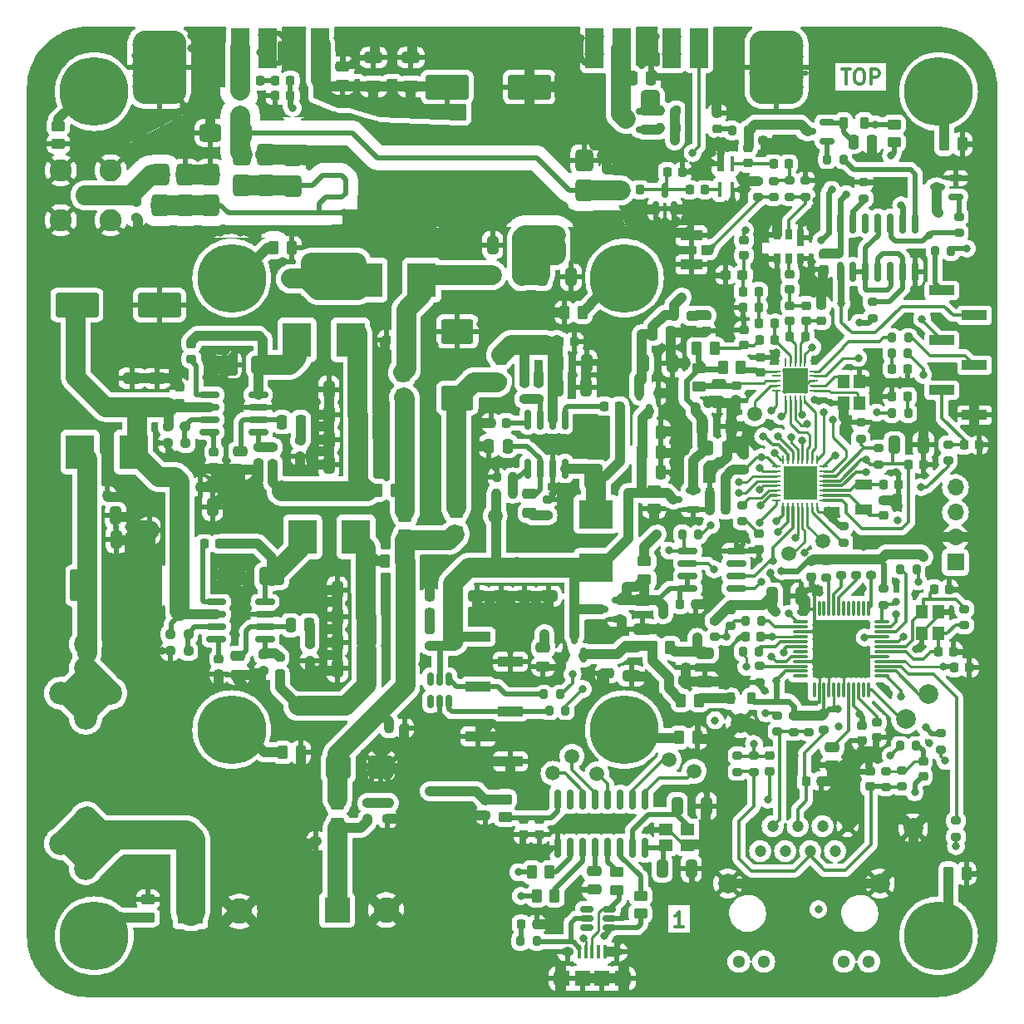
<source format=gtl>
G04 #@! TF.GenerationSoftware,KiCad,Pcbnew,7.0.6-7.0.6~ubuntu22.04.1*
G04 #@! TF.CreationDate,2023-07-26T21:33:08+03:00*
G04 #@! TF.ProjectId,TACNPR,5441434e-5052-42e6-9b69-6361645f7063,rev?*
G04 #@! TF.SameCoordinates,Original*
G04 #@! TF.FileFunction,Copper,L1,Top*
G04 #@! TF.FilePolarity,Positive*
%FSLAX46Y46*%
G04 Gerber Fmt 4.6, Leading zero omitted, Abs format (unit mm)*
G04 Created by KiCad (PCBNEW 7.0.6-7.0.6~ubuntu22.04.1) date 2023-07-26 21:33:08*
%MOMM*%
%LPD*%
G01*
G04 APERTURE LIST*
G04 Aperture macros list*
%AMRoundRect*
0 Rectangle with rounded corners*
0 $1 Rounding radius*
0 $2 $3 $4 $5 $6 $7 $8 $9 X,Y pos of 4 corners*
0 Add a 4 corners polygon primitive as box body*
4,1,4,$2,$3,$4,$5,$6,$7,$8,$9,$2,$3,0*
0 Add four circle primitives for the rounded corners*
1,1,$1+$1,$2,$3*
1,1,$1+$1,$4,$5*
1,1,$1+$1,$6,$7*
1,1,$1+$1,$8,$9*
0 Add four rect primitives between the rounded corners*
20,1,$1+$1,$2,$3,$4,$5,0*
20,1,$1+$1,$4,$5,$6,$7,0*
20,1,$1+$1,$6,$7,$8,$9,0*
20,1,$1+$1,$8,$9,$2,$3,0*%
%AMFreePoly0*
4,1,5,0.900000,-2.000000,-0.900000,-2.000000,-0.900000,2.000000,0.900000,2.000000,0.900000,-2.000000,0.900000,-2.000000,$1*%
G04 Aperture macros list end*
%ADD10C,0.300000*%
G04 #@! TA.AperFunction,NonConductor*
%ADD11C,0.300000*%
G04 #@! TD*
G04 #@! TA.AperFunction,SMDPad,CuDef*
%ADD12RoundRect,0.225000X-0.225000X-0.250000X0.225000X-0.250000X0.225000X0.250000X-0.225000X0.250000X0*%
G04 #@! TD*
G04 #@! TA.AperFunction,SMDPad,CuDef*
%ADD13RoundRect,0.200000X0.275000X-0.200000X0.275000X0.200000X-0.275000X0.200000X-0.275000X-0.200000X0*%
G04 #@! TD*
G04 #@! TA.AperFunction,SMDPad,CuDef*
%ADD14RoundRect,0.150000X0.825000X0.150000X-0.825000X0.150000X-0.825000X-0.150000X0.825000X-0.150000X0*%
G04 #@! TD*
G04 #@! TA.AperFunction,SMDPad,CuDef*
%ADD15RoundRect,0.225000X0.250000X-0.225000X0.250000X0.225000X-0.250000X0.225000X-0.250000X-0.225000X0*%
G04 #@! TD*
G04 #@! TA.AperFunction,SMDPad,CuDef*
%ADD16C,1.500000*%
G04 #@! TD*
G04 #@! TA.AperFunction,SMDPad,CuDef*
%ADD17R,2.950000X3.500000*%
G04 #@! TD*
G04 #@! TA.AperFunction,SMDPad,CuDef*
%ADD18RoundRect,0.250000X-0.325000X-0.650000X0.325000X-0.650000X0.325000X0.650000X-0.325000X0.650000X0*%
G04 #@! TD*
G04 #@! TA.AperFunction,SMDPad,CuDef*
%ADD19RoundRect,0.250000X0.650000X-0.325000X0.650000X0.325000X-0.650000X0.325000X-0.650000X-0.325000X0*%
G04 #@! TD*
G04 #@! TA.AperFunction,SMDPad,CuDef*
%ADD20RoundRect,0.225000X-0.250000X0.225000X-0.250000X-0.225000X0.250000X-0.225000X0.250000X0.225000X0*%
G04 #@! TD*
G04 #@! TA.AperFunction,SMDPad,CuDef*
%ADD21RoundRect,0.250000X-0.475000X0.250000X-0.475000X-0.250000X0.475000X-0.250000X0.475000X0.250000X0*%
G04 #@! TD*
G04 #@! TA.AperFunction,SMDPad,CuDef*
%ADD22RoundRect,0.250000X1.000000X0.650000X-1.000000X0.650000X-1.000000X-0.650000X1.000000X-0.650000X0*%
G04 #@! TD*
G04 #@! TA.AperFunction,SMDPad,CuDef*
%ADD23RoundRect,0.237500X0.250000X0.237500X-0.250000X0.237500X-0.250000X-0.237500X0.250000X-0.237500X0*%
G04 #@! TD*
G04 #@! TA.AperFunction,SMDPad,CuDef*
%ADD24RoundRect,0.200000X-0.275000X0.200000X-0.275000X-0.200000X0.275000X-0.200000X0.275000X0.200000X0*%
G04 #@! TD*
G04 #@! TA.AperFunction,SMDPad,CuDef*
%ADD25RoundRect,0.150000X-0.825000X-0.150000X0.825000X-0.150000X0.825000X0.150000X-0.825000X0.150000X0*%
G04 #@! TD*
G04 #@! TA.AperFunction,SMDPad,CuDef*
%ADD26RoundRect,0.250000X0.325000X0.650000X-0.325000X0.650000X-0.325000X-0.650000X0.325000X-0.650000X0*%
G04 #@! TD*
G04 #@! TA.AperFunction,ComponentPad*
%ADD27C,3.900000*%
G04 #@! TD*
G04 #@! TA.AperFunction,ConnectorPad*
%ADD28C,7.000000*%
G04 #@! TD*
G04 #@! TA.AperFunction,SMDPad,CuDef*
%ADD29RoundRect,0.250000X0.250000X0.475000X-0.250000X0.475000X-0.250000X-0.475000X0.250000X-0.475000X0*%
G04 #@! TD*
G04 #@! TA.AperFunction,SMDPad,CuDef*
%ADD30RoundRect,0.225000X0.225000X0.250000X-0.225000X0.250000X-0.225000X-0.250000X0.225000X-0.250000X0*%
G04 #@! TD*
G04 #@! TA.AperFunction,SMDPad,CuDef*
%ADD31R,3.500000X2.950000*%
G04 #@! TD*
G04 #@! TA.AperFunction,SMDPad,CuDef*
%ADD32RoundRect,0.150000X-0.150000X0.825000X-0.150000X-0.825000X0.150000X-0.825000X0.150000X0.825000X0*%
G04 #@! TD*
G04 #@! TA.AperFunction,SMDPad,CuDef*
%ADD33RoundRect,0.200000X0.200000X0.275000X-0.200000X0.275000X-0.200000X-0.275000X0.200000X-0.275000X0*%
G04 #@! TD*
G04 #@! TA.AperFunction,SMDPad,CuDef*
%ADD34RoundRect,0.200000X-0.200000X-0.275000X0.200000X-0.275000X0.200000X0.275000X-0.200000X0.275000X0*%
G04 #@! TD*
G04 #@! TA.AperFunction,SMDPad,CuDef*
%ADD35RoundRect,0.237500X-0.250000X-0.237500X0.250000X-0.237500X0.250000X0.237500X-0.250000X0.237500X0*%
G04 #@! TD*
G04 #@! TA.AperFunction,SMDPad,CuDef*
%ADD36RoundRect,0.250000X0.450000X-0.262500X0.450000X0.262500X-0.450000X0.262500X-0.450000X-0.262500X0*%
G04 #@! TD*
G04 #@! TA.AperFunction,SMDPad,CuDef*
%ADD37RoundRect,0.150000X0.150000X-0.512500X0.150000X0.512500X-0.150000X0.512500X-0.150000X-0.512500X0*%
G04 #@! TD*
G04 #@! TA.AperFunction,SMDPad,CuDef*
%ADD38RoundRect,0.250000X-1.950000X-1.000000X1.950000X-1.000000X1.950000X1.000000X-1.950000X1.000000X0*%
G04 #@! TD*
G04 #@! TA.AperFunction,SMDPad,CuDef*
%ADD39RoundRect,0.250000X-0.250000X-0.475000X0.250000X-0.475000X0.250000X0.475000X-0.250000X0.475000X0*%
G04 #@! TD*
G04 #@! TA.AperFunction,SMDPad,CuDef*
%ADD40RoundRect,0.250000X-0.650000X0.325000X-0.650000X-0.325000X0.650000X-0.325000X0.650000X0.325000X0*%
G04 #@! TD*
G04 #@! TA.AperFunction,SMDPad,CuDef*
%ADD41RoundRect,0.250000X0.650000X-1.000000X0.650000X1.000000X-0.650000X1.000000X-0.650000X-1.000000X0*%
G04 #@! TD*
G04 #@! TA.AperFunction,SMDPad,CuDef*
%ADD42RoundRect,0.250000X0.262500X0.450000X-0.262500X0.450000X-0.262500X-0.450000X0.262500X-0.450000X0*%
G04 #@! TD*
G04 #@! TA.AperFunction,SMDPad,CuDef*
%ADD43RoundRect,0.250000X-0.450000X0.262500X-0.450000X-0.262500X0.450000X-0.262500X0.450000X0.262500X0*%
G04 #@! TD*
G04 #@! TA.AperFunction,SMDPad,CuDef*
%ADD44RoundRect,0.218750X-0.256250X0.218750X-0.256250X-0.218750X0.256250X-0.218750X0.256250X0.218750X0*%
G04 #@! TD*
G04 #@! TA.AperFunction,SMDPad,CuDef*
%ADD45RoundRect,0.218750X0.256250X-0.218750X0.256250X0.218750X-0.256250X0.218750X-0.256250X-0.218750X0*%
G04 #@! TD*
G04 #@! TA.AperFunction,ComponentPad*
%ADD46C,2.050000*%
G04 #@! TD*
G04 #@! TA.AperFunction,ComponentPad*
%ADD47C,2.250000*%
G04 #@! TD*
G04 #@! TA.AperFunction,SMDPad,CuDef*
%ADD48RoundRect,0.250000X0.475000X-0.250000X0.475000X0.250000X-0.475000X0.250000X-0.475000X-0.250000X0*%
G04 #@! TD*
G04 #@! TA.AperFunction,SMDPad,CuDef*
%ADD49RoundRect,0.150000X0.587500X0.150000X-0.587500X0.150000X-0.587500X-0.150000X0.587500X-0.150000X0*%
G04 #@! TD*
G04 #@! TA.AperFunction,SMDPad,CuDef*
%ADD50RoundRect,0.062500X-0.062500X0.362500X-0.062500X-0.362500X0.062500X-0.362500X0.062500X0.362500X0*%
G04 #@! TD*
G04 #@! TA.AperFunction,SMDPad,CuDef*
%ADD51RoundRect,0.062500X-0.362500X0.062500X-0.362500X-0.062500X0.362500X-0.062500X0.362500X0.062500X0*%
G04 #@! TD*
G04 #@! TA.AperFunction,ComponentPad*
%ADD52C,0.500000*%
G04 #@! TD*
G04 #@! TA.AperFunction,SMDPad,CuDef*
%ADD53R,2.600000X2.600000*%
G04 #@! TD*
G04 #@! TA.AperFunction,SMDPad,CuDef*
%ADD54FreePoly0,0.000000*%
G04 #@! TD*
G04 #@! TA.AperFunction,SMDPad,CuDef*
%ADD55RoundRect,1.375000X-1.375000X-2.375000X1.375000X-2.375000X1.375000X2.375000X-1.375000X2.375000X0*%
G04 #@! TD*
G04 #@! TA.AperFunction,SMDPad,CuDef*
%ADD56R,1.400000X1.150000*%
G04 #@! TD*
G04 #@! TA.AperFunction,SMDPad,CuDef*
%ADD57RoundRect,0.150000X0.512500X0.150000X-0.512500X0.150000X-0.512500X-0.150000X0.512500X-0.150000X0*%
G04 #@! TD*
G04 #@! TA.AperFunction,SMDPad,CuDef*
%ADD58RoundRect,0.150000X0.150000X-0.825000X0.150000X0.825000X-0.150000X0.825000X-0.150000X-0.825000X0*%
G04 #@! TD*
G04 #@! TA.AperFunction,ComponentPad*
%ADD59R,1.700000X1.700000*%
G04 #@! TD*
G04 #@! TA.AperFunction,ComponentPad*
%ADD60O,1.700000X1.700000*%
G04 #@! TD*
G04 #@! TA.AperFunction,SMDPad,CuDef*
%ADD61RoundRect,0.218750X0.218750X0.256250X-0.218750X0.256250X-0.218750X-0.256250X0.218750X-0.256250X0*%
G04 #@! TD*
G04 #@! TA.AperFunction,SMDPad,CuDef*
%ADD62RoundRect,0.250000X-0.262500X-0.450000X0.262500X-0.450000X0.262500X0.450000X-0.262500X0.450000X0*%
G04 #@! TD*
G04 #@! TA.AperFunction,SMDPad,CuDef*
%ADD63RoundRect,0.218750X0.381250X-0.218750X0.381250X0.218750X-0.381250X0.218750X-0.381250X-0.218750X0*%
G04 #@! TD*
G04 #@! TA.AperFunction,SMDPad,CuDef*
%ADD64RoundRect,0.340200X-0.559800X0.759800X-0.559800X-0.759800X0.559800X-0.759800X0.559800X0.759800X0*%
G04 #@! TD*
G04 #@! TA.AperFunction,SMDPad,CuDef*
%ADD65RoundRect,0.112500X0.112500X-0.187500X0.112500X0.187500X-0.112500X0.187500X-0.112500X-0.187500X0*%
G04 #@! TD*
G04 #@! TA.AperFunction,SMDPad,CuDef*
%ADD66RoundRect,0.218750X-0.218750X-0.256250X0.218750X-0.256250X0.218750X0.256250X-0.218750X0.256250X0*%
G04 #@! TD*
G04 #@! TA.AperFunction,SMDPad,CuDef*
%ADD67RoundRect,0.150000X0.150000X-0.587500X0.150000X0.587500X-0.150000X0.587500X-0.150000X-0.587500X0*%
G04 #@! TD*
G04 #@! TA.AperFunction,ComponentPad*
%ADD68R,2.600000X2.600000*%
G04 #@! TD*
G04 #@! TA.AperFunction,ComponentPad*
%ADD69C,2.600000*%
G04 #@! TD*
G04 #@! TA.AperFunction,SMDPad,CuDef*
%ADD70R,2.510000X1.000000*%
G04 #@! TD*
G04 #@! TA.AperFunction,SMDPad,CuDef*
%ADD71R,0.400000X1.500000*%
G04 #@! TD*
G04 #@! TA.AperFunction,SMDPad,CuDef*
%ADD72R,0.770000X1.500000*%
G04 #@! TD*
G04 #@! TA.AperFunction,SMDPad,CuDef*
%ADD73RoundRect,0.112500X-0.112500X0.187500X-0.112500X-0.187500X0.112500X-0.187500X0.112500X0.187500X0*%
G04 #@! TD*
G04 #@! TA.AperFunction,SMDPad,CuDef*
%ADD74RoundRect,0.218750X-0.218750X-0.381250X0.218750X-0.381250X0.218750X0.381250X-0.218750X0.381250X0*%
G04 #@! TD*
G04 #@! TA.AperFunction,SMDPad,CuDef*
%ADD75RoundRect,0.150000X-0.150000X0.587500X-0.150000X-0.587500X0.150000X-0.587500X0.150000X0.587500X0*%
G04 #@! TD*
G04 #@! TA.AperFunction,SMDPad,CuDef*
%ADD76RoundRect,0.237500X0.300000X0.237500X-0.300000X0.237500X-0.300000X-0.237500X0.300000X-0.237500X0*%
G04 #@! TD*
G04 #@! TA.AperFunction,SMDPad,CuDef*
%ADD77R,1.150000X1.400000*%
G04 #@! TD*
G04 #@! TA.AperFunction,SMDPad,CuDef*
%ADD78R,0.650000X1.750000*%
G04 #@! TD*
G04 #@! TA.AperFunction,SMDPad,CuDef*
%ADD79R,0.650000X1.000000*%
G04 #@! TD*
G04 #@! TA.AperFunction,SMDPad,CuDef*
%ADD80RoundRect,0.218750X0.218750X0.381250X-0.218750X0.381250X-0.218750X-0.381250X0.218750X-0.381250X0*%
G04 #@! TD*
G04 #@! TA.AperFunction,SMDPad,CuDef*
%ADD81RoundRect,0.250000X1.000000X-1.400000X1.000000X1.400000X-1.000000X1.400000X-1.000000X-1.400000X0*%
G04 #@! TD*
G04 #@! TA.AperFunction,SMDPad,CuDef*
%ADD82RoundRect,0.250000X1.400000X1.000000X-1.400000X1.000000X-1.400000X-1.000000X1.400000X-1.000000X0*%
G04 #@! TD*
G04 #@! TA.AperFunction,SMDPad,CuDef*
%ADD83C,0.500000*%
G04 #@! TD*
G04 #@! TA.AperFunction,SMDPad,CuDef*
%ADD84RoundRect,0.340200X-0.759800X-0.559800X0.759800X-0.559800X0.759800X0.559800X-0.759800X0.559800X0*%
G04 #@! TD*
G04 #@! TA.AperFunction,SMDPad,CuDef*
%ADD85RoundRect,0.340200X0.559800X-0.759800X0.559800X0.759800X-0.559800X0.759800X-0.559800X-0.759800X0*%
G04 #@! TD*
G04 #@! TA.AperFunction,SMDPad,CuDef*
%ADD86R,1.050000X1.000000*%
G04 #@! TD*
G04 #@! TA.AperFunction,SMDPad,CuDef*
%ADD87R,2.200000X1.050000*%
G04 #@! TD*
G04 #@! TA.AperFunction,ComponentPad*
%ADD88C,2.350000*%
G04 #@! TD*
G04 #@! TA.AperFunction,SMDPad,CuDef*
%ADD89R,0.400000X1.350000*%
G04 #@! TD*
G04 #@! TA.AperFunction,ComponentPad*
%ADD90O,0.890000X1.550000*%
G04 #@! TD*
G04 #@! TA.AperFunction,SMDPad,CuDef*
%ADD91R,1.200000X1.550000*%
G04 #@! TD*
G04 #@! TA.AperFunction,ComponentPad*
%ADD92O,1.250000X0.950000*%
G04 #@! TD*
G04 #@! TA.AperFunction,SMDPad,CuDef*
%ADD93R,1.500000X1.550000*%
G04 #@! TD*
G04 #@! TA.AperFunction,SMDPad,CuDef*
%ADD94RoundRect,0.250000X-1.000000X-0.900000X1.000000X-0.900000X1.000000X0.900000X-1.000000X0.900000X0*%
G04 #@! TD*
G04 #@! TA.AperFunction,SMDPad,CuDef*
%ADD95C,2.000000*%
G04 #@! TD*
G04 #@! TA.AperFunction,ComponentPad*
%ADD96C,1.200000*%
G04 #@! TD*
G04 #@! TA.AperFunction,ComponentPad*
%ADD97C,1.300000*%
G04 #@! TD*
G04 #@! TA.AperFunction,ComponentPad*
%ADD98C,2.000000*%
G04 #@! TD*
G04 #@! TA.AperFunction,SMDPad,CuDef*
%ADD99R,1.800000X1.000000*%
G04 #@! TD*
G04 #@! TA.AperFunction,SMDPad,CuDef*
%ADD100RoundRect,0.062500X0.375000X0.062500X-0.375000X0.062500X-0.375000X-0.062500X0.375000X-0.062500X0*%
G04 #@! TD*
G04 #@! TA.AperFunction,SMDPad,CuDef*
%ADD101RoundRect,0.062500X0.062500X0.375000X-0.062500X0.375000X-0.062500X-0.375000X0.062500X-0.375000X0*%
G04 #@! TD*
G04 #@! TA.AperFunction,SMDPad,CuDef*
%ADD102R,3.450000X3.450000*%
G04 #@! TD*
G04 #@! TA.AperFunction,SMDPad,CuDef*
%ADD103RoundRect,0.075000X-0.662500X-0.075000X0.662500X-0.075000X0.662500X0.075000X-0.662500X0.075000X0*%
G04 #@! TD*
G04 #@! TA.AperFunction,SMDPad,CuDef*
%ADD104RoundRect,0.075000X-0.075000X-0.662500X0.075000X-0.662500X0.075000X0.662500X-0.075000X0.662500X0*%
G04 #@! TD*
G04 #@! TA.AperFunction,SMDPad,CuDef*
%ADD105R,1.200000X1.400000*%
G04 #@! TD*
G04 #@! TA.AperFunction,ViaPad*
%ADD106C,0.800000*%
G04 #@! TD*
G04 #@! TA.AperFunction,Conductor*
%ADD107C,1.000000*%
G04 #@! TD*
G04 #@! TA.AperFunction,Conductor*
%ADD108C,0.500000*%
G04 #@! TD*
G04 #@! TA.AperFunction,Conductor*
%ADD109C,0.250000*%
G04 #@! TD*
G04 #@! TA.AperFunction,Conductor*
%ADD110C,0.300000*%
G04 #@! TD*
G04 #@! TA.AperFunction,Conductor*
%ADD111C,0.633000*%
G04 #@! TD*
G04 #@! TA.AperFunction,Conductor*
%ADD112C,2.000000*%
G04 #@! TD*
G04 #@! TA.AperFunction,Conductor*
%ADD113C,0.293370*%
G04 #@! TD*
G04 #@! TA.AperFunction,Conductor*
%ADD114C,3.000000*%
G04 #@! TD*
G04 APERTURE END LIST*
D10*
D11*
X172040954Y-41273748D02*
X172898097Y-41273748D01*
X172469525Y-42773748D02*
X172469525Y-41273748D01*
X173683811Y-41273748D02*
X173969525Y-41273748D01*
X173969525Y-41273748D02*
X174112382Y-41345177D01*
X174112382Y-41345177D02*
X174255239Y-41488034D01*
X174255239Y-41488034D02*
X174326668Y-41773748D01*
X174326668Y-41773748D02*
X174326668Y-42273748D01*
X174326668Y-42273748D02*
X174255239Y-42559462D01*
X174255239Y-42559462D02*
X174112382Y-42702320D01*
X174112382Y-42702320D02*
X173969525Y-42773748D01*
X173969525Y-42773748D02*
X173683811Y-42773748D01*
X173683811Y-42773748D02*
X173540954Y-42702320D01*
X173540954Y-42702320D02*
X173398096Y-42559462D01*
X173398096Y-42559462D02*
X173326668Y-42273748D01*
X173326668Y-42273748D02*
X173326668Y-41773748D01*
X173326668Y-41773748D02*
X173398096Y-41488034D01*
X173398096Y-41488034D02*
X173540954Y-41345177D01*
X173540954Y-41345177D02*
X173683811Y-41273748D01*
X174969525Y-42773748D02*
X174969525Y-41273748D01*
X174969525Y-41273748D02*
X175540954Y-41273748D01*
X175540954Y-41273748D02*
X175683811Y-41345177D01*
X175683811Y-41345177D02*
X175755240Y-41416605D01*
X175755240Y-41416605D02*
X175826668Y-41559462D01*
X175826668Y-41559462D02*
X175826668Y-41773748D01*
X175826668Y-41773748D02*
X175755240Y-41916605D01*
X175755240Y-41916605D02*
X175683811Y-41988034D01*
X175683811Y-41988034D02*
X175540954Y-42059462D01*
X175540954Y-42059462D02*
X174969525Y-42059462D01*
D10*
D11*
X155876572Y-128580028D02*
X155019429Y-128580028D01*
X155448000Y-128580028D02*
X155448000Y-127080028D01*
X155448000Y-127080028D02*
X155305143Y-127294314D01*
X155305143Y-127294314D02*
X155162286Y-127437171D01*
X155162286Y-127437171D02*
X155019429Y-127508600D01*
G04 #@! TA.AperFunction,EtchedComponent*
G36*
X118813200Y-56155400D02*
G01*
X117813200Y-56155400D01*
X117813200Y-55655400D01*
X118813200Y-55655400D01*
X118813200Y-56155400D01*
G37*
G04 #@! TD.AperFunction*
G04 #@! TA.AperFunction,EtchedComponent*
G36*
X119040720Y-55922800D02*
G01*
X118540720Y-55922800D01*
X118540720Y-54922800D01*
X119040720Y-54922800D01*
X119040720Y-55922800D01*
G37*
G04 #@! TD.AperFunction*
G04 #@! TA.AperFunction,EtchedComponent*
G36*
X121413400Y-56155400D02*
G01*
X119663400Y-56155400D01*
X119663400Y-55655400D01*
X121413400Y-55655400D01*
X121413400Y-56155400D01*
G37*
G04 #@! TD.AperFunction*
D12*
X155562000Y-95758000D03*
X157112000Y-95758000D03*
D13*
X172182000Y-89501000D03*
X172182000Y-87851000D03*
D14*
X161275800Y-94132400D03*
X161275800Y-92862400D03*
X161275800Y-91592400D03*
X161275800Y-90322400D03*
X156325800Y-90322400D03*
X156325800Y-91592400D03*
X156325800Y-92862400D03*
X156325800Y-94132400D03*
D15*
X162052000Y-82042000D03*
X162052000Y-80492000D03*
D16*
X166582000Y-90576000D03*
D17*
X94430000Y-80264000D03*
X99880000Y-80264000D03*
D18*
X95172000Y-89154000D03*
X98122000Y-89154000D03*
D19*
X99745800Y-75681100D03*
X99745800Y-72731100D03*
D15*
X104521000Y-75260500D03*
X104521000Y-73710500D03*
D20*
X108066840Y-80240840D03*
X108066840Y-81790840D03*
D21*
X110744000Y-80167440D03*
X110744000Y-82067440D03*
D18*
X143038300Y-73682860D03*
X145988300Y-73682860D03*
D22*
X113107220Y-71368920D03*
X109107220Y-71368920D03*
D23*
X105184580Y-79375000D03*
X103359580Y-79375000D03*
D24*
X116840000Y-79058000D03*
X116840000Y-80708000D03*
X112593120Y-79738720D03*
X112593120Y-81388720D03*
D25*
X107608600Y-74409300D03*
X107608600Y-75679300D03*
X107608600Y-76949300D03*
X107608600Y-78219300D03*
X112558600Y-78219300D03*
X112558600Y-76949300D03*
X112558600Y-75679300D03*
X112558600Y-74409300D03*
D17*
X116520380Y-68834000D03*
X121970380Y-68834000D03*
D26*
X122732060Y-78999080D03*
X119782060Y-78999080D03*
X122729520Y-76464160D03*
X119779520Y-76464160D03*
X122706660Y-81551780D03*
X119756660Y-81551780D03*
X122714280Y-73914000D03*
X119764280Y-73914000D03*
D27*
X95864000Y-43540000D03*
D28*
X95864000Y-43540000D03*
D27*
X95864000Y-129540000D03*
D28*
X95864000Y-129540000D03*
D27*
X109864000Y-108540000D03*
D28*
X109864000Y-108540000D03*
D21*
X140223240Y-84541320D03*
X140223240Y-86441320D03*
D29*
X137983000Y-79644240D03*
X136083000Y-79644240D03*
D13*
X141157960Y-74860920D03*
X141157960Y-73210920D03*
D30*
X137813080Y-77282040D03*
X136263080Y-77282040D03*
D24*
X139684760Y-73216000D03*
X139684760Y-74866000D03*
D31*
X146964400Y-86581400D03*
X146964400Y-92031400D03*
D12*
X143227760Y-69016880D03*
X144777760Y-69016880D03*
D32*
X143832580Y-77004140D03*
X142562580Y-77004140D03*
X141292580Y-77004140D03*
X140022580Y-77004140D03*
X140022580Y-81954140D03*
X141292580Y-81954140D03*
X142562580Y-81954140D03*
X143832580Y-81954140D03*
D18*
X143066240Y-71231760D03*
X146016240Y-71231760D03*
D33*
X138508240Y-82839560D03*
X136858240Y-82839560D03*
D34*
X136840460Y-84488020D03*
X138490460Y-84488020D03*
D27*
X149864000Y-62540000D03*
D28*
X149864000Y-62540000D03*
D27*
X181864000Y-129540000D03*
D28*
X181864000Y-129540000D03*
D19*
X102247700Y-75681100D03*
X102247700Y-72731100D03*
D35*
X103329100Y-77609700D03*
X105154100Y-77609700D03*
D36*
X120650000Y-118006500D03*
X120650000Y-116181500D03*
D34*
X141669000Y-104952800D03*
X143319000Y-104952800D03*
D37*
X130114000Y-105683900D03*
X131064000Y-105683900D03*
X132014000Y-105683900D03*
X132014000Y-103408900D03*
X131064000Y-103408900D03*
X130114000Y-103408900D03*
D38*
X94098000Y-65278000D03*
X102498000Y-65278000D03*
D27*
X109864000Y-62540000D03*
D28*
X109864000Y-62540000D03*
D27*
X149864000Y-108540000D03*
D28*
X149864000Y-108540000D03*
D24*
X130048000Y-98362000D03*
X130048000Y-100012000D03*
X113111280Y-100927400D03*
X113111280Y-102577400D03*
D13*
X114757200Y-102831400D03*
X114757200Y-101181400D03*
D12*
X105143000Y-83820000D03*
X106693000Y-83820000D03*
D20*
X108574840Y-101333000D03*
X108574840Y-102883000D03*
D30*
X108636100Y-89608660D03*
X107086100Y-89608660D03*
D26*
X123552480Y-94335600D03*
X120602480Y-94335600D03*
D39*
X115864600Y-97891600D03*
X117764600Y-97891600D03*
D21*
X110490000Y-101031000D03*
X110490000Y-102931000D03*
D26*
X123587300Y-99689920D03*
X120637300Y-99689920D03*
X123585500Y-102306120D03*
X120635500Y-102306120D03*
X104472000Y-88265000D03*
X101522000Y-88265000D03*
D18*
X104951000Y-85852000D03*
X107901000Y-85852000D03*
D26*
X123570260Y-97017840D03*
X120620260Y-97017840D03*
D22*
X113937800Y-92925900D03*
X109937800Y-92925900D03*
D35*
X103636440Y-98806000D03*
X105461440Y-98806000D03*
D24*
X117805200Y-99860600D03*
X117805200Y-101510600D03*
D17*
X117094000Y-88900000D03*
X122544000Y-88900000D03*
D25*
X108307100Y-95542100D03*
X108307100Y-96812100D03*
X108307100Y-98082100D03*
X108307100Y-99352100D03*
X113257100Y-99352100D03*
X113257100Y-98082100D03*
X113257100Y-96812100D03*
X113257100Y-95542100D03*
D23*
X105448740Y-100545900D03*
X103623740Y-100545900D03*
D30*
X160147600Y-86143800D03*
X158597600Y-86143800D03*
D13*
X142036800Y-86727800D03*
X142036800Y-85077800D03*
D36*
X127533400Y-88669500D03*
X127533400Y-86844500D03*
D40*
X134874000Y-91994460D03*
X134874000Y-94944460D03*
X137287000Y-91997000D03*
X137287000Y-94947000D03*
X142113000Y-91997000D03*
X142113000Y-94947000D03*
D39*
X115001000Y-77216000D03*
X116901000Y-77216000D03*
D30*
X149365000Y-75590400D03*
X147815000Y-75590400D03*
D12*
X125907500Y-108394500D03*
X127457500Y-108394500D03*
D19*
X124307600Y-43029400D03*
X124307600Y-40079400D03*
D41*
X146705320Y-82759300D03*
X146705320Y-78759300D03*
D40*
X139700000Y-92002080D03*
X139700000Y-94952080D03*
D13*
X114071400Y-81424280D03*
X114071400Y-79774280D03*
D18*
X95108500Y-86741000D03*
X98058500Y-86741000D03*
D42*
X126525660Y-84165440D03*
X124700660Y-84165440D03*
X127252100Y-91363800D03*
X125427100Y-91363800D03*
D43*
X132715000Y-86463500D03*
X132715000Y-88288500D03*
D44*
X130048000Y-95034000D03*
X130048000Y-96609000D03*
D45*
X125730000Y-117627500D03*
X125730000Y-116052500D03*
D20*
X162026600Y-67843100D03*
X162026600Y-69393100D03*
D46*
X94996000Y-54102000D03*
D47*
X92456000Y-56642000D03*
X97536000Y-56642000D03*
X92456000Y-51562000D03*
X97536000Y-51562000D03*
D48*
X159542480Y-75245000D03*
X159542480Y-73345000D03*
D24*
X123698000Y-116015000D03*
X123698000Y-117665000D03*
D39*
X150688000Y-42164000D03*
X152588000Y-42164000D03*
D17*
X129217000Y-62738000D03*
X123767000Y-62738000D03*
D21*
X148107000Y-100876000D03*
X148107000Y-102776000D03*
D40*
X151739600Y-95349800D03*
X151739600Y-98299800D03*
D39*
X158409600Y-79857600D03*
X160309600Y-79857600D03*
D18*
X157835600Y-77622400D03*
X160785600Y-77622400D03*
D49*
X149375100Y-97266800D03*
X149375100Y-95366800D03*
X147500100Y-96316800D03*
D50*
X168259000Y-71100000D03*
X167759000Y-71100000D03*
X167259000Y-71100000D03*
X166759000Y-71100000D03*
X166259000Y-71100000D03*
D51*
X165334000Y-72025000D03*
X165334000Y-72525000D03*
X165334000Y-73025000D03*
X165334000Y-73525000D03*
X165334000Y-74025000D03*
D50*
X166259000Y-74950000D03*
X166759000Y-74950000D03*
X167259000Y-74950000D03*
X167759000Y-74950000D03*
X168259000Y-74950000D03*
D51*
X169184000Y-74025000D03*
X169184000Y-73525000D03*
X169184000Y-73025000D03*
X169184000Y-72525000D03*
X169184000Y-72025000D03*
D52*
X168309000Y-71975000D03*
X166209000Y-71975000D03*
D53*
X167259000Y-73025000D03*
D52*
X168309000Y-74075000D03*
X166209000Y-74075000D03*
D15*
X161290000Y-75014120D03*
X161290000Y-73464120D03*
D54*
X110744000Y-39141400D03*
X113538000Y-39141400D03*
X118872000Y-39141400D03*
X146812000Y-39141400D03*
X149606000Y-39141400D03*
X154686000Y-39141400D03*
X157480000Y-39141400D03*
D55*
X102489000Y-41046400D03*
X165354000Y-41046400D03*
D15*
X141224000Y-119240600D03*
X141224000Y-117690600D03*
X139573000Y-119240600D03*
X139573000Y-117690600D03*
D21*
X141579600Y-100192800D03*
X141579600Y-102092800D03*
D34*
X142227800Y-106578400D03*
X143877800Y-106578400D03*
D40*
X150582000Y-100121000D03*
X150582000Y-103071000D03*
D56*
X156294000Y-118707000D03*
X154094000Y-118707000D03*
X154094000Y-120307000D03*
X156294000Y-120307000D03*
D57*
X148330500Y-128712000D03*
X148330500Y-127762000D03*
X148330500Y-126812000D03*
X146055500Y-126812000D03*
X146055500Y-127762000D03*
X146055500Y-128712000D03*
D18*
X153719000Y-122682000D03*
X156669000Y-122682000D03*
D58*
X143078200Y-120610400D03*
X144348200Y-120610400D03*
X145618200Y-120610400D03*
X146888200Y-120610400D03*
X148158200Y-120610400D03*
X149428200Y-120610400D03*
X150698200Y-120610400D03*
X151968200Y-120610400D03*
X151968200Y-115660400D03*
X150698200Y-115660400D03*
X149428200Y-115660400D03*
X148158200Y-115660400D03*
X146888200Y-115660400D03*
X145618200Y-115660400D03*
X144348200Y-115660400D03*
X143078200Y-115660400D03*
D43*
X151511000Y-125452500D03*
X151511000Y-127277500D03*
D59*
X183591200Y-91490800D03*
D60*
X183591200Y-88950800D03*
X183591200Y-86410800D03*
X183591200Y-83870800D03*
D15*
X135686800Y-117259400D03*
X135686800Y-115709400D03*
D61*
X140919200Y-128371600D03*
X139344200Y-128371600D03*
D34*
X139281400Y-130048000D03*
X140931400Y-130048000D03*
D16*
X142595600Y-112979200D03*
D48*
X146761200Y-124825800D03*
X146761200Y-122925800D03*
D16*
X147066000Y-113030000D03*
X144526000Y-111252000D03*
D62*
X140438500Y-123063000D03*
X142263500Y-123063000D03*
X140946500Y-125476000D03*
X142771500Y-125476000D03*
D18*
X155243000Y-116332000D03*
X158193000Y-116332000D03*
D43*
X149098000Y-123039500D03*
X149098000Y-124864500D03*
D16*
X163132000Y-76401000D03*
D63*
X137287000Y-73071500D03*
X137287000Y-70946500D03*
D30*
X127201000Y-68834000D03*
X125651000Y-68834000D03*
D38*
X131791600Y-43078400D03*
X140191600Y-43078400D03*
D64*
X102616000Y-52031500D03*
X102616000Y-55156500D03*
D16*
X120357000Y-84076000D03*
D12*
X95618000Y-84709000D03*
X97168000Y-84709000D03*
D20*
X105740200Y-69227400D03*
X105740200Y-70777400D03*
D33*
X157416000Y-88646000D03*
X155766000Y-88646000D03*
D65*
X110744000Y-46008000D03*
X110744000Y-43908000D03*
D61*
X112801500Y-42418000D03*
X111226500Y-42418000D03*
D43*
X151917400Y-91391100D03*
X151917400Y-93216100D03*
D16*
X115887500Y-62611000D03*
D66*
X177127200Y-74625200D03*
X178702200Y-74625200D03*
D45*
X163525200Y-90144700D03*
X163525200Y-88569700D03*
D13*
X161899600Y-87337400D03*
X161899600Y-85687400D03*
D67*
X143830000Y-100962700D03*
X145730000Y-100962700D03*
X144780000Y-99087700D03*
D61*
X178714600Y-71787050D03*
X177139600Y-71787050D03*
D34*
X177102100Y-70212250D03*
X178752100Y-70212250D03*
D20*
X163776660Y-70621860D03*
X163776660Y-72171860D03*
D49*
X183614300Y-54239200D03*
X183614300Y-52339200D03*
X181739300Y-53289200D03*
X170482500Y-48575000D03*
X170482500Y-46675000D03*
X168607500Y-47625000D03*
D34*
X153505400Y-47244000D03*
X155155400Y-47244000D03*
D24*
X183946800Y-56286400D03*
X183946800Y-57936400D03*
D15*
X163982400Y-48527000D03*
X163982400Y-46977000D03*
D30*
X120028000Y-119888000D03*
X118478000Y-119888000D03*
D68*
X105664000Y-127050800D03*
D69*
X110664000Y-127050800D03*
D68*
X120599200Y-126898400D03*
D69*
X125599200Y-126898400D03*
D70*
X138277600Y-111760000D03*
X134967600Y-109220000D03*
X138277600Y-106680000D03*
X134967600Y-104140000D03*
X138277600Y-101600000D03*
X134967600Y-99060000D03*
D44*
X162458400Y-49275900D03*
X162458400Y-50850900D03*
D15*
X170180000Y-61633400D03*
X170180000Y-60083400D03*
D58*
X171894500Y-61898300D03*
X173164500Y-61898300D03*
X174434500Y-61898300D03*
X175704500Y-61898300D03*
X176974500Y-61898300D03*
X178244500Y-61898300D03*
X179514500Y-61898300D03*
X179514500Y-56948300D03*
X178244500Y-56948300D03*
X176974500Y-56948300D03*
X175704500Y-56948300D03*
X174434500Y-56948300D03*
X173164500Y-56948300D03*
X171894500Y-56948300D03*
D27*
X181864000Y-43540000D03*
D28*
X181864000Y-43540000D03*
D64*
X145796000Y-50520200D03*
X145796000Y-53645200D03*
D12*
X149910500Y-53530500D03*
X151460500Y-53530500D03*
X156514500Y-53530500D03*
X158064500Y-53530500D03*
D24*
X100126800Y-54750200D03*
X100126800Y-56400200D03*
D71*
X160875500Y-50870500D03*
D72*
X159670500Y-50870500D03*
D71*
X159575500Y-53530500D03*
X160875500Y-53530500D03*
D73*
X148082000Y-51528000D03*
X148082000Y-53628000D03*
D49*
X151813500Y-47432000D03*
X151813500Y-45532000D03*
X149938500Y-46482000D03*
D18*
X141476200Y-62433200D03*
X144426200Y-62433200D03*
D26*
X139397000Y-59182000D03*
X136447000Y-59182000D03*
D74*
X136859500Y-62230000D03*
X138984500Y-62230000D03*
D34*
X153505400Y-45466000D03*
X155155400Y-45466000D03*
D24*
X174244000Y-52769000D03*
X174244000Y-54419000D03*
D49*
X156855400Y-86090800D03*
X156855400Y-84190800D03*
X154980400Y-85140800D03*
D39*
X151691300Y-80264000D03*
X153591300Y-80264000D03*
X152732700Y-68199000D03*
X154632700Y-68199000D03*
D18*
X151777700Y-71247000D03*
X154727700Y-71247000D03*
D75*
X153299200Y-74246500D03*
X151399200Y-74246500D03*
X152349200Y-76121500D03*
D39*
X151643000Y-82296000D03*
X153543000Y-82296000D03*
X151701500Y-78206600D03*
X153601500Y-78206600D03*
D45*
X158191200Y-67945100D03*
X158191200Y-66370100D03*
D33*
X156603200Y-66395600D03*
X154953200Y-66395600D03*
D42*
X161745300Y-71628000D03*
X159920300Y-71628000D03*
D76*
X161898500Y-62230000D03*
X160173500Y-62230000D03*
D20*
X166738300Y-62153500D03*
X166738300Y-63703500D03*
D15*
X166738300Y-66891200D03*
X166738300Y-65341200D03*
D44*
X168363900Y-65333780D03*
X168363900Y-66908780D03*
D66*
X166722960Y-68483480D03*
X168297960Y-68483480D03*
D42*
X159060520Y-69723000D03*
X157235520Y-69723000D03*
D61*
X165189000Y-68846700D03*
X163614000Y-68846700D03*
D15*
X162052000Y-60211000D03*
X162052000Y-58661000D03*
D36*
X137718800Y-117447700D03*
X137718800Y-115622700D03*
D34*
X170523400Y-50444400D03*
X172173400Y-50444400D03*
D77*
X172174000Y-73118800D03*
X172174000Y-75318800D03*
X173774000Y-75318800D03*
X173774000Y-73118800D03*
D24*
X165061900Y-52641500D03*
X165061900Y-54291500D03*
D13*
X168313100Y-54266600D03*
X168313100Y-52616600D03*
D67*
X153037500Y-55468000D03*
X154937500Y-55468000D03*
X153987500Y-53593000D03*
D78*
X167824000Y-58459000D03*
D79*
X166624000Y-58084000D03*
X165424000Y-58084000D03*
X165424000Y-60534000D03*
X166624000Y-60534000D03*
X167824000Y-60534000D03*
D24*
X166674800Y-52616600D03*
X166674800Y-54266600D03*
D30*
X160147600Y-84365800D03*
X158597600Y-84365800D03*
D36*
X92202000Y-48867700D03*
X92202000Y-47042700D03*
D42*
X184300500Y-48895000D03*
X182475500Y-48895000D03*
D62*
X143764000Y-66040000D03*
X145589000Y-66040000D03*
D43*
X101346000Y-125833500D03*
X101346000Y-127658500D03*
D42*
X116894500Y-110851000D03*
X115069500Y-110851000D03*
X184694500Y-123176000D03*
X182869500Y-123176000D03*
D36*
X157480000Y-73556500D03*
X157480000Y-71731500D03*
D64*
X105156000Y-51993000D03*
X105156000Y-55118000D03*
D66*
X154228600Y-51714400D03*
X155803600Y-51714400D03*
D29*
X175092400Y-48666400D03*
X173192400Y-48666400D03*
D80*
X174290500Y-46736000D03*
X172165500Y-46736000D03*
D81*
X94673000Y-93853000D03*
X101473000Y-93853000D03*
D82*
X132842000Y-74774000D03*
X132842000Y-67974000D03*
D42*
X157264500Y-109346000D03*
X155439500Y-109346000D03*
X115974500Y-59436000D03*
X114149500Y-59436000D03*
D16*
X120632000Y-106101000D03*
X136702800Y-86766400D03*
X154432000Y-111620300D03*
X156972000Y-112776000D03*
D64*
X107696000Y-51993000D03*
X107696000Y-55118000D03*
D83*
X117813200Y-55905400D03*
X118813200Y-55905400D03*
D48*
X121158000Y-42860000D03*
X121158000Y-40960000D03*
D61*
X115849500Y-42418000D03*
X114274500Y-42418000D03*
D12*
X114287000Y-43942000D03*
X115837000Y-43942000D03*
D13*
X175133000Y-66611000D03*
X175133000Y-64961000D03*
D36*
X177342800Y-48715300D03*
X177342800Y-46890300D03*
D84*
X107696000Y-47752000D03*
X110821000Y-47752000D03*
D19*
X128117600Y-43029400D03*
X128117600Y-40079400D03*
D64*
X113347500Y-49999500D03*
X113347500Y-53124500D03*
D85*
X110871000Y-53124500D03*
X110871000Y-49999500D03*
D83*
X118790720Y-55922800D03*
X118790720Y-54922800D03*
D20*
X169938700Y-65328500D03*
X169938700Y-66878500D03*
D66*
X163565840Y-67157600D03*
X165140840Y-67157600D03*
D30*
X163525800Y-65565020D03*
X161975800Y-65565020D03*
D66*
X161950400Y-63906400D03*
X163525400Y-63906400D03*
D30*
X166598600Y-50914300D03*
X165048600Y-50914300D03*
D24*
X163474400Y-52642000D03*
X163474400Y-54292000D03*
D86*
X158217600Y-59688200D03*
D87*
X156692600Y-61163200D03*
X156692600Y-58213200D03*
D88*
X94996000Y-122682000D03*
X92456000Y-120142000D03*
X97536000Y-120142000D03*
X94996000Y-117602000D03*
X94996000Y-107362000D03*
X92456000Y-104822000D03*
X97536000Y-104822000D03*
X94996000Y-102282000D03*
X94996000Y-99822000D03*
D89*
X145283400Y-131188000D03*
X145933400Y-131188000D03*
X146583400Y-131188000D03*
X147233400Y-131188000D03*
X147883400Y-131188000D03*
D90*
X143083400Y-133888000D03*
D91*
X143683400Y-133888000D03*
D92*
X144083400Y-131188000D03*
D93*
X145583400Y-133888000D03*
X147583400Y-133888000D03*
D92*
X149083400Y-131188000D03*
D91*
X149483400Y-133888000D03*
D90*
X150083400Y-133888000D03*
D64*
X116078000Y-50038000D03*
X116078000Y-53163000D03*
D94*
X120713500Y-112395000D03*
X125013500Y-112395000D03*
D43*
X127355600Y-72544300D03*
X127355600Y-74369300D03*
D30*
X182943800Y-94234000D03*
X181393800Y-94234000D03*
D12*
X181851000Y-100584000D03*
X183401000Y-100584000D03*
D20*
X174052000Y-108141000D03*
X174052000Y-109691000D03*
X156082000Y-100621000D03*
X156082000Y-102171000D03*
X175582000Y-107801000D03*
X175582000Y-109351000D03*
D21*
X171020500Y-110302000D03*
X171020500Y-112202000D03*
D40*
X158082000Y-100726000D03*
X158082000Y-103676000D03*
D18*
X164945800Y-94945200D03*
X167895800Y-94945200D03*
D20*
X174882000Y-112801000D03*
X174882000Y-114351000D03*
D15*
X164682000Y-112751000D03*
X164682000Y-111201000D03*
D30*
X169939000Y-113792000D03*
X168389000Y-113792000D03*
D24*
X184482000Y-96251000D03*
X184482000Y-97901000D03*
D13*
X176276000Y-95821000D03*
X176276000Y-94171000D03*
X175006000Y-92798500D03*
X175006000Y-91148500D03*
D24*
X170434000Y-91377000D03*
X170434000Y-93027000D03*
X171958000Y-91123000D03*
X171958000Y-92773000D03*
X173482000Y-91123000D03*
X173482000Y-92773000D03*
X163626800Y-102045000D03*
X163626800Y-103695000D03*
D13*
X165455600Y-108724200D03*
X165455600Y-107074200D03*
D34*
X162197000Y-97486000D03*
X163847000Y-97486000D03*
X161957000Y-100576000D03*
X163607000Y-100576000D03*
D33*
X179607000Y-110176000D03*
X177957000Y-110176000D03*
D24*
X168656000Y-107125000D03*
X168656000Y-108775000D03*
X163068000Y-111189000D03*
X163068000Y-112839000D03*
X160662000Y-96361000D03*
X160662000Y-98011000D03*
X176482000Y-112751000D03*
X176482000Y-114401000D03*
X170180000Y-106871000D03*
X170180000Y-108521000D03*
X183642000Y-117818500D03*
X183642000Y-119468500D03*
X182118000Y-108903000D03*
X182118000Y-110553000D03*
D95*
X180797200Y-104952800D03*
X178562000Y-107442000D03*
D34*
X177965500Y-92202000D03*
X179615500Y-92202000D03*
D96*
X163703000Y-120904000D03*
X164973000Y-118364000D03*
X166243000Y-120904000D03*
X167513000Y-118364000D03*
X168783000Y-120904000D03*
X170053000Y-118364000D03*
X171323000Y-120904000D03*
X172593000Y-118364000D03*
D97*
X161523000Y-132154000D03*
X164063000Y-132154000D03*
X172233000Y-132154000D03*
X174773000Y-132154000D03*
D98*
X160403000Y-124204000D03*
X175893000Y-124204000D03*
D20*
X168882000Y-91401000D03*
X168882000Y-92951000D03*
D99*
X174244000Y-86086000D03*
X174244000Y-83586000D03*
D15*
X176276000Y-86701000D03*
X176276000Y-85151000D03*
D12*
X176263000Y-83566000D03*
X177813000Y-83566000D03*
D30*
X185991800Y-79552800D03*
X184441800Y-79552800D03*
D13*
X175768000Y-81534000D03*
X175768000Y-79884000D03*
X173939200Y-78904600D03*
X173939200Y-77254600D03*
X182829200Y-81139800D03*
X182829200Y-79489800D03*
D33*
X178765200Y-76301600D03*
X177115200Y-76301600D03*
D18*
X177391800Y-79552800D03*
X180341800Y-79552800D03*
D21*
X152908000Y-84140000D03*
X152908000Y-86040000D03*
D12*
X178803000Y-81534000D03*
X180353000Y-81534000D03*
D100*
X170197500Y-85196000D03*
X170197500Y-84696000D03*
X170197500Y-84196000D03*
X170197500Y-83696000D03*
X170197500Y-83196000D03*
X170197500Y-82696000D03*
X170197500Y-82196000D03*
X170197500Y-81696000D03*
D101*
X169510000Y-81008500D03*
X169010000Y-81008500D03*
X168510000Y-81008500D03*
X168010000Y-81008500D03*
X167510000Y-81008500D03*
X167010000Y-81008500D03*
X166510000Y-81008500D03*
X166010000Y-81008500D03*
D100*
X165322500Y-81696000D03*
X165322500Y-82196000D03*
X165322500Y-82696000D03*
X165322500Y-83196000D03*
X165322500Y-83696000D03*
X165322500Y-84196000D03*
X165322500Y-84696000D03*
X165322500Y-85196000D03*
D101*
X166010000Y-85883500D03*
X166510000Y-85883500D03*
X167010000Y-85883500D03*
X167510000Y-85883500D03*
X168010000Y-85883500D03*
X168510000Y-85883500D03*
X169010000Y-85883500D03*
X169510000Y-85883500D03*
D102*
X167760000Y-83446000D03*
D15*
X180289200Y-113297000D03*
X180289200Y-111747000D03*
D103*
X167795500Y-97580000D03*
X167795500Y-98080000D03*
X167795500Y-98580000D03*
X167795500Y-99080000D03*
X167795500Y-99580000D03*
X167795500Y-100080000D03*
X167795500Y-100580000D03*
X167795500Y-101080000D03*
X167795500Y-101580000D03*
X167795500Y-102080000D03*
X167795500Y-102580000D03*
X167795500Y-103080000D03*
D104*
X169208000Y-104492500D03*
X169708000Y-104492500D03*
X170208000Y-104492500D03*
X170708000Y-104492500D03*
X171208000Y-104492500D03*
X171708000Y-104492500D03*
X172208000Y-104492500D03*
X172708000Y-104492500D03*
X173208000Y-104492500D03*
X173708000Y-104492500D03*
X174208000Y-104492500D03*
X174708000Y-104492500D03*
D103*
X176120500Y-103080000D03*
X176120500Y-102580000D03*
X176120500Y-102080000D03*
X176120500Y-101580000D03*
X176120500Y-101080000D03*
X176120500Y-100580000D03*
X176120500Y-100080000D03*
X176120500Y-99580000D03*
X176120500Y-99080000D03*
X176120500Y-98580000D03*
X176120500Y-98080000D03*
X176120500Y-97580000D03*
D104*
X174708000Y-96167500D03*
X174208000Y-96167500D03*
X173708000Y-96167500D03*
X173208000Y-96167500D03*
X172708000Y-96167500D03*
X172208000Y-96167500D03*
X171708000Y-96167500D03*
X171208000Y-96167500D03*
X170708000Y-96167500D03*
X170208000Y-96167500D03*
X169708000Y-96167500D03*
X169208000Y-96167500D03*
D105*
X181864000Y-98720000D03*
X181864000Y-96520000D03*
X180164000Y-96520000D03*
X180164000Y-98720000D03*
D16*
X170078400Y-89357200D03*
D34*
X177127400Y-68630800D03*
X178777400Y-68630800D03*
D24*
X167081200Y-107125000D03*
X167081200Y-108775000D03*
D95*
X161682000Y-107876000D03*
D24*
X159082000Y-97451000D03*
X159082000Y-99101000D03*
D12*
X183457000Y-102216000D03*
X185007000Y-102216000D03*
D24*
X178112000Y-112701000D03*
X178112000Y-114351000D03*
X161391600Y-111189000D03*
X161391600Y-112839000D03*
D42*
X154544500Y-100176000D03*
X152719500Y-100176000D03*
D74*
X160657000Y-105376000D03*
X162782000Y-105376000D03*
D44*
X159308800Y-45745300D03*
X159308800Y-47320300D03*
D34*
X160820600Y-47498000D03*
X162470600Y-47498000D03*
D83*
X119663400Y-55905400D03*
X121433400Y-55905400D03*
D95*
X179282000Y-118576000D03*
D42*
X157464500Y-105566000D03*
X155639500Y-105566000D03*
D30*
X163747000Y-99046000D03*
X162197000Y-99046000D03*
D33*
X183146200Y-59791600D03*
X181496200Y-59791600D03*
D70*
X182219600Y-63804800D03*
X185529600Y-66344800D03*
X182219600Y-68884800D03*
X185529600Y-71424800D03*
X182219600Y-73964800D03*
X185529600Y-76504800D03*
D106*
X118450360Y-81577180D03*
X107553760Y-71744840D03*
X118488460Y-79011780D03*
X134838440Y-79644240D03*
X146690080Y-77101700D03*
X136083040Y-81363820D03*
X110680500Y-75679300D03*
X110667800Y-74612500D03*
X109639100Y-74612500D03*
X109651800Y-75692000D03*
X109651800Y-76695300D03*
X109651800Y-77787500D03*
X118485920Y-77713840D03*
X118513860Y-80281780D03*
X118470680Y-76454000D03*
X104140000Y-80645000D03*
X104749600Y-72377300D03*
X102260400Y-71462900D03*
X99745800Y-71488300D03*
X110106460Y-70203060D03*
X109336840Y-69946520D03*
X108186220Y-72722740D03*
X110068360Y-72044560D03*
X109131100Y-72704960D03*
X103723440Y-71546720D03*
X112595660Y-82527140D03*
X106603800Y-82189320D03*
X116840000Y-81661000D03*
X118445280Y-73878440D03*
X119283480Y-94335600D03*
X119380000Y-98407220D03*
X119380000Y-101023420D03*
X110337600Y-97828100D03*
X111353600Y-95745300D03*
X111366300Y-96812100D03*
X110337600Y-98920300D03*
X110337600Y-96824800D03*
X110324900Y-95745300D03*
X108574840Y-104140000D03*
X102809040Y-100520500D03*
X119380000Y-102463600D03*
X119367300Y-99689920D03*
X119352060Y-97017840D03*
X110744000Y-83195160D03*
X118485920Y-75148440D03*
X142770860Y-79936340D03*
X143837660Y-79923640D03*
X143837660Y-78894940D03*
X142758160Y-78907640D03*
X141754860Y-78907640D03*
X140662660Y-78907640D03*
X142570200Y-83708240D03*
X108450380Y-69933820D03*
X107553760Y-69961760D03*
X107284520Y-72623680D03*
X117805200Y-102616000D03*
X113088420Y-103733600D03*
X115163600Y-95859600D03*
X141165580Y-72326500D03*
X114167920Y-75697080D03*
X119349520Y-95697040D03*
X110998000Y-104013000D03*
X110060740Y-71048880D03*
X146685000Y-79992220D03*
X147584160Y-80002380D03*
X145755360Y-79982060D03*
X145669000Y-77089000D03*
X147647660Y-77122020D03*
X139700000Y-96113600D03*
X118450360Y-72339200D03*
X142575280Y-84546440D03*
X137414000Y-96118680D03*
X135001000Y-96123760D03*
X101000560Y-71465440D03*
X144399000Y-43053000D03*
X147320000Y-71120000D03*
X147317460Y-73652380D03*
X108158280Y-91909900D03*
X108158280Y-92900500D03*
X108145580Y-93957140D03*
X108899960Y-91394280D03*
X109824520Y-91394280D03*
X110736380Y-91384120D03*
X108999020Y-94307660D03*
X109943900Y-94317820D03*
X111594900Y-91721940D03*
X111627920Y-92710000D03*
X111615220Y-93621860D03*
X110876080Y-94317820D03*
X115570000Y-82042000D03*
X113855500Y-88392000D03*
X107061000Y-88138000D03*
X108077000Y-83185000D03*
X105507000Y-80751000D03*
X116586000Y-74930000D03*
X115125500Y-73723500D03*
X117475000Y-73088500D03*
X115112800Y-37896800D03*
X115112800Y-38912800D03*
X115112800Y-39928800D03*
X152654000Y-40690800D03*
X169799000Y-101854000D03*
X125476000Y-70104000D03*
X140157200Y-40995600D03*
X163042600Y-38785800D03*
X125069600Y-110363000D03*
X124104400Y-110363000D03*
X126111000Y-110363000D03*
X125603000Y-100965000D03*
X125603000Y-98298000D03*
X166814500Y-73723500D03*
X166814500Y-72263000D03*
X167703500Y-73723500D03*
X167703500Y-72263000D03*
X165227000Y-70993000D03*
X169227500Y-70993000D03*
X169240200Y-74980800D03*
X163626800Y-37846000D03*
X163017200Y-39852600D03*
X163042600Y-41935400D03*
X163195000Y-44018200D03*
X165176200Y-44323000D03*
X164134800Y-44323000D03*
X163042600Y-42976800D03*
X166217600Y-44323000D03*
X167284400Y-44145200D03*
X164617400Y-37795200D03*
X165608000Y-37769800D03*
X121920000Y-38100000D03*
X124460000Y-38100000D03*
X127000000Y-38100000D03*
X129540000Y-38100000D03*
X132080000Y-38100000D03*
X134620000Y-38100000D03*
X137160000Y-38100000D03*
X143256000Y-43078400D03*
X128270000Y-38100000D03*
X123190000Y-38100000D03*
X120650000Y-38100000D03*
X133350000Y-38100000D03*
X135890000Y-38100000D03*
X130810000Y-38100000D03*
X138366500Y-38100000D03*
X125730000Y-38100000D03*
X132842000Y-70091300D03*
X143129000Y-38100000D03*
X108153200Y-37846000D03*
X106883200Y-37846000D03*
X116382800Y-37896800D03*
X160020000Y-38862000D03*
X160655000Y-37846000D03*
X159512000Y-37846000D03*
X171653200Y-38150800D03*
X176733200Y-38150800D03*
X174193200Y-38150800D03*
X124968000Y-72390000D03*
X166573200Y-37795200D03*
X90170000Y-56896000D03*
X90170000Y-102616000D03*
X116382800Y-38912800D03*
X151765000Y-37973000D03*
X92405200Y-54102000D03*
X90170000Y-46736000D03*
X90170000Y-61976000D03*
X90170000Y-64516000D03*
X90170000Y-67056000D03*
X90170000Y-69596000D03*
X90170000Y-72136000D03*
X90170000Y-74676000D03*
X90220800Y-79298800D03*
X90424000Y-83566000D03*
X90170000Y-90678000D03*
X90170000Y-92456000D03*
X90170000Y-107696000D03*
X90170000Y-110236000D03*
X90170000Y-112776000D03*
X90170000Y-115316000D03*
X90170000Y-117856000D03*
X90170000Y-120396000D03*
X90170000Y-122936000D03*
X90170000Y-125476000D03*
X90170000Y-127762000D03*
X90170000Y-94996000D03*
X90170000Y-97536000D03*
X99314000Y-86868000D03*
X90170000Y-105156000D03*
X99822000Y-134112000D03*
X102362000Y-134112000D03*
X112522000Y-134112000D03*
X116382800Y-39928800D03*
X112522000Y-128524000D03*
X112649000Y-125349000D03*
X108585000Y-128524000D03*
X108585000Y-125476000D03*
X139446000Y-120523000D03*
X131114800Y-107391200D03*
X138277600Y-112877600D03*
X133146800Y-102006400D03*
X125603000Y-103251000D03*
X98552000Y-84836000D03*
X130302000Y-134112000D03*
X176276000Y-134112000D03*
X186385200Y-59436000D03*
X185928000Y-51816000D03*
X186385200Y-56896000D03*
X185928000Y-46736000D03*
X185928000Y-54356000D03*
X185928000Y-49276000D03*
X185928000Y-108966000D03*
X185928000Y-117856000D03*
X185928000Y-123176000D03*
X185420000Y-125730000D03*
X141249400Y-120573800D03*
X158242000Y-114808000D03*
X97282000Y-72136000D03*
X135382000Y-134112000D03*
X123571000Y-125222000D03*
X127508000Y-125222000D03*
X127635000Y-128524000D03*
X123571000Y-128651000D03*
X142138400Y-128371600D03*
X151765000Y-133858000D03*
X124104400Y-114020600D03*
X126111000Y-114020600D03*
X125069600Y-114020600D03*
X127050800Y-113360200D03*
X127050800Y-112191800D03*
X127050800Y-110947200D03*
X123317000Y-110947200D03*
X123317000Y-113360200D03*
X123317000Y-112191800D03*
X149321520Y-113441480D03*
X149733000Y-127635000D03*
X116840000Y-121285000D03*
X153365200Y-98323400D03*
X153512000Y-115726000D03*
X141859000Y-121285000D03*
X149225000Y-130175000D03*
X134975600Y-88544400D03*
X130048000Y-93599000D03*
X130048000Y-91948000D03*
X129286000Y-101854000D03*
X125603000Y-95631000D03*
X129743200Y-130098800D03*
X131572000Y-70104000D03*
X121208800Y-39547800D03*
X130556000Y-82296000D03*
X130556000Y-79756000D03*
X130556000Y-77216000D03*
X130302000Y-70612000D03*
X130556000Y-84836000D03*
X144907000Y-67691000D03*
X98668840Y-111231680D03*
X102489000Y-67818000D03*
X99060000Y-65278000D03*
X102489000Y-62865000D03*
X90170000Y-100012500D03*
X143205200Y-128016000D03*
X138303000Y-126746000D03*
X140779500Y-38100000D03*
X139573000Y-38100000D03*
X141986000Y-38100000D03*
X135636000Y-66294000D03*
X185928000Y-114046000D03*
X132854700Y-65608200D03*
X135191500Y-67246500D03*
X137160000Y-122555000D03*
X138938000Y-121539000D03*
X154279600Y-106730800D03*
X142036800Y-96113600D03*
X143408400Y-102209600D03*
X94234000Y-58991500D03*
X99314000Y-58991500D03*
X94234000Y-49085500D03*
X96710500Y-58991500D03*
X105003600Y-44958000D03*
X163017200Y-40868600D03*
X167690800Y-38887400D03*
X167716200Y-40005000D03*
X167741600Y-42087800D03*
X167741600Y-43129200D03*
X167716200Y-41021000D03*
X167386000Y-38074600D03*
X102692200Y-37795200D03*
X101701600Y-37820600D03*
X100101400Y-39878000D03*
X100126800Y-43002200D03*
X104825800Y-43154600D03*
X104800400Y-40030400D03*
X100101400Y-40894000D03*
X104775000Y-38912800D03*
X103301800Y-44348400D03*
X104368600Y-44170600D03*
X104800400Y-41046400D03*
X100279200Y-44043600D03*
X100126800Y-38811200D03*
X101219000Y-44348400D03*
X102260400Y-44348400D03*
X103657400Y-37820600D03*
X100126800Y-41960800D03*
X100711000Y-37871400D03*
X104470200Y-38100000D03*
X104825800Y-42113200D03*
X161747200Y-37846000D03*
X161163000Y-38862000D03*
X101600000Y-58674000D03*
X103378000Y-58674000D03*
X105156000Y-58674000D03*
X106934000Y-58674000D03*
X112522000Y-58293000D03*
X116408200Y-57912000D03*
X135064500Y-59100720D03*
X134874000Y-48006000D03*
X136906000Y-48006000D03*
X132588000Y-48006000D03*
X138938000Y-48006000D03*
X151511000Y-58039000D03*
X134874000Y-60198000D03*
X108712000Y-57912000D03*
X110744000Y-57912000D03*
X105156000Y-61061600D03*
X104902000Y-62484000D03*
X153162000Y-58674000D03*
X134874000Y-58166000D03*
X148590000Y-58039000D03*
X149987000Y-57975500D03*
X185962000Y-104326000D03*
X139192000Y-66802000D03*
X144399000Y-64135000D03*
X131826000Y-65595500D03*
X133807200Y-65608200D03*
X146939000Y-66802000D03*
X104190800Y-59690000D03*
X145415000Y-38100000D03*
X144272000Y-38100000D03*
X145415000Y-40259000D03*
X155257500Y-39687500D03*
X154686000Y-38862000D03*
X154051000Y-39687500D03*
X155257500Y-37909500D03*
X154178000Y-37909500D03*
X154686000Y-40640000D03*
X153035000Y-37973000D03*
X151765000Y-38989000D03*
X152908000Y-39522400D03*
X151765000Y-40005000D03*
X143129000Y-39370000D03*
X141986000Y-39370000D03*
X144272000Y-39370000D03*
X113982500Y-39560500D03*
X113411000Y-38735000D03*
X112776000Y-39560500D03*
X113982500Y-37782500D03*
X112903000Y-37782500D03*
X113411000Y-40513000D03*
X147383500Y-39687500D03*
X146812000Y-38862000D03*
X146177000Y-39687500D03*
X147383500Y-37909500D03*
X146304000Y-37909500D03*
X146812000Y-40640000D03*
X148336000Y-49022000D03*
X155194000Y-42545000D03*
X155194000Y-43688000D03*
X160655000Y-43434000D03*
X160655000Y-42291000D03*
X160655000Y-41148000D03*
X160655000Y-40005000D03*
X175463200Y-38150800D03*
X172872400Y-38150800D03*
X170332400Y-38150800D03*
X168859200Y-38150800D03*
X178003200Y-38150800D03*
X179324000Y-38150800D03*
X180644800Y-38150800D03*
X182067200Y-38150800D03*
X183642000Y-38506400D03*
X184962800Y-39319200D03*
X185928000Y-40386000D03*
X186588400Y-41757600D03*
X186791600Y-43434000D03*
X186740800Y-45161200D03*
X90170000Y-43383200D03*
X93319600Y-38455600D03*
X91033600Y-40335200D03*
X90220800Y-45110400D03*
X91998800Y-39268400D03*
X96316800Y-38100000D03*
X90373200Y-41706800D03*
X94894400Y-38100000D03*
X97637600Y-38100000D03*
X98958400Y-38100000D03*
X98602800Y-39370000D03*
X93980000Y-47752000D03*
X99364800Y-47040800D03*
X100279200Y-45720000D03*
X100685600Y-47294800D03*
X105765600Y-37846000D03*
X105765600Y-39116000D03*
X91795600Y-60655200D03*
X91541600Y-73456800D03*
X105816400Y-59740800D03*
X102463600Y-59690000D03*
X100533200Y-59690000D03*
X105968800Y-65633600D03*
X106934000Y-66598800D03*
X112877600Y-66497200D03*
X148894800Y-83870800D03*
X140208000Y-45212000D03*
X122580400Y-40005000D03*
X143256000Y-42113200D03*
X143256000Y-43992800D03*
X169646600Y-68440300D03*
X178562000Y-39624000D03*
X177546000Y-40894000D03*
X177292000Y-39370000D03*
X179324000Y-59944000D03*
X131064000Y-58928000D03*
X133350000Y-60198000D03*
X173609000Y-65659000D03*
X154749500Y-82461100D03*
X161229040Y-76154280D03*
X154724100Y-80352900D03*
X154419300Y-74282300D03*
X156006800Y-71526400D03*
X155803600Y-68122800D03*
X154825700Y-78181200D03*
X161493200Y-79146400D03*
X158394400Y-75285600D03*
X156972000Y-68072000D03*
X170078400Y-64046100D03*
X170129200Y-62852300D03*
X168808400Y-57404000D03*
X168910000Y-61976000D03*
X160528000Y-67812920D03*
X161721800Y-53517800D03*
X164350700Y-57315100D03*
X164198300Y-58343800D03*
X164160200Y-60706000D03*
X160832800Y-54584600D03*
X145288000Y-124841000D03*
X134239000Y-117475000D03*
X140487400Y-115417600D03*
X152146000Y-118770400D03*
X175107600Y-73101200D03*
X172618400Y-76860400D03*
X165354000Y-70104000D03*
X156991050Y-124288550D03*
X151892000Y-55689500D03*
X151511000Y-56896000D03*
X145034000Y-58166000D03*
X146177000Y-58166000D03*
X147320000Y-58166000D03*
X145034000Y-59436000D03*
X153797000Y-60071000D03*
X144907000Y-60706000D03*
X141986000Y-65405000D03*
X101346000Y-124587000D03*
X97917000Y-124714000D03*
X173228000Y-63881000D03*
X159922000Y-113396000D03*
X179514500Y-63817500D03*
X159689800Y-49911000D03*
X156362400Y-107746800D03*
X153365200Y-105206800D03*
X156845000Y-110871000D03*
X173482000Y-58801000D03*
X116586000Y-40894000D03*
X105219500Y-49784000D03*
X103632000Y-49212500D03*
X106362500Y-49784000D03*
X107632500Y-49720500D03*
X106426000Y-51816000D03*
X105689400Y-48691800D03*
X107762040Y-45974000D03*
X113030000Y-43942000D03*
X114300000Y-45212000D03*
X113030000Y-45212000D03*
X117602000Y-49530000D03*
X117602000Y-50546000D03*
X114808000Y-50546000D03*
X114808000Y-49530000D03*
X161925000Y-66675000D03*
X158851600Y-62230000D03*
X163576000Y-61976000D03*
X160782000Y-66294000D03*
X134264400Y-52324000D03*
X130810000Y-52374800D03*
X147574000Y-50038000D03*
X148590000Y-50038000D03*
X146748500Y-48704500D03*
X145669000Y-48641000D03*
X144081500Y-48895000D03*
X149669500Y-50800000D03*
X156337000Y-55854600D03*
X153225500Y-56642000D03*
X155194000Y-56642000D03*
X141160500Y-48006000D03*
X142621000Y-48895000D03*
X132029200Y-52324000D03*
X136347200Y-52324000D03*
X139509500Y-52324000D03*
X164744400Y-49479200D03*
X159410400Y-48514000D03*
X162001200Y-54660800D03*
X158851600Y-49758600D03*
X154813000Y-57937400D03*
X156667200Y-62661800D03*
X154660600Y-61264800D03*
X156413200Y-56692800D03*
X161747200Y-52412900D03*
X169113200Y-49834800D03*
X99441000Y-89281000D03*
X130860800Y-54508400D03*
X100332540Y-57769760D03*
X140652500Y-52959000D03*
X147701000Y-56959500D03*
X149288500Y-56959500D03*
X136446260Y-57523380D03*
X142240000Y-131318000D03*
X164719000Y-65913000D03*
X146494500Y-56959500D03*
X149352000Y-48387000D03*
X141541500Y-53911500D03*
X134810500Y-65595500D03*
X99885500Y-49657000D03*
X101219000Y-49085500D03*
X102425500Y-49022000D03*
X150825200Y-55727600D03*
X149809200Y-56134000D03*
X150469600Y-56896000D03*
X156667200Y-51663600D03*
X141732000Y-133858000D03*
X150876000Y-131064000D03*
X150876000Y-132080000D03*
X168148000Y-61722000D03*
X168910000Y-60960000D03*
X168148000Y-56896000D03*
X164592000Y-61722000D03*
X169519600Y-52578000D03*
X165354000Y-56388000D03*
X169418000Y-54610000D03*
X124968000Y-75184000D03*
X124968000Y-77470000D03*
X130556000Y-69342000D03*
X130810000Y-65595500D03*
X133858000Y-70866000D03*
X131572000Y-71374000D03*
X129540000Y-73406000D03*
X153670000Y-134112000D03*
X159512000Y-134112000D03*
X157480000Y-87376000D03*
X167386000Y-104394000D03*
X162941000Y-118872000D03*
X168910000Y-83520280D03*
X168554400Y-82448400D03*
X167640000Y-83566000D03*
X166776400Y-82702400D03*
X166745920Y-84328000D03*
X170434000Y-99060000D03*
X176530000Y-104394000D03*
X184150000Y-94234000D03*
X177546000Y-93472000D03*
X183134000Y-96520000D03*
X179578000Y-100330000D03*
X177088800Y-73202800D03*
X180492400Y-77825600D03*
X181508400Y-81534000D03*
X185978800Y-80924400D03*
X177732000Y-85776000D03*
X177546000Y-82296000D03*
X168656000Y-84582000D03*
X170637200Y-86207600D03*
X163576000Y-91186000D03*
X152908000Y-87249000D03*
X154432000Y-86614000D03*
X179451000Y-94742000D03*
X184922000Y-103686000D03*
X159512000Y-109093000D03*
X171577000Y-100330000D03*
X102489000Y-91313000D03*
X124182000Y-66326000D03*
X173982000Y-110776000D03*
X178765200Y-67208400D03*
X180782000Y-117376000D03*
X156108400Y-80162400D03*
X171582000Y-44876000D03*
X164782000Y-92576000D03*
X171672000Y-117096000D03*
X175514000Y-52832000D03*
X129286000Y-123571000D03*
X165049200Y-129387600D03*
X168300400Y-128320800D03*
X177038000Y-131978400D03*
X158597600Y-85140800D03*
X100457000Y-91313000D03*
X184658000Y-100584000D03*
X99441000Y-94361000D03*
X174955200Y-44500800D03*
X140665200Y-103428800D03*
X136245600Y-111760000D03*
X114427000Y-121285000D03*
X117932000Y-57826000D03*
X165404800Y-127660400D03*
X176282000Y-115776000D03*
X109093000Y-84582000D03*
X178714400Y-73152000D03*
X104394000Y-107950000D03*
X149932000Y-68326000D03*
X138379200Y-89712800D03*
X175107600Y-50190400D03*
X186172000Y-100126000D03*
X114427000Y-124079000D03*
X121682000Y-58576000D03*
X129895600Y-39065200D03*
X116432000Y-66076000D03*
X122182000Y-56826000D03*
X185623200Y-88950800D03*
X156112000Y-103256000D03*
X176428400Y-44500800D03*
X170972000Y-115106000D03*
X141478000Y-88392000D03*
X158182000Y-118126000D03*
X161925000Y-88976200D03*
X138277600Y-100482400D03*
X164182000Y-104576000D03*
X165150800Y-80365600D03*
X119182000Y-68826000D03*
X166782000Y-113776000D03*
X99568000Y-99441000D03*
X169182000Y-94076000D03*
X158496000Y-109601000D03*
X144682000Y-118176000D03*
X178562000Y-89154000D03*
X172212000Y-112141000D03*
X167182000Y-111176000D03*
X149932000Y-70826000D03*
X119182000Y-66326000D03*
X154932000Y-76226000D03*
X162814000Y-130352800D03*
X158877000Y-93726000D03*
X99949000Y-96393000D03*
X118237000Y-113411000D03*
X134899400Y-77287121D03*
X180390800Y-82651600D03*
X135940800Y-107950000D03*
X168300400Y-96316800D03*
X174142400Y-94183200D03*
X176722000Y-117676000D03*
X138277600Y-102870000D03*
X116932000Y-112201000D03*
X120904000Y-49987200D03*
X91541600Y-68326000D03*
X105714800Y-46431200D03*
X122123200Y-50546000D03*
X105283000Y-111633000D03*
X173736000Y-117348000D03*
X98806000Y-96393000D03*
X169672000Y-112141000D03*
X158775400Y-50800000D03*
X178882000Y-121576000D03*
X140868400Y-96113600D03*
X182082000Y-121576000D03*
X136855200Y-109220000D03*
X122961400Y-57429400D03*
X152146000Y-122631200D03*
X99695000Y-85852000D03*
X176212000Y-118626000D03*
X131826000Y-60198000D03*
X120345200Y-45974000D03*
X147574000Y-104038400D03*
X184682000Y-124776000D03*
X118872000Y-49987200D03*
X105791000Y-105410000D03*
X185521600Y-75184000D03*
X175382000Y-110576000D03*
X172847000Y-98171000D03*
X123182000Y-55826000D03*
X171043600Y-87020400D03*
X167538400Y-131318000D03*
X127507000Y-107201000D03*
X121335800Y-55905400D03*
X123190000Y-52781200D03*
X99441000Y-93345000D03*
X101473000Y-91313000D03*
X99441000Y-92329000D03*
X160882000Y-48976000D03*
X122732800Y-58318400D03*
X159482000Y-116336000D03*
X169782000Y-94576000D03*
X165303200Y-125780800D03*
X157742000Y-120236000D03*
X159258000Y-44602400D03*
X160274000Y-102997000D03*
X121158000Y-57429400D03*
X127152400Y-117602000D03*
X154305000Y-98323400D03*
X136347200Y-54051200D03*
X172847000Y-101092000D03*
X152192000Y-103106000D03*
X171145200Y-129184400D03*
X153644600Y-91948000D03*
X149582000Y-98476000D03*
X174244000Y-89916000D03*
X124460000Y-38912800D03*
X172692000Y-116936000D03*
X185521600Y-77673200D03*
X99441000Y-95504000D03*
X110490000Y-87757000D03*
X99314000Y-115824000D03*
X118973600Y-45885100D03*
X119710200Y-58039000D03*
X139903200Y-88392000D03*
X114427000Y-126873000D03*
X128270000Y-38912800D03*
X180086000Y-87503000D03*
X180882000Y-109876000D03*
X181182000Y-88376000D03*
X172212000Y-113792000D03*
X138531600Y-96113600D03*
X126288800Y-39217600D03*
X168182000Y-90476000D03*
X160182000Y-103976000D03*
X171145200Y-113792000D03*
X163703000Y-108712000D03*
X116586000Y-122682000D03*
X158369000Y-95377000D03*
X144830800Y-107645200D03*
X119888000Y-49987200D03*
X107563920Y-70815200D03*
X102235000Y-96393000D03*
X102235000Y-79375000D03*
X99441000Y-91313000D03*
X177038000Y-53848000D03*
X117652800Y-45885100D03*
X101092000Y-96393000D03*
X144322800Y-89052400D03*
X123190000Y-54254400D03*
X173582000Y-112776000D03*
X152222000Y-104346000D03*
X136093200Y-96113600D03*
X100203000Y-88011000D03*
X174782000Y-111176000D03*
X127457200Y-109524800D03*
X173282000Y-119676000D03*
X160274000Y-100482400D03*
X159607000Y-81451000D03*
X123088400Y-51409600D03*
X161732000Y-77651000D03*
X122377200Y-39116000D03*
X177546000Y-122428000D03*
X177546000Y-96774000D03*
X154432000Y-90297000D03*
X179800250Y-93440250D03*
X164982000Y-91376000D03*
X165481000Y-88392004D03*
X159004000Y-92202000D03*
X174345600Y-99161600D03*
X165522000Y-78686000D03*
X163830000Y-93472000D03*
X145643600Y-104394000D03*
X161493200Y-84429600D03*
X144576800Y-102870000D03*
X161512000Y-83346000D03*
X171142399Y-76962667D03*
X169011600Y-69570600D03*
X165862000Y-76606400D03*
X170179992Y-76200000D03*
X168011415Y-79079785D03*
X168503600Y-77419200D03*
X168005185Y-76441500D03*
X166827200Y-78740000D03*
X164012000Y-78676000D03*
X175564800Y-76250800D03*
X163682000Y-81901000D03*
X177546000Y-95504000D03*
X174498000Y-82296000D03*
X180086000Y-83820000D03*
X163672000Y-87436000D03*
X177673000Y-87226000D03*
X163703000Y-85725000D03*
X178308000Y-99060000D03*
X163626800Y-84074000D03*
X147828000Y-129540000D03*
X145668998Y-129794000D03*
X139065000Y-123063000D03*
X165354000Y-87325200D03*
X159105600Y-107594400D03*
X139319000Y-125476000D03*
X171704000Y-108204002D03*
X171348400Y-80619600D03*
X130048000Y-114808000D03*
X153822400Y-96799400D03*
X150088600Y-94005400D03*
X141732000Y-98805998D03*
X162179000Y-57658000D03*
X156819600Y-49784000D03*
X164825680Y-76042520D03*
X171957994Y-65151000D03*
X180187600Y-66700400D03*
X173685200Y-70675500D03*
X178054000Y-55118000D03*
X184759600Y-59537600D03*
X175461300Y-46890300D03*
X169926000Y-58674000D03*
X170992800Y-53543200D03*
X155702000Y-64516000D03*
X180898800Y-58216800D03*
X180289200Y-72390000D03*
X177038000Y-50088800D03*
X172466000Y-53998500D03*
X164896800Y-99047000D03*
X171577000Y-106426000D03*
X173782000Y-106976000D03*
X165303200Y-103530400D03*
X164846000Y-101092000D03*
X165252400Y-96520000D03*
X163067992Y-109982000D03*
X162292000Y-102146000D03*
X157282000Y-99176000D03*
X182321200Y-102158800D03*
X165882000Y-92376000D03*
X180340000Y-90932000D03*
X153162000Y-88646000D03*
X160147000Y-82804000D03*
X174447200Y-81076800D03*
X163830000Y-80772000D03*
X141097000Y-60198000D03*
X141986000Y-60198000D03*
X142875000Y-60198000D03*
X141097000Y-58166000D03*
X141986000Y-58166000D03*
X142875000Y-58166000D03*
X152082500Y-43878500D03*
X152082500Y-44767500D03*
X152908000Y-44767500D03*
X141986000Y-59182000D03*
X142875000Y-59182000D03*
X152971500Y-43878500D03*
X141046200Y-59207400D03*
X119100600Y-62039500D03*
X120307100Y-62039500D03*
X120307100Y-63055500D03*
X119100600Y-63055500D03*
X117932200Y-62039500D03*
X117932200Y-63055500D03*
X121526300Y-62014100D03*
X121526300Y-63030100D03*
X117932200Y-60972700D03*
X119100600Y-60972700D03*
X120307100Y-60972700D03*
X121526300Y-60947300D03*
X122580400Y-43281600D03*
X126288800Y-43332400D03*
X126441200Y-45161200D03*
X124383800Y-44424600D03*
X121539000Y-64135000D03*
X118364000Y-41757600D03*
X133096000Y-45516800D03*
X129133600Y-45516800D03*
X119532400Y-42976800D03*
X119380000Y-41910000D03*
X127863600Y-45161200D03*
X123037600Y-44399200D03*
X127127000Y-44475400D03*
X118618000Y-42672000D03*
X120294400Y-64109600D03*
X131826000Y-45516800D03*
X125730000Y-44450000D03*
X125069600Y-45161200D03*
X123748800Y-45110400D03*
X119100600Y-64109600D03*
X130048000Y-45516800D03*
X180594000Y-108331000D03*
X178054010Y-105156000D03*
X164482000Y-115676000D03*
X173786800Y-67106800D03*
X116078000Y-45212000D03*
X179452000Y-114916000D03*
X160232000Y-99106000D03*
X183642000Y-120396000D03*
X182562000Y-111726000D03*
X169621200Y-126847600D03*
X181813200Y-55880000D03*
X155003000Y-48514000D03*
X167282000Y-88976000D03*
X158686500Y-87693500D03*
X166573200Y-96723200D03*
X164282000Y-106876000D03*
X176982000Y-111176000D03*
X166065200Y-100685600D03*
D107*
X119642360Y-81551780D02*
X119616960Y-81577180D01*
X119679360Y-81639580D02*
X119616960Y-81577180D01*
D108*
X111366300Y-96812100D02*
X113257100Y-96812100D01*
X110363000Y-98945700D02*
X110337600Y-98920300D01*
X110337600Y-95758000D02*
X110324900Y-95745300D01*
X111353600Y-95745300D02*
X111353600Y-96799400D01*
X110337600Y-97828100D02*
X110337600Y-96824800D01*
X110337600Y-98920300D02*
X110337600Y-97828100D01*
X110337600Y-96824800D02*
X110337600Y-95758000D01*
X111353600Y-96799400D02*
X111366300Y-96812100D01*
X103711240Y-100545900D02*
X102656640Y-100545900D01*
D107*
X120647100Y-102317720D02*
X120635500Y-102306120D01*
X120622060Y-97019640D02*
X120620260Y-97017840D01*
X120607560Y-97005140D02*
X120620260Y-97017840D01*
D108*
X143837660Y-79923640D02*
X142783560Y-79923640D01*
X146301460Y-79987140D02*
X146309080Y-79994760D01*
X146316700Y-80002380D02*
X146309080Y-79994760D01*
X147576540Y-79994760D02*
X147584160Y-80002380D01*
X147584160Y-80002380D02*
X147584160Y-79913840D01*
X146309080Y-79994760D02*
X147576540Y-79994760D01*
X167259000Y-73025000D02*
X167259000Y-73596500D01*
X167259000Y-73596500D02*
X167449500Y-73787000D01*
X167259000Y-73025000D02*
X167005000Y-73025000D01*
X167005000Y-73025000D02*
X166624000Y-73406000D01*
X167259000Y-73025000D02*
X167068500Y-73025000D01*
X167068500Y-73025000D02*
X166624000Y-72580500D01*
X167259000Y-73025000D02*
X167259000Y-72453500D01*
X167259000Y-72453500D02*
X167449500Y-72263000D01*
D109*
X168275000Y-73460978D02*
X168275000Y-74104500D01*
X169184000Y-73025000D02*
X168710978Y-73025000D01*
X168710978Y-73025000D02*
X168275000Y-73460978D01*
D108*
X143078200Y-120610400D02*
X141619200Y-120610400D01*
X125086000Y-112191800D02*
X125086000Y-111344600D01*
X125086000Y-111344600D02*
X124104400Y-110363000D01*
X124104400Y-113284000D02*
X125323600Y-112064800D01*
X124104400Y-114020600D02*
X124104400Y-113284000D01*
X125086000Y-112191800D02*
X125882400Y-112191800D01*
X125882400Y-112191800D02*
X127050800Y-113360200D01*
X125086000Y-112191800D02*
X125086000Y-112995600D01*
X125086000Y-112995600D02*
X126111000Y-114020600D01*
X125086000Y-112191800D02*
X125806200Y-112191800D01*
X125806200Y-112191800D02*
X127050800Y-110947200D01*
X125086000Y-112191800D02*
X125086000Y-111388000D01*
X125086000Y-111388000D02*
X126111000Y-110363000D01*
X125086000Y-112191800D02*
X124561600Y-112191800D01*
X124561600Y-112191800D02*
X123317000Y-110947200D01*
X125086000Y-112191800D02*
X124485400Y-112191800D01*
X124485400Y-112191800D02*
X123317000Y-113360200D01*
X125086000Y-112191800D02*
X123317000Y-112191800D01*
X125086000Y-112191800D02*
X125086000Y-110379400D01*
X125086000Y-110379400D02*
X125069600Y-110363000D01*
X127050800Y-112191800D02*
X125044200Y-112191800D01*
X125044200Y-112191800D02*
X125044200Y-113995200D01*
X125044200Y-113995200D02*
X125069600Y-114020600D01*
X127050800Y-110947200D02*
X126695200Y-110947200D01*
X126695200Y-110947200D02*
X126111000Y-110363000D01*
X127050800Y-112191800D02*
X127050800Y-113360200D01*
X127050800Y-110947200D02*
X127050800Y-112191800D01*
X125069600Y-110363000D02*
X126111000Y-110363000D01*
X124104400Y-110363000D02*
X125069600Y-110363000D01*
X123317000Y-110947200D02*
X123520200Y-110947200D01*
X123520200Y-110947200D02*
X124104400Y-110363000D01*
X123317000Y-112191800D02*
X123317000Y-110947200D01*
X123317000Y-113360200D02*
X123317000Y-112191800D01*
X124104400Y-114020600D02*
X123977400Y-114020600D01*
X123977400Y-114020600D02*
X123317000Y-113360200D01*
X125069600Y-114020600D02*
X124104400Y-114020600D01*
X126111000Y-114020600D02*
X125069600Y-114020600D01*
X127050800Y-113360200D02*
X126771400Y-113360200D01*
X126771400Y-113360200D02*
X126111000Y-114020600D01*
X102438200Y-44221400D02*
X103200200Y-43459400D01*
X100761800Y-40513000D02*
X103200200Y-42951400D01*
X102438200Y-38379400D02*
X102438200Y-40919400D01*
X103098600Y-40513000D02*
X104470200Y-39141400D01*
X104216200Y-37871400D02*
X101422200Y-40665400D01*
X101930200Y-37871400D02*
X102438200Y-38379400D01*
X102946200Y-42951400D02*
X103200200Y-42697400D01*
X101320600Y-40513000D02*
X100152200Y-41681400D01*
X102184200Y-41173400D02*
X102438200Y-41427400D01*
X103200200Y-42697400D02*
X103200200Y-43205400D01*
X101930200Y-39141400D02*
X102438200Y-38633400D01*
X102362000Y-39116000D02*
X102362000Y-38354000D01*
X102362000Y-38354000D02*
X101854000Y-37846000D01*
X102108000Y-42418000D02*
X103886000Y-44196000D01*
X103378000Y-42926000D02*
X100838000Y-40386000D01*
X101854000Y-40894000D02*
X102616000Y-41656000D01*
X102260400Y-40487600D02*
X101854000Y-40894000D01*
X103962200Y-37871400D02*
X100152200Y-41681400D01*
D107*
X167894000Y-83502500D02*
X167220900Y-83502500D01*
X167220900Y-83502500D02*
X166776400Y-83058000D01*
D108*
X118513860Y-79037180D02*
X118488460Y-79011780D01*
D107*
X154632700Y-68199000D02*
X154632700Y-71152000D01*
X116932000Y-112201000D02*
X116932000Y-110888500D01*
X138226060Y-94944460D02*
X138226060Y-95808060D01*
D108*
X112595660Y-81391260D02*
X112593120Y-81388720D01*
X108686600Y-72877680D02*
X107553760Y-71744840D01*
D107*
X111252000Y-126746000D02*
X112649000Y-125349000D01*
D108*
X107624880Y-81996320D02*
X108920320Y-81996320D01*
D110*
X167795500Y-98580000D02*
X169954000Y-98580000D01*
D108*
X110153700Y-92710000D02*
X109937800Y-92925900D01*
D107*
X158082000Y-103676000D02*
X156122000Y-103676000D01*
D111*
X157269500Y-107973500D02*
X157042800Y-107746800D01*
D107*
X153365200Y-98323400D02*
X151763200Y-98323400D01*
X110744000Y-83195160D02*
X109103160Y-83195160D01*
D108*
X103716600Y-71553560D02*
X103723440Y-71546720D01*
D111*
X158851600Y-62230000D02*
X160173500Y-62230000D01*
D108*
X145669000Y-77089000D02*
X145796000Y-77216000D01*
D107*
X135011160Y-96113600D02*
X135001000Y-96123760D01*
D108*
X161710400Y-99046000D02*
X161386200Y-99370200D01*
X142570200Y-83708240D02*
X142570200Y-81961760D01*
D107*
X159607000Y-81451000D02*
X160309600Y-80748400D01*
X102235000Y-96393000D02*
X102235000Y-91567000D01*
X149582000Y-98476000D02*
X149582000Y-97411200D01*
D108*
X107558840Y-71361300D02*
X107551220Y-71368920D01*
X118445280Y-72344280D02*
X118450360Y-72339200D01*
D107*
X156082000Y-102171000D02*
X156082000Y-103636000D01*
X137287000Y-94947000D02*
X137287000Y-95991680D01*
X110490000Y-103505000D02*
X110490000Y-103058000D01*
X156449400Y-107833800D02*
X156362400Y-107746800D01*
D111*
X174244000Y-52769000D02*
X175451000Y-52769000D01*
D107*
X140843000Y-37973000D02*
X140843000Y-38100000D01*
D110*
X169799000Y-101854000D02*
X169525000Y-101580000D01*
D108*
X153225500Y-58610500D02*
X153162000Y-58674000D01*
X110195360Y-72222360D02*
X109504480Y-72222360D01*
X164592000Y-37846000D02*
X165100000Y-38354000D01*
D107*
X134874000Y-94944460D02*
X134874000Y-95996760D01*
D108*
X136858240Y-82139020D02*
X136083040Y-81363820D01*
D111*
X185806000Y-54478000D02*
X185928000Y-54356000D01*
D108*
X109458760Y-70817380D02*
X108907220Y-71368920D01*
X141439900Y-43229740D02*
X141432280Y-43237360D01*
X118445280Y-75107800D02*
X118485920Y-75148440D01*
X159826000Y-49887034D02*
X159826000Y-49232000D01*
D107*
X109103160Y-83195160D02*
X107950000Y-82042000D01*
D108*
X153225500Y-56642000D02*
X153225500Y-58610500D01*
X131064000Y-105646400D02*
X131064000Y-106984800D01*
D112*
X100457000Y-88265000D02*
X101522000Y-88265000D01*
D108*
X108999020Y-94307660D02*
X108496100Y-94307660D01*
X108991400Y-71453100D02*
X108907220Y-71368920D01*
D111*
X172466000Y-101092000D02*
X170434000Y-99060000D01*
D108*
X156525000Y-57724000D02*
X156464000Y-57785000D01*
X138277600Y-100482400D02*
X138277600Y-102870000D01*
X136088080Y-77282040D02*
X134904481Y-77282040D01*
D107*
X127444500Y-108394500D02*
X127444500Y-109512100D01*
D108*
X146750680Y-78513940D02*
X146705320Y-78559300D01*
D109*
X170633200Y-102874000D02*
X169930000Y-102874000D01*
D107*
X149483400Y-133888000D02*
X145445000Y-133888000D01*
D108*
X108158280Y-92532200D02*
X109943900Y-94317820D01*
X107551220Y-71368920D02*
X108907220Y-71368920D01*
D107*
X110638600Y-126746000D02*
X110744000Y-126746000D01*
D108*
X110195360Y-72222360D02*
X109804200Y-72222360D01*
D107*
X180782000Y-117376000D02*
X180482000Y-117376000D01*
D108*
X119593360Y-81450180D02*
X117894100Y-81450180D01*
D111*
X184300500Y-48895000D02*
X185547000Y-48895000D01*
D107*
X97295000Y-84836000D02*
X97168000Y-84709000D01*
D108*
X109912400Y-92900500D02*
X109937800Y-92925900D01*
X141224000Y-120548400D02*
X141249400Y-120573800D01*
D107*
X146812000Y-49022000D02*
X147320000Y-49022000D01*
D108*
X142036800Y-85077800D02*
X142438160Y-85077800D01*
X108849160Y-71426980D02*
X108907220Y-71368920D01*
X110525600Y-82026760D02*
X110484920Y-82067440D01*
D107*
X170078400Y-64046100D02*
X170078400Y-62077600D01*
X159258000Y-45694500D02*
X159308800Y-45745300D01*
D111*
X172847000Y-101092000D02*
X170561000Y-101092000D01*
D108*
X110195360Y-71252080D02*
X110195360Y-72222360D01*
D111*
X185928000Y-52339200D02*
X183676800Y-52339200D01*
D107*
X118237000Y-119888000D02*
X116840000Y-121285000D01*
X176276000Y-85151000D02*
X177107000Y-85151000D01*
X136083000Y-79644240D02*
X134838440Y-79644240D01*
X147584160Y-77185520D02*
X147647660Y-77122020D01*
D108*
X109009180Y-94317820D02*
X108999020Y-94307660D01*
D111*
X164458100Y-58084000D02*
X164198300Y-58343800D01*
D108*
X145755360Y-79982060D02*
X146674840Y-79982060D01*
X125730000Y-117652800D02*
X125780800Y-117602000D01*
D110*
X147883400Y-131188000D02*
X148212000Y-131188000D01*
D108*
X107558840Y-70149720D02*
X107558840Y-71361300D01*
D111*
X149083400Y-130316600D02*
X149225000Y-130175000D01*
D108*
X153162000Y-41910000D02*
X154559000Y-41910000D01*
X145681700Y-77101700D02*
X146690080Y-77101700D01*
X108907220Y-71368920D02*
X109331760Y-71368920D01*
X109943900Y-94317820D02*
X109009180Y-94317820D01*
D111*
X184727250Y-123208750D02*
X184694500Y-123176000D01*
X175382000Y-110576000D02*
X175382000Y-109551000D01*
D107*
X119756660Y-81551780D02*
X118475760Y-81551780D01*
D108*
X110667800Y-74612500D02*
X110667800Y-75666600D01*
D107*
X158346000Y-109451000D02*
X158496000Y-109601000D01*
D110*
X169954000Y-98580000D02*
X170434000Y-99060000D01*
D107*
X142113000Y-96037400D02*
X142036800Y-96113600D01*
D111*
X171043600Y-86614000D02*
X170637200Y-86207600D01*
D107*
X163518000Y-108712000D02*
X163703000Y-108712000D01*
D108*
X165100000Y-44196000D02*
X165862000Y-43434000D01*
X113264720Y-96804480D02*
X113257100Y-96812100D01*
D107*
X120602480Y-94335600D02*
X119283480Y-94335600D01*
X143764000Y-66040000D02*
X142621000Y-66040000D01*
X176722000Y-117676000D02*
X178382000Y-117676000D01*
X152908000Y-86040000D02*
X152908000Y-87249000D01*
X172212000Y-112141000D02*
X172212000Y-113792000D01*
X100330000Y-59486800D02*
X100533200Y-59690000D01*
D110*
X169208000Y-94799600D02*
X169208000Y-96167500D01*
D108*
X103711240Y-100545900D02*
X102834440Y-100545900D01*
D111*
X122654800Y-40079400D02*
X122580400Y-40005000D01*
D107*
X161020800Y-79146400D02*
X160309600Y-79857600D01*
X119782060Y-76466700D02*
X119779520Y-76464160D01*
X160589000Y-75245000D02*
X161059120Y-75245000D01*
X119764280Y-73878440D02*
X119764280Y-76448920D01*
D108*
X110726220Y-91394280D02*
X110736380Y-91384120D01*
X111615220Y-92722700D02*
X111627920Y-92710000D01*
D111*
X170434000Y-101219000D02*
X169799000Y-101854000D01*
D108*
X110876080Y-94317820D02*
X110919260Y-94317820D01*
X161925000Y-89673200D02*
X161275800Y-90322400D01*
X147281900Y-73652380D02*
X147307300Y-73677780D01*
X113257100Y-96812100D02*
X114211100Y-96812100D01*
D112*
X99441000Y-95885000D02*
X99949000Y-96393000D01*
D111*
X146761200Y-124825800D02*
X145303200Y-124825800D01*
D107*
X120602480Y-95554800D02*
X120602480Y-97000060D01*
D108*
X118485920Y-75148440D02*
X118485920Y-76438760D01*
D111*
X170434000Y-101219000D02*
X169989500Y-101663500D01*
D108*
X108145580Y-93957140D02*
X108145580Y-92913200D01*
X112595660Y-82527140D02*
X112595660Y-82016600D01*
D111*
X175496000Y-110490000D02*
X174117000Y-110490000D01*
D108*
X142533600Y-120610400D02*
X141859000Y-121285000D01*
X141619200Y-120610400D02*
X141554200Y-120675400D01*
X119380000Y-98407220D02*
X119380000Y-97045780D01*
X146008620Y-71086980D02*
X147261580Y-71086980D01*
X108496100Y-94307660D02*
X108145580Y-93957140D01*
D107*
X152192000Y-103106000D02*
X150617000Y-103106000D01*
D108*
X109093000Y-82169000D02*
X108920320Y-81996320D01*
D109*
X172208000Y-102874000D02*
X170633200Y-102874000D01*
D110*
X169208000Y-96167500D02*
X169208000Y-97834000D01*
D107*
X161229040Y-75021440D02*
X161188400Y-74980800D01*
D108*
X109331760Y-71368920D02*
X110195360Y-70505320D01*
D107*
X120637300Y-98298000D02*
X120637300Y-97034880D01*
D110*
X168300400Y-96316800D02*
X169058700Y-96316800D01*
D108*
X153035000Y-39395400D02*
X152908000Y-39522400D01*
X119352060Y-94404180D02*
X119283480Y-94335600D01*
D107*
X169938700Y-65328500D02*
X169938700Y-64185800D01*
X98185500Y-86868000D02*
X99314000Y-86868000D01*
D111*
X171577000Y-100330000D02*
X171577000Y-99441000D01*
D107*
X142621000Y-66040000D02*
X141986000Y-65405000D01*
D111*
X171577000Y-100330000D02*
X172085000Y-100330000D01*
D107*
X162052000Y-79705200D02*
X161493200Y-79146400D01*
D108*
X110324900Y-95745300D02*
X110324900Y-94698820D01*
D107*
X125650000Y-126746000D02*
X125476000Y-126746000D01*
X119463820Y-100939600D02*
X119380000Y-101023420D01*
X137922000Y-39370000D02*
X142113000Y-39370000D01*
D108*
X152654000Y-41402000D02*
X153162000Y-41910000D01*
X134838440Y-77348081D02*
X134899400Y-77287121D01*
X116382800Y-38912800D02*
X116382800Y-37896800D01*
X173939200Y-77254600D02*
X173012600Y-77254600D01*
D110*
X167386000Y-104394000D02*
X168402000Y-105410000D01*
D107*
X100332540Y-56605940D02*
X100332540Y-57769760D01*
X153037500Y-55530500D02*
X152051000Y-55530500D01*
D108*
X114808000Y-40640000D02*
X113030000Y-40640000D01*
X166878000Y-37846000D02*
X164084000Y-40640000D01*
X119689880Y-102616000D02*
X119507000Y-102616000D01*
D107*
X172692000Y-118265000D02*
X172593000Y-118364000D01*
X168300400Y-95349800D02*
X167895800Y-94945200D01*
X160785600Y-77622400D02*
X160785600Y-75441600D01*
D112*
X101092000Y-88900000D02*
X100457000Y-88265000D01*
D108*
X111594900Y-91721940D02*
X109336840Y-91721940D01*
D107*
X149582000Y-97411200D02*
X149437600Y-97266800D01*
D111*
X174117000Y-110490000D02*
X173990000Y-110363000D01*
D107*
X161682000Y-107876000D02*
X162682000Y-107876000D01*
X143837660Y-78894940D02*
X141767560Y-78894940D01*
D108*
X118445280Y-73878440D02*
X118445280Y-72344280D01*
D112*
X99441000Y-91313000D02*
X99441000Y-95885000D01*
D111*
X173990000Y-110363000D02*
X173990000Y-109842600D01*
D107*
X145669000Y-77089000D02*
X145702020Y-77122020D01*
D108*
X104140000Y-80645000D02*
X103359580Y-79864580D01*
D107*
X148082000Y-50546000D02*
X147574000Y-50038000D01*
D108*
X179578000Y-100330000D02*
X180164000Y-99744000D01*
D107*
X120635500Y-100939600D02*
X120635500Y-99691720D01*
X116840000Y-80708000D02*
X116840000Y-81661000D01*
D108*
X141224000Y-119415600D02*
X141224000Y-120548400D01*
X117657880Y-80215200D02*
X119596440Y-80215200D01*
D107*
X172212000Y-76708000D02*
X172516800Y-77012800D01*
X144399000Y-43053000D02*
X140217000Y-43053000D01*
D108*
X119380000Y-99702620D02*
X119367300Y-99689920D01*
X147276820Y-72377300D02*
X147281900Y-72382380D01*
X108849160Y-72877680D02*
X108849160Y-71426980D01*
D107*
X173791600Y-73101200D02*
X173774000Y-73118800D01*
X118580440Y-80215200D02*
X118513860Y-80281780D01*
X125857000Y-126746000D02*
X127635000Y-128524000D01*
D108*
X142770860Y-78894940D02*
X142758160Y-78907640D01*
D107*
X120602480Y-94335600D02*
X120602480Y-95554800D01*
D108*
X108999020Y-93864680D02*
X109937800Y-92925900D01*
D110*
X177088800Y-73202800D02*
X177088800Y-74586800D01*
D108*
X151384000Y-38608000D02*
X152654000Y-38608000D01*
X148293000Y-127762000D02*
X149606000Y-127762000D01*
X109639100Y-74612500D02*
X110667800Y-74612500D01*
D107*
X180482000Y-117376000D02*
X179282000Y-118576000D01*
D110*
X161386200Y-99370200D02*
X160274000Y-100482400D01*
D108*
X165354000Y-41656000D02*
X168402000Y-41656000D01*
X109400340Y-70101460D02*
X108455460Y-70101460D01*
X146695160Y-80002380D02*
X146685000Y-79992220D01*
D107*
X154825700Y-78181200D02*
X153631900Y-78181200D01*
D108*
X166624000Y-37846000D02*
X162814000Y-41656000D01*
D113*
X169510000Y-86198000D02*
X169672000Y-86360000D01*
D108*
X109651800Y-75692000D02*
X109651800Y-74625200D01*
X165760400Y-40487600D02*
X167132000Y-39116000D01*
D107*
X149083400Y-131188000D02*
X148212000Y-131188000D01*
X139700000Y-94952080D02*
X139700000Y-96113600D01*
D108*
X113538000Y-40132000D02*
X113284000Y-39878000D01*
X164846000Y-41148000D02*
X165100000Y-41402000D01*
D107*
X155803600Y-68122800D02*
X154838400Y-68122800D01*
X174782000Y-111176000D02*
X174382000Y-111176000D01*
D108*
X103716600Y-72731100D02*
X103716600Y-71553560D01*
X104140000Y-80645000D02*
X103251000Y-79756000D01*
D111*
X170434000Y-99060000D02*
X171958000Y-99060000D01*
D107*
X125476000Y-126746000D02*
X123571000Y-128651000D01*
X117805200Y-101510600D02*
X117805200Y-102616000D01*
D108*
X152654000Y-40640000D02*
X152654000Y-41402000D01*
X109651800Y-77787500D02*
X109651800Y-76695300D01*
X109341920Y-71368920D02*
X110195360Y-72222360D01*
X174782000Y-111176000D02*
X174982000Y-111176000D01*
D107*
X161493200Y-79933200D02*
X162052000Y-80492000D01*
X119782060Y-77622400D02*
X119782060Y-76466700D01*
X120635500Y-99691720D02*
X120637300Y-99689920D01*
X125181360Y-126832360D02*
X125897640Y-126832360D01*
D108*
X111257080Y-91384120D02*
X111594900Y-91721940D01*
X107543600Y-72644000D02*
X107632140Y-72644000D01*
X118445280Y-73878440D02*
X118445280Y-75107800D01*
D107*
X127444500Y-109512100D02*
X127457200Y-109524800D01*
X145755360Y-79982060D02*
X147563840Y-79982060D01*
X143408400Y-101384300D02*
X143830000Y-100962700D01*
D108*
X108849160Y-72877680D02*
X107777280Y-72877680D01*
D107*
X172212000Y-75565000D02*
X172212000Y-76708000D01*
D108*
X109651800Y-76695300D02*
X109651800Y-75692000D01*
D107*
X125650000Y-126746000D02*
X125857000Y-126746000D01*
D110*
X172847000Y-101092000D02*
X172859000Y-101080000D01*
D107*
X161417600Y-79857600D02*
X162052000Y-80492000D01*
X172593000Y-118017000D02*
X172593000Y-118364000D01*
D108*
X163347500Y-90322400D02*
X163525200Y-90144700D01*
X109937800Y-92925900D02*
X110390940Y-92925900D01*
X118488460Y-77716380D02*
X118485920Y-77713840D01*
D107*
X134239000Y-117475000D02*
X134454600Y-117259400D01*
D113*
X170708000Y-104492500D02*
X170708000Y-102948800D01*
D110*
X180164000Y-98620000D02*
X180164000Y-98720000D01*
D107*
X161976300Y-52642000D02*
X161747200Y-52412900D01*
D108*
X147276820Y-71102220D02*
X147276820Y-72377300D01*
D107*
X171145200Y-113792000D02*
X172212000Y-113792000D01*
X158082000Y-103676000D02*
X159882000Y-103676000D01*
X134454600Y-117259400D02*
X135686800Y-117259400D01*
D108*
X108531300Y-71744840D02*
X108907220Y-71368920D01*
X180164000Y-99744000D02*
X180164000Y-98720000D01*
D111*
X169989500Y-101663500D02*
X169799000Y-101854000D01*
D108*
X119352060Y-97017840D02*
X119352060Y-94404180D01*
D107*
X153631900Y-78181200D02*
X153619200Y-78168500D01*
D111*
X184150000Y-94234000D02*
X182956300Y-94234000D01*
D107*
X110667840Y-81965840D02*
X109458840Y-83174840D01*
X142113000Y-94947000D02*
X142113000Y-96037400D01*
X163474400Y-52642000D02*
X161976300Y-52642000D01*
X98249000Y-89281000D02*
X99441000Y-89281000D01*
D108*
X113030000Y-37592000D02*
X113030000Y-39116000D01*
D107*
X142036800Y-96113600D02*
X135011160Y-96113600D01*
X158653180Y-75026820D02*
X158394400Y-75285600D01*
X118501160Y-78999080D02*
X118488460Y-79011780D01*
X128270000Y-39927000D02*
X128117600Y-40079400D01*
X183591200Y-88950800D02*
X181756800Y-88950800D01*
D108*
X142438160Y-85077800D02*
X142570200Y-84945760D01*
X110667800Y-75666600D02*
X110680500Y-75679300D01*
D110*
X169708000Y-105755000D02*
X169708000Y-104492500D01*
D107*
X120635500Y-100939600D02*
X119463820Y-100939600D01*
X140919200Y-128371600D02*
X142138400Y-128371600D01*
D108*
X119507000Y-102616000D02*
X119253000Y-102362000D01*
X108907220Y-71315220D02*
X107553760Y-69961760D01*
D107*
X145669000Y-77089000D02*
X145755360Y-77175360D01*
X142110460Y-94944460D02*
X142113000Y-94947000D01*
X135940800Y-108246800D02*
X134967600Y-109220000D01*
D108*
X111594900Y-91721940D02*
X111594900Y-92676980D01*
D107*
X143256000Y-43078400D02*
X140191600Y-43078400D01*
D111*
X169672000Y-112141000D02*
X170972000Y-112141000D01*
D108*
X110718600Y-91384120D02*
X108145580Y-93957140D01*
D107*
X140816860Y-94944460D02*
X142110460Y-94944460D01*
D108*
X147281900Y-72382380D02*
X146245580Y-72382380D01*
D107*
X108066840Y-81965840D02*
X109514680Y-81965840D01*
D111*
X141696400Y-102209600D02*
X141579600Y-102092800D01*
D108*
X119293640Y-94325440D02*
X119283480Y-94335600D01*
D107*
X157988000Y-95758000D02*
X158369000Y-95377000D01*
D108*
X118488460Y-79011780D02*
X118488460Y-77716380D01*
X110004500Y-70271640D02*
X108907220Y-71368920D01*
X108158280Y-91909900D02*
X108158280Y-92532200D01*
D107*
X120637300Y-99689920D02*
X120637300Y-98298000D01*
D108*
X108907220Y-71368920D02*
X109341920Y-71368920D01*
D107*
X171020500Y-112189500D02*
X171020500Y-113667300D01*
X161229040Y-76154280D02*
X161229040Y-75021440D01*
D108*
X109937800Y-93379540D02*
X110876080Y-94317820D01*
D107*
X158597600Y-86143800D02*
X158597600Y-85140800D01*
D111*
X170434000Y-99187000D02*
X171577000Y-100330000D01*
D108*
X113088420Y-102412300D02*
X113111280Y-102389440D01*
D111*
X169722800Y-94284800D02*
X168556200Y-94284800D01*
D110*
X169525000Y-101580000D02*
X167795500Y-101580000D01*
D107*
X154838400Y-68122800D02*
X154787600Y-68173600D01*
X109458840Y-83174840D02*
X108066840Y-83174840D01*
D111*
X157269500Y-109451000D02*
X157269500Y-107973500D01*
D108*
X107553760Y-71744840D02*
X108531300Y-71744840D01*
D111*
X158242000Y-116283000D02*
X158193000Y-116332000D01*
D108*
X108158280Y-91909900D02*
X108158280Y-92900500D01*
D107*
X175107600Y-50190400D02*
X175107600Y-48681600D01*
D108*
X108920320Y-81996320D02*
X110413800Y-81996320D01*
X119380000Y-99677220D02*
X119367300Y-99689920D01*
X185007000Y-102216000D02*
X185007000Y-103601000D01*
X110919260Y-92925900D02*
X111615220Y-93621860D01*
D107*
X118475760Y-81551780D02*
X118450360Y-81577180D01*
D108*
X147281900Y-72382380D02*
X147281900Y-73652380D01*
X147647660Y-77616960D02*
X146705320Y-78559300D01*
D109*
X169708000Y-104492500D02*
X169708000Y-102652000D01*
D108*
X108899960Y-91394280D02*
X109824520Y-91394280D01*
D107*
X161059120Y-75245000D02*
X161290000Y-75014120D01*
D108*
X118485920Y-76469240D02*
X118470680Y-76454000D01*
X110736380Y-91384120D02*
X111257080Y-91384120D01*
D111*
X185547000Y-48895000D02*
X185928000Y-49276000D01*
D107*
X159882000Y-103676000D02*
X160182000Y-103976000D01*
X160785600Y-75441600D02*
X160589000Y-75245000D01*
D108*
X109824520Y-92812620D02*
X109937800Y-92925900D01*
D107*
X110744000Y-82067440D02*
X110744000Y-83195160D01*
D108*
X108158280Y-91909900D02*
X108921800Y-91909900D01*
D107*
X134904481Y-77282040D02*
X134899400Y-77287121D01*
D108*
X102260400Y-71462900D02*
X99771200Y-71462900D01*
D107*
X148082000Y-51528000D02*
X148082000Y-50546000D01*
X145702020Y-77122020D02*
X147647660Y-77122020D01*
D108*
X153035000Y-37846000D02*
X153035000Y-39395400D01*
D107*
X128270000Y-38100000D02*
X128270000Y-39927000D01*
D108*
X142562580Y-81954140D02*
X142562580Y-80144620D01*
D111*
X172847000Y-101092000D02*
X172466000Y-101092000D01*
D110*
X168402000Y-105791000D02*
X169672000Y-105791000D01*
D108*
X151384000Y-37592000D02*
X151384000Y-38608000D01*
D107*
X109514680Y-81965840D02*
X110744000Y-83195160D01*
X140868400Y-96113600D02*
X140868400Y-94996000D01*
X159621220Y-75026820D02*
X158653180Y-75026820D01*
X110744000Y-126746000D02*
X112522000Y-128524000D01*
X140868400Y-94996000D02*
X140816860Y-94944460D01*
D111*
X168882000Y-92951000D02*
X168882000Y-93776000D01*
D108*
X114211100Y-96812100D02*
X115163600Y-95859600D01*
D107*
X156122000Y-103676000D02*
X156102000Y-103656000D01*
D108*
X167824000Y-58459000D02*
X167824000Y-57220000D01*
D107*
X108984520Y-71291620D02*
X108907220Y-71368920D01*
D108*
X119380000Y-98407220D02*
X119380000Y-99677220D01*
X114218720Y-75686920D02*
X112566220Y-75686920D01*
X111615220Y-95483680D02*
X111353600Y-95745300D01*
X113111280Y-102981760D02*
X113096040Y-102997000D01*
D111*
X175451000Y-52769000D02*
X175514000Y-52832000D01*
D108*
X107551220Y-71368920D02*
X107551220Y-72636380D01*
D111*
X143408400Y-102209600D02*
X141696400Y-102209600D01*
D107*
X181756800Y-88950800D02*
X181182000Y-88376000D01*
X145988300Y-72125100D02*
X145988300Y-71107300D01*
X136144740Y-94944460D02*
X138226060Y-94944460D01*
D108*
X167824000Y-57220000D02*
X168148000Y-56896000D01*
X109651800Y-74625200D02*
X109639100Y-74612500D01*
D107*
X143837660Y-78894940D02*
X143837660Y-79923640D01*
D111*
X171577000Y-99441000D02*
X171958000Y-99060000D01*
D107*
X134874000Y-94944460D02*
X136144740Y-94944460D01*
D108*
X109504480Y-72222360D02*
X108849160Y-72877680D01*
X110195360Y-71252080D02*
X109024060Y-71252080D01*
D110*
X172859000Y-101080000D02*
X176120500Y-101080000D01*
D108*
X108145580Y-92913200D02*
X108158280Y-92900500D01*
X108158280Y-92900500D02*
X109912400Y-92900500D01*
D107*
X108574840Y-102895500D02*
X108574840Y-104140000D01*
D111*
X175582000Y-110576000D02*
X175496000Y-110490000D01*
D107*
X143256000Y-42113200D02*
X143256000Y-43992800D01*
X99745800Y-72731100D02*
X102247700Y-72731100D01*
D113*
X155925630Y-120307000D02*
X156294000Y-120307000D01*
D107*
X157269500Y-109451000D02*
X158346000Y-109451000D01*
X138226060Y-94944460D02*
X140816860Y-94944460D01*
D111*
X170972000Y-112141000D02*
X171020500Y-112189500D01*
D107*
X162682000Y-107876000D02*
X163518000Y-108712000D01*
D108*
X111594900Y-92676980D02*
X111627920Y-92710000D01*
D111*
X171043600Y-87020400D02*
X171043600Y-86614000D01*
D108*
X108999020Y-94307660D02*
X108999020Y-93864680D01*
D107*
X98552000Y-84836000D02*
X97295000Y-84836000D01*
X102235000Y-91567000D02*
X102489000Y-91313000D01*
D108*
X109943900Y-94317820D02*
X110876080Y-94317820D01*
X111353600Y-94795340D02*
X110876080Y-94317820D01*
D107*
X170078400Y-62077600D02*
X170129200Y-62026800D01*
D108*
X108907220Y-71368920D02*
X108907220Y-71315220D01*
X111615220Y-93621860D02*
X111615220Y-95483680D01*
X104902000Y-44704000D02*
X101092000Y-40894000D01*
X110185200Y-70271640D02*
X110004500Y-70271640D01*
D107*
X120637300Y-97034880D02*
X120620260Y-97017840D01*
D108*
X151384000Y-39624000D02*
X151384000Y-38608000D01*
X108353500Y-70815200D02*
X108907220Y-71368920D01*
X103359580Y-79864580D02*
X103359580Y-79375000D01*
D107*
X119782060Y-77622400D02*
X118577360Y-77622400D01*
X120602480Y-97000060D02*
X120620260Y-97017840D01*
X124307600Y-40079400D02*
X124460000Y-39927000D01*
D108*
X110474760Y-83185000D02*
X110484920Y-83195160D01*
D107*
X145988300Y-71107300D02*
X146008620Y-71086980D01*
X155302400Y-97801000D02*
X154780000Y-98323400D01*
D111*
X185928000Y-54590400D02*
X185928000Y-52339200D01*
D107*
X178382000Y-117676000D02*
X179282000Y-118576000D01*
D108*
X102834440Y-100545900D02*
X102809040Y-100520500D01*
X109677200Y-77812900D02*
X109651800Y-77787500D01*
X118485920Y-77713840D02*
X118485920Y-76469240D01*
D107*
X157742000Y-120236000D02*
X156365000Y-120236000D01*
X145755360Y-77175360D02*
X145755360Y-79982060D01*
X141157960Y-72334120D02*
X141165580Y-72326500D01*
D111*
X165424000Y-58084000D02*
X164458100Y-58084000D01*
D107*
X134874000Y-95996760D02*
X135001000Y-96123760D01*
D108*
X117894100Y-81450180D02*
X117647720Y-81203800D01*
X118513860Y-80281780D02*
X118513860Y-79037180D01*
D107*
X119782060Y-78999080D02*
X118501160Y-78999080D01*
D108*
X142562580Y-80144620D02*
X142770860Y-79936340D01*
D107*
X102247700Y-72731100D02*
X103716600Y-72731100D01*
D108*
X108849160Y-72877680D02*
X108686600Y-72877680D01*
D107*
X143408400Y-102209600D02*
X143408400Y-101384300D01*
X112135960Y-82067440D02*
X112595660Y-82527140D01*
D110*
X177088800Y-74586800D02*
X177127200Y-74625200D01*
D107*
X124460000Y-39927000D02*
X124460000Y-38100000D01*
D108*
X107563920Y-70815200D02*
X108353500Y-70815200D01*
X160082000Y-48976000D02*
X160882000Y-48976000D01*
D111*
X183134000Y-96520000D02*
X181864000Y-96520000D01*
D107*
X175107600Y-73101200D02*
X173791600Y-73101200D01*
X179282000Y-121176000D02*
X179282000Y-118576000D01*
D111*
X169799000Y-101219000D02*
X172847000Y-98171000D01*
D108*
X110200440Y-71257160D02*
X110195360Y-71252080D01*
X104902000Y-44958000D02*
X104902000Y-44704000D01*
D111*
X172182000Y-87851000D02*
X171874200Y-87851000D01*
D107*
X119491760Y-95554800D02*
X119349520Y-95697040D01*
X110638600Y-126746000D02*
X111252000Y-126746000D01*
X169939000Y-113792000D02*
X171145200Y-113792000D01*
D108*
X146690080Y-77101700D02*
X146690080Y-78544060D01*
X156855400Y-86090800D02*
X158544600Y-86090800D01*
D107*
X156365000Y-120236000D02*
X156294000Y-120307000D01*
D108*
X151384000Y-39624000D02*
X151384000Y-40640000D01*
X110736380Y-91384120D02*
X110718600Y-91384120D01*
D110*
X181864000Y-96920000D02*
X180164000Y-98620000D01*
D113*
X170708000Y-102948800D02*
X170633200Y-102874000D01*
D108*
X108942780Y-71333360D02*
X108907220Y-71368920D01*
D107*
X106827280Y-81965840D02*
X106603800Y-82189320D01*
X139319000Y-37973000D02*
X137922000Y-39370000D01*
X156082000Y-103636000D02*
X156102000Y-103656000D01*
X134967600Y-109220000D02*
X136855200Y-109220000D01*
D111*
X163626800Y-103657500D02*
X163626800Y-104020800D01*
D107*
X108066840Y-81965840D02*
X110667840Y-81965840D01*
D111*
X168556200Y-94284800D02*
X167895800Y-94945200D01*
D108*
X146245580Y-72382380D02*
X145988300Y-72125100D01*
X109937800Y-92925900D02*
X109937800Y-93379540D01*
D111*
X157042800Y-107746800D02*
X156362400Y-107746800D01*
D107*
X137287000Y-95991680D02*
X137414000Y-96118680D01*
D108*
X110736380Y-91384120D02*
X110736380Y-92127320D01*
D107*
X119489220Y-98298000D02*
X119380000Y-98407220D01*
X175893000Y-124081000D02*
X177546000Y-122428000D01*
D108*
X146685000Y-78579620D02*
X146705320Y-78559300D01*
D111*
X158242000Y-114808000D02*
X158242000Y-116283000D01*
D107*
X150617000Y-103106000D02*
X150582000Y-103071000D01*
X171672000Y-117096000D02*
X172593000Y-118017000D01*
D108*
X118450360Y-80345280D02*
X118513860Y-80281780D01*
D107*
X118480840Y-76464160D02*
X118470680Y-76454000D01*
D108*
X121208800Y-39954200D02*
X121208800Y-40640000D01*
X161275800Y-90322400D02*
X163347500Y-90322400D01*
D107*
X148941500Y-51528000D02*
X149669500Y-50800000D01*
X138226060Y-95808060D02*
X138531600Y-96113600D01*
X153335000Y-74282300D02*
X154419300Y-74282300D01*
X140157200Y-45161200D02*
X140208000Y-45212000D01*
D108*
X107553760Y-69961760D02*
X108193840Y-69961760D01*
D107*
X162052000Y-80492000D02*
X162052000Y-79705200D01*
X148082000Y-51528000D02*
X148941500Y-51528000D01*
X156083000Y-71234300D02*
X154825700Y-71234300D01*
X160785600Y-77622400D02*
X160785600Y-79381600D01*
D108*
X174982000Y-111176000D02*
X175582000Y-110576000D01*
D107*
X110744000Y-82067440D02*
X112135960Y-82067440D01*
D111*
X152146000Y-118770400D02*
X152209400Y-118707000D01*
D107*
X169938700Y-64185800D02*
X170078400Y-64046100D01*
D111*
X174810500Y-112776000D02*
X173553500Y-112776000D01*
D112*
X117309500Y-49999500D02*
X117348000Y-50038000D01*
D108*
X118445280Y-73878440D02*
X119764280Y-73878440D01*
X109943900Y-94317820D02*
X109943900Y-92932000D01*
X107777280Y-72877680D02*
X107543600Y-72644000D01*
D111*
X169799000Y-101854000D02*
X169799000Y-101219000D01*
X164332200Y-60534000D02*
X164160200Y-60706000D01*
D107*
X119756660Y-79024480D02*
X119782060Y-78999080D01*
D108*
X120650000Y-38100000D02*
X145415000Y-38100000D01*
X116382800Y-37896800D02*
X114858800Y-37896800D01*
D107*
X119764280Y-76448920D02*
X119779520Y-76464160D01*
X120637300Y-98298000D02*
X119489220Y-98298000D01*
X156972000Y-68072000D02*
X158089600Y-68072000D01*
D108*
X147261580Y-71086980D02*
X147276820Y-71102220D01*
X119380000Y-97045780D02*
X119352060Y-97017840D01*
D107*
X165424000Y-58084000D02*
X165424000Y-56458000D01*
D111*
X171958000Y-99060000D02*
X172847000Y-98171000D01*
D108*
X102344220Y-71546720D02*
X102260400Y-71462900D01*
X104521000Y-72605900D02*
X104749600Y-72377300D01*
X174650400Y-111307600D02*
X174782000Y-111176000D01*
D107*
X110490000Y-102931000D02*
X112757680Y-102931000D01*
D108*
X158544600Y-86090800D02*
X158597600Y-86143800D01*
D110*
X181864000Y-96520000D02*
X181864000Y-96920000D01*
D108*
X110484920Y-82067440D02*
X112544820Y-82067440D01*
X107632140Y-72644000D02*
X108907220Y-71368920D01*
X113088420Y-103441500D02*
X113088420Y-102412300D01*
X143078200Y-120610400D02*
X142533600Y-120610400D01*
D107*
X136263080Y-77282040D02*
X134904481Y-77282040D01*
X158182000Y-118126000D02*
X158182000Y-116343000D01*
D108*
X163982400Y-40487600D02*
X162814000Y-41656000D01*
D107*
X110363000Y-126746000D02*
X108585000Y-128524000D01*
D108*
X163525200Y-91135200D02*
X163576000Y-91186000D01*
D107*
X154780000Y-98323400D02*
X154305000Y-98323400D01*
D108*
X113111280Y-102389440D02*
X113111280Y-102981760D01*
X111353600Y-95745300D02*
X111353600Y-94795340D01*
D107*
X125476000Y-69009000D02*
X125476000Y-70104000D01*
X185521600Y-77673200D02*
X185521600Y-75184000D01*
D108*
X104521000Y-73535500D02*
X104521000Y-72605900D01*
D111*
X175582000Y-110576000D02*
X175382000Y-110576000D01*
D107*
X164744400Y-49289000D02*
X163982400Y-48527000D01*
D108*
X145415000Y-38100000D02*
X145415000Y-40259000D01*
D107*
X117845840Y-102575360D02*
X120101360Y-102575360D01*
X148082000Y-50546000D02*
X148590000Y-50038000D01*
D108*
X110195360Y-70505320D02*
X110195360Y-70281800D01*
D107*
X142758160Y-79923640D02*
X142770860Y-79936340D01*
D111*
X156669000Y-123966500D02*
X156669000Y-122682000D01*
D108*
X145415000Y-40259000D02*
X145796000Y-40640000D01*
X162197000Y-99046000D02*
X161710400Y-99046000D01*
X111127540Y-93621860D02*
X108899960Y-91394280D01*
X114808000Y-40640000D02*
X114808000Y-39624000D01*
D110*
X169058700Y-96316800D02*
X169208000Y-96167500D01*
D107*
X109855000Y-126746000D02*
X108585000Y-125476000D01*
D108*
X111627920Y-92710000D02*
X110153700Y-92710000D01*
D107*
X160465000Y-109093000D02*
X161682000Y-107876000D01*
D108*
X147647660Y-77122020D02*
X147647660Y-77616960D01*
D107*
X130048000Y-95034000D02*
X130048000Y-91948000D01*
D108*
X108513880Y-70975580D02*
X108907220Y-71368920D01*
X112544820Y-82067440D02*
X112595660Y-82016600D01*
D107*
X160814200Y-77651000D02*
X160785600Y-77622400D01*
X140157200Y-40995600D02*
X140157200Y-45161200D01*
X154724100Y-80352900D02*
X153631900Y-80352900D01*
X172593000Y-118364000D02*
X172720000Y-118364000D01*
X165424000Y-56458000D02*
X165354000Y-56388000D01*
D108*
X107543600Y-71376540D02*
X107551220Y-71368920D01*
D111*
X171069000Y-112141000D02*
X171020500Y-112189500D01*
X171874200Y-87851000D02*
X171043600Y-87020400D01*
X169782000Y-94576000D02*
X169682000Y-94576000D01*
D108*
X185007000Y-103601000D02*
X184922000Y-103686000D01*
D111*
X185991800Y-79552800D02*
X185991800Y-80911400D01*
D108*
X142570200Y-84945760D02*
X142570200Y-83708240D01*
X109824520Y-91394280D02*
X109824520Y-92812620D01*
D110*
X178714400Y-71787250D02*
X178714600Y-71787050D01*
D107*
X142758160Y-78907640D02*
X142758160Y-79923640D01*
X112593120Y-82524600D02*
X112595660Y-82527140D01*
D108*
X108145580Y-93957140D02*
X108906560Y-93957140D01*
X143837660Y-78894940D02*
X142770860Y-78894940D01*
X110185200Y-70271640D02*
X110088680Y-70271640D01*
X114808000Y-37592000D02*
X113030000Y-37592000D01*
D113*
X169672000Y-86360000D02*
X170434000Y-86360000D01*
D108*
X110324900Y-94698820D02*
X109943900Y-94317820D01*
X109937800Y-92925900D02*
X110919260Y-92925900D01*
D107*
X154632700Y-71152000D02*
X154727700Y-71247000D01*
X120635500Y-102306120D02*
X120635500Y-100939600D01*
X107442000Y-83820000D02*
X108077000Y-83185000D01*
X135940800Y-107950000D02*
X135940800Y-108246800D01*
X147574000Y-104038400D02*
X147574000Y-102842300D01*
X161493200Y-79146400D02*
X161020800Y-79146400D01*
D108*
X161925000Y-88976200D02*
X161925000Y-89673200D01*
X111615220Y-93621860D02*
X111615220Y-92722700D01*
D111*
X121625400Y-40960000D02*
X122580400Y-40005000D01*
D108*
X110390940Y-92925900D02*
X111594900Y-91721940D01*
X99745800Y-72731100D02*
X99745800Y-71488300D01*
D107*
X119779520Y-76464160D02*
X118480840Y-76464160D01*
D111*
X170561000Y-101092000D02*
X169989500Y-101663500D01*
D108*
X110195360Y-70281800D02*
X110185200Y-70271640D01*
X147584160Y-80002380D02*
X146695160Y-80002380D01*
X153225500Y-40703500D02*
X153225500Y-39687500D01*
X142570200Y-81961760D02*
X142562580Y-81954140D01*
X119253000Y-102362000D02*
X119380000Y-102235000D01*
X147302220Y-73682860D02*
X147307300Y-73677780D01*
D107*
X177107000Y-85151000D02*
X177732000Y-85776000D01*
D108*
X110919260Y-94317820D02*
X111615220Y-93621860D01*
X111615220Y-93621860D02*
X111127540Y-93621860D01*
X103359580Y-79375000D02*
X102235000Y-79375000D01*
D111*
X171577000Y-100330000D02*
X171323000Y-100330000D01*
D108*
X117647720Y-81203800D02*
X117647720Y-80225360D01*
D109*
X169708000Y-101945000D02*
X169708000Y-102652000D01*
D107*
X158182000Y-116343000D02*
X158193000Y-116332000D01*
X106703600Y-83820000D02*
X107442000Y-83820000D01*
D108*
X120650000Y-39395400D02*
X121208800Y-39954200D01*
D107*
X138277600Y-111760000D02*
X136245600Y-111760000D01*
X145445000Y-133888000D02*
X145415000Y-133858000D01*
D111*
X169682000Y-94576000D02*
X169182000Y-94076000D01*
D108*
X151384000Y-37592000D02*
X152654000Y-37592000D01*
D111*
X168882000Y-93776000D02*
X169182000Y-94076000D01*
D108*
X149606000Y-127762000D02*
X149733000Y-127635000D01*
X110680500Y-75679300D02*
X109664500Y-75679300D01*
X119380000Y-102235000D02*
X119380000Y-101023420D01*
D107*
X160309600Y-80748400D02*
X160309600Y-79857600D01*
D111*
X172212000Y-112141000D02*
X171069000Y-112141000D01*
D107*
X155682000Y-97801000D02*
X155302400Y-97801000D01*
D108*
X118485920Y-76438760D02*
X118470680Y-76454000D01*
D113*
X154325630Y-118707000D02*
X155925630Y-120307000D01*
D107*
X164744400Y-49479200D02*
X164744400Y-49289000D01*
X125730000Y-117627500D02*
X127126900Y-117627500D01*
D110*
X168402000Y-105410000D02*
X168402000Y-105791000D01*
D107*
X154937500Y-55530500D02*
X156012900Y-55530500D01*
X183591200Y-88950800D02*
X185623200Y-88950800D01*
D111*
X145303200Y-124825800D02*
X145288000Y-124841000D01*
D108*
X146674840Y-79982060D02*
X146685000Y-79992220D01*
D107*
X110638600Y-126746000D02*
X110363000Y-126746000D01*
D108*
X103723440Y-71546720D02*
X102344220Y-71546720D01*
X109824520Y-91394280D02*
X110726220Y-91394280D01*
X159826000Y-49232000D02*
X160082000Y-48976000D01*
X147802600Y-77101700D02*
X146690080Y-77101700D01*
X110324900Y-95745300D02*
X111353600Y-95745300D01*
X120650000Y-38100000D02*
X120650000Y-39395400D01*
D107*
X108066840Y-81965840D02*
X106827280Y-81965840D01*
X160309600Y-79857600D02*
X161417600Y-79857600D01*
D108*
X118450360Y-81577180D02*
X118450360Y-80345280D01*
X174650400Y-112356600D02*
X174650400Y-111307600D01*
D107*
X140217000Y-43053000D02*
X140191600Y-43078400D01*
D108*
X103447080Y-79952080D02*
X103447080Y-79375000D01*
D107*
X172212000Y-113792000D02*
X172212000Y-113381000D01*
X103716600Y-72731100D02*
X104521000Y-73535500D01*
X136144740Y-96062060D02*
X136093200Y-96113600D01*
D108*
X145796000Y-77216000D02*
X145796000Y-77649980D01*
D107*
X159258000Y-44602400D02*
X159258000Y-45694500D01*
D108*
X119380000Y-101023420D02*
X119380000Y-99702620D01*
X163525200Y-90144700D02*
X163525200Y-91135200D01*
D109*
X169930000Y-102874000D02*
X169708000Y-102652000D01*
D107*
X159512000Y-109093000D02*
X160465000Y-109093000D01*
D108*
X146690080Y-78544060D02*
X146705320Y-78559300D01*
D113*
X154094000Y-118707000D02*
X154325630Y-118707000D01*
D108*
X114808000Y-39624000D02*
X114808000Y-38608000D01*
D107*
X100126800Y-56400200D02*
X100332540Y-56605940D01*
X110998000Y-104013000D02*
X110490000Y-103505000D01*
D108*
X151384000Y-39624000D02*
X152654000Y-39624000D01*
D107*
X158597600Y-85172700D02*
X158597600Y-84397700D01*
D108*
X136083000Y-79644240D02*
X136083000Y-81363780D01*
X142758160Y-78907640D02*
X141754860Y-78907640D01*
D111*
X185991800Y-80911400D02*
X185978800Y-80924400D01*
D113*
X166010000Y-81008500D02*
X165793700Y-81008500D01*
D108*
X109093000Y-83185000D02*
X110474760Y-83185000D01*
X134838440Y-79644240D02*
X134838440Y-77348081D01*
X160870600Y-48964600D02*
X160882000Y-48976000D01*
X108899960Y-91394280D02*
X108899960Y-91888060D01*
X110736380Y-92127320D02*
X109937800Y-92925900D01*
D107*
X178882000Y-121576000D02*
X179282000Y-121176000D01*
D108*
X140662660Y-78907640D02*
X141754860Y-78907640D01*
D107*
X158546800Y-86194600D02*
X158546800Y-85191600D01*
D108*
X168351700Y-52578000D02*
X168313100Y-52616600D01*
D111*
X185882000Y-123208750D02*
X184727250Y-123208750D01*
D108*
X145669000Y-77089000D02*
X145681700Y-77101700D01*
X108906560Y-93957140D02*
X109937800Y-92925900D01*
D111*
X152209400Y-118707000D02*
X154094000Y-118707000D01*
D108*
X109024060Y-71252080D02*
X108907220Y-71368920D01*
D113*
X165793700Y-81008500D02*
X165150800Y-80365600D01*
D108*
X108899960Y-91888060D02*
X109937800Y-92925900D01*
D111*
X170434000Y-99060000D02*
X170434000Y-99187000D01*
X163626800Y-104020800D02*
X164182000Y-104576000D01*
D107*
X108066840Y-83174840D02*
X108077000Y-83185000D01*
D110*
X178714400Y-73152000D02*
X178714400Y-71787250D01*
D107*
X123571000Y-125222000D02*
X125181360Y-126832360D01*
X172720000Y-118364000D02*
X173736000Y-117348000D01*
X153299200Y-74246500D02*
X153335000Y-74282300D01*
D108*
X108921800Y-91909900D02*
X109937800Y-92925900D01*
D107*
X119596440Y-80215200D02*
X118580440Y-80215200D01*
D108*
X122682000Y-40106600D02*
X122580400Y-40005000D01*
X110680500Y-75679300D02*
X112558600Y-75679300D01*
X136083000Y-81363780D02*
X136083040Y-81363820D01*
X101346000Y-124587000D02*
X101346000Y-125833500D01*
D112*
X101092000Y-96393000D02*
X101092000Y-88519000D01*
D107*
X161732000Y-77651000D02*
X160814200Y-77651000D01*
X120637300Y-99689920D02*
X119367300Y-99689920D01*
X175893000Y-124204000D02*
X175893000Y-124081000D01*
D112*
X105156000Y-51993000D02*
X107696000Y-51993000D01*
D110*
X169672000Y-105791000D02*
X169708000Y-105755000D01*
D108*
X109336840Y-91721940D02*
X108158280Y-92900500D01*
X107551220Y-72636380D02*
X107543600Y-72644000D01*
X104140000Y-80645000D02*
X103447080Y-79952080D01*
D107*
X160403000Y-124204000D02*
X175893000Y-124204000D01*
X180341800Y-79552800D02*
X180341800Y-78048400D01*
X174382000Y-111176000D02*
X173982000Y-110776000D01*
X172212000Y-113381000D02*
X171020500Y-112189500D01*
X151763200Y-98323400D02*
X151739600Y-98299800D01*
D108*
X145988300Y-73682860D02*
X147302220Y-73682860D01*
X156525000Y-56245000D02*
X156525000Y-57724000D01*
D110*
X169722800Y-94284800D02*
X169208000Y-94799600D01*
D107*
X112757680Y-102931000D02*
X113111280Y-102577400D01*
D108*
X102247700Y-71475600D02*
X102260400Y-71462900D01*
D107*
X157112000Y-95758000D02*
X157988000Y-95758000D01*
X117805200Y-102616000D02*
X117845840Y-102575360D01*
X118503400Y-119888000D02*
X118237000Y-119888000D01*
D108*
X169519600Y-52578000D02*
X168351700Y-52578000D01*
D111*
X172085000Y-100330000D02*
X172847000Y-101092000D01*
D108*
X154559000Y-41910000D02*
X155194000Y-42545000D01*
D107*
X160785600Y-79381600D02*
X160309600Y-79857600D01*
X140843000Y-38100000D02*
X142113000Y-39370000D01*
D108*
X151384000Y-40640000D02*
X152654000Y-40640000D01*
D107*
X156311600Y-57937400D02*
X156464000Y-57785000D01*
D112*
X113284000Y-49999500D02*
X117309500Y-49999500D01*
D107*
X147584160Y-80002380D02*
X147584160Y-77185520D01*
X141767560Y-78894940D02*
X141754860Y-78907640D01*
D111*
X165424000Y-60534000D02*
X164332200Y-60534000D01*
D107*
X125897640Y-126832360D02*
X127508000Y-125222000D01*
D113*
X169510000Y-85883500D02*
X169510000Y-86198000D01*
D107*
X159542480Y-75245000D02*
X160589000Y-75245000D01*
D108*
X112566220Y-75686920D02*
X112558600Y-75679300D01*
X109943900Y-92932000D02*
X109937800Y-92925900D01*
D107*
X168300400Y-96316800D02*
X168300400Y-95349800D01*
X107823000Y-85852000D02*
X109093000Y-84582000D01*
X145988300Y-73682860D02*
X145988300Y-72125100D01*
D108*
X116382800Y-38912800D02*
X114858800Y-38912800D01*
D107*
X141157960Y-73210920D02*
X141157960Y-72334120D01*
D108*
X104858820Y-72268080D02*
X104749600Y-72377300D01*
D107*
X152051000Y-55530500D02*
X151892000Y-55689500D01*
X127126900Y-117627500D02*
X127152400Y-117602000D01*
D108*
X102247700Y-72731100D02*
X102247700Y-71475600D01*
D107*
X147320000Y-49022000D02*
X147701000Y-49403000D01*
D108*
X113182400Y-39141400D02*
X113182400Y-40284400D01*
X99771200Y-71462900D02*
X99745800Y-71488300D01*
X109664500Y-75679300D02*
X109651800Y-75692000D01*
D111*
X124307600Y-40079400D02*
X122654800Y-40079400D01*
D107*
X99441000Y-88900000D02*
X99441000Y-95504000D01*
D108*
X108158280Y-91909900D02*
X108384340Y-91909900D01*
D107*
X110638600Y-126746000D02*
X109855000Y-126746000D01*
X171020500Y-113667300D02*
X171145200Y-113792000D01*
D109*
X172208000Y-104492500D02*
X172208000Y-102874000D01*
D108*
X117647720Y-80225360D02*
X117657880Y-80215200D01*
D109*
X169799000Y-101854000D02*
X169708000Y-101945000D01*
D111*
X170434000Y-99060000D02*
X170434000Y-101219000D01*
D107*
X119756660Y-81551780D02*
X119756660Y-79024480D01*
D108*
X173012600Y-77254600D02*
X172618400Y-76860400D01*
X118453440Y-80342200D02*
X118513860Y-80281780D01*
X136858240Y-82839560D02*
X136858240Y-82139020D01*
D107*
X172692000Y-116936000D02*
X172692000Y-118265000D01*
X147563840Y-79982060D02*
X147584160Y-80002380D01*
X154813000Y-57937400D02*
X156311600Y-57937400D01*
D111*
X184658000Y-100584000D02*
X183413500Y-100584000D01*
D107*
X120620260Y-97017840D02*
X119352060Y-97017840D01*
X116932000Y-110888500D02*
X116894500Y-110851000D01*
D108*
X165100000Y-38354000D02*
X165100000Y-40894000D01*
D107*
X118577360Y-77622400D02*
X118485920Y-77713840D01*
X112593120Y-81388720D02*
X112593120Y-82524600D01*
D111*
X171323000Y-100330000D02*
X169799000Y-101854000D01*
D107*
X175107600Y-48681600D02*
X175092400Y-48666400D01*
D108*
X108384340Y-91909900D02*
X108899960Y-91394280D01*
D111*
X175382000Y-109551000D02*
X175582000Y-109351000D01*
D107*
X119782060Y-78999080D02*
X119782060Y-77622400D01*
X107696000Y-47752000D02*
X107696000Y-45974000D01*
D111*
X121158000Y-40960000D02*
X121625400Y-40960000D01*
D108*
X164592000Y-39116000D02*
X165100000Y-38608000D01*
D107*
X120602480Y-95554800D02*
X119491760Y-95554800D01*
D108*
X139446000Y-120548400D02*
X139446000Y-119380000D01*
D107*
X137414000Y-95074000D02*
X137287000Y-94947000D01*
D108*
X145796000Y-40640000D02*
X146304000Y-40640000D01*
X112595660Y-82016600D02*
X112595660Y-81391260D01*
X110195360Y-71252080D02*
X110195360Y-70505320D01*
D110*
X169208000Y-97834000D02*
X170434000Y-99060000D01*
D111*
X156991050Y-124288550D02*
X156669000Y-123966500D01*
X149083400Y-131188000D02*
X149083400Y-130316600D01*
D107*
X161493200Y-79146400D02*
X161493200Y-79933200D01*
X156012900Y-55530500D02*
X156337000Y-55854600D01*
X138277600Y-111760000D02*
X138277600Y-112877600D01*
D108*
X110413800Y-81996320D02*
X110484920Y-82067440D01*
X103251000Y-79756000D02*
X103251000Y-79375000D01*
D107*
X136144740Y-94944460D02*
X136144740Y-96062060D01*
D110*
X177546000Y-97536000D02*
X177546000Y-96774000D01*
X155956000Y-88836000D02*
X155766000Y-88646000D01*
X154457400Y-90322400D02*
X156325800Y-90322400D01*
X177002000Y-98080000D02*
X177546000Y-97536000D01*
X155956000Y-89952600D02*
X155956000Y-88836000D01*
X154432000Y-90297000D02*
X154457400Y-90322400D01*
X176120500Y-98080000D02*
X177002000Y-98080000D01*
X156325800Y-90322400D02*
X155956000Y-89952600D01*
X164982000Y-90043287D02*
X167010000Y-88015287D01*
X167010000Y-88015287D02*
X167010000Y-85883500D01*
X179800250Y-92424250D02*
X179578000Y-92202000D01*
X164982000Y-91376000D02*
X164656000Y-91376000D01*
X163169600Y-92862400D02*
X161275800Y-92862400D01*
X179800250Y-93440250D02*
X179800250Y-92424250D01*
X164982000Y-91376000D02*
X164982000Y-90043287D01*
X164656000Y-91376000D02*
X163169600Y-92862400D01*
X174427200Y-99080000D02*
X176120500Y-99080000D01*
X174345600Y-99161600D02*
X174427200Y-99080000D01*
X159004000Y-92202000D02*
X158394400Y-91592400D01*
X166510000Y-87363004D02*
X165481000Y-88392004D01*
X158394400Y-91592400D02*
X156325800Y-91592400D01*
X166510000Y-85883500D02*
X166510000Y-87363004D01*
X163830000Y-93472000D02*
X163169600Y-94132400D01*
D113*
X167010000Y-80192800D02*
X167010000Y-81008500D01*
X165522000Y-78704800D02*
X167010000Y-80192800D01*
X165522000Y-78686000D02*
X165522000Y-78704800D01*
D110*
X163169600Y-94132400D02*
X161275800Y-94132400D01*
X143877800Y-106159800D02*
X143877800Y-106578400D01*
D113*
X162204399Y-84429600D02*
X163437999Y-83196000D01*
D110*
X145643600Y-104394000D02*
X143877800Y-106159800D01*
D113*
X161493200Y-84429600D02*
X162204399Y-84429600D01*
X163437999Y-83196000D02*
X165322500Y-83196000D01*
X161512000Y-83346000D02*
X162322800Y-83346000D01*
D110*
X143408400Y-104952800D02*
X144576800Y-103784400D01*
X144576800Y-103784400D02*
X144576800Y-102870000D01*
D113*
X162972800Y-82696000D02*
X165322500Y-82696000D01*
D110*
X143319000Y-104952800D02*
X143408400Y-104952800D01*
D113*
X162322800Y-83346000D02*
X162972800Y-82696000D01*
D109*
X163830000Y-84963000D02*
X162560000Y-84963000D01*
X164597000Y-84196000D02*
X163830000Y-84963000D01*
X162560000Y-84963000D02*
X161899600Y-85623400D01*
X161899600Y-85623400D02*
X161899600Y-85687400D01*
X165322500Y-84196000D02*
X164597000Y-84196000D01*
X168259000Y-70323200D02*
X169011600Y-69570600D01*
D113*
X172466000Y-80087934D02*
X172466000Y-80772000D01*
X171142399Y-78764333D02*
X172466000Y-80087934D01*
D109*
X168259000Y-71100000D02*
X168259000Y-70323200D01*
D113*
X171142399Y-76962667D02*
X171142399Y-78764333D01*
X171042000Y-82196000D02*
X170197500Y-82196000D01*
X172466000Y-80772000D02*
X171042000Y-82196000D01*
X170180000Y-76200008D02*
X170179992Y-76200000D01*
X170180000Y-80338500D02*
X170180000Y-76200008D01*
X165862000Y-76606400D02*
X166259000Y-76209400D01*
X169510000Y-81008500D02*
X170180000Y-80338500D01*
X166259000Y-76209400D02*
X166259000Y-74950000D01*
X169010000Y-80214800D02*
X169010000Y-81008500D01*
X168259000Y-75104500D02*
X169354500Y-76200000D01*
X168259000Y-74950000D02*
X168259000Y-75104500D01*
X169354500Y-76200000D02*
X169354500Y-79870300D01*
X169354500Y-79870300D02*
X169010000Y-80214800D01*
X168516620Y-79959636D02*
X168757600Y-79718656D01*
X168757600Y-79718656D02*
X168757600Y-78587600D01*
X167640000Y-78282800D02*
X166759000Y-77401800D01*
X168757600Y-78587600D02*
X168452800Y-78282800D01*
X168452800Y-78282800D02*
X167640000Y-78282800D01*
X166759000Y-77401800D02*
X166759000Y-74950000D01*
X168510000Y-81008500D02*
X168516620Y-81001880D01*
X168516620Y-81001880D02*
X168516620Y-79959636D01*
X168503600Y-77419200D02*
X168393353Y-77529447D01*
X167259000Y-76897794D02*
X167259000Y-74950000D01*
X168010000Y-79719600D02*
X168010000Y-81008500D01*
X168011415Y-79079785D02*
X168011415Y-79718185D01*
X168393353Y-77529447D02*
X167890653Y-77529447D01*
X167890653Y-77529447D02*
X167259000Y-76897794D01*
X168011415Y-79718185D02*
X168010000Y-79719600D01*
X167510000Y-81008500D02*
X167510000Y-79981600D01*
X168005185Y-76441500D02*
X167759000Y-76195315D01*
X166827200Y-79298800D02*
X166827200Y-78740000D01*
X167510000Y-79981600D02*
X166827200Y-79298800D01*
X167759000Y-76195315D02*
X167759000Y-74950000D01*
D110*
X165574484Y-79552800D02*
X166510000Y-80488316D01*
X166510000Y-80488316D02*
X166510000Y-81008500D01*
X177115200Y-76301600D02*
X175615600Y-76301600D01*
X164112000Y-78676000D02*
X164988800Y-79552800D01*
X164988800Y-79552800D02*
X165574484Y-79552800D01*
X175615600Y-76301600D02*
X175564800Y-76250800D01*
X164012000Y-78676000D02*
X164112000Y-78676000D01*
D113*
X163682000Y-81901000D02*
X163977000Y-82196000D01*
X163977000Y-82196000D02*
X165322500Y-82196000D01*
D110*
X177266500Y-95783500D02*
X177546000Y-95504000D01*
X176120500Y-97580000D02*
X176120500Y-95939000D01*
X176120500Y-95939000D02*
X176276000Y-95783500D01*
X176276000Y-95783500D02*
X177266500Y-95783500D01*
D112*
X97282000Y-119888000D02*
X95123000Y-119888000D01*
D114*
X95758000Y-119253000D02*
X95123000Y-119888000D01*
D112*
X95123000Y-117348000D02*
X92583000Y-119888000D01*
X95123000Y-119888000D02*
X92583000Y-119888000D01*
X92964000Y-120015000D02*
X95377000Y-122428000D01*
X95123000Y-117348000D02*
X92456000Y-120015000D01*
X97536000Y-120269000D02*
X97536000Y-120142000D01*
X97536000Y-120142000D02*
X97282000Y-119888000D01*
D114*
X105664000Y-119761000D02*
X105156000Y-119253000D01*
D112*
X92456000Y-120015000D02*
X92964000Y-120015000D01*
D114*
X105664000Y-127050800D02*
X105664000Y-119761000D01*
D112*
X97663000Y-119888000D02*
X95123000Y-117348000D01*
D114*
X105156000Y-119253000D02*
X95758000Y-119253000D01*
D112*
X95377000Y-122428000D02*
X97536000Y-120269000D01*
D107*
X114071400Y-81424280D02*
X114071400Y-83337400D01*
D112*
X114980720Y-84246720D02*
X117937280Y-84246720D01*
X114935000Y-84201000D02*
X114980720Y-84246720D01*
D111*
X124700660Y-84165440D02*
X123733560Y-84165440D01*
X123733560Y-84165440D02*
X123652280Y-84246720D01*
D112*
X123652280Y-84246720D02*
X123698000Y-84201000D01*
X122729520Y-78996540D02*
X122732060Y-78999080D01*
X122732060Y-78999080D02*
X122732060Y-83326500D01*
X122714280Y-76448920D02*
X122729520Y-76464160D01*
X122714280Y-68199000D02*
X122714280Y-76448920D01*
D107*
X114071400Y-83337400D02*
X114980720Y-84246720D01*
D112*
X122732060Y-83326500D02*
X123652280Y-84246720D01*
X117937280Y-84246720D02*
X123652280Y-84246720D01*
X122729520Y-76464160D02*
X122729520Y-78996540D01*
D107*
X123557560Y-97005140D02*
X123570260Y-97017840D01*
X114782600Y-102870000D02*
X114782600Y-104272080D01*
D109*
X125427100Y-91363800D02*
X124129800Y-91363800D01*
D112*
X123545600Y-94488000D02*
X123545600Y-91363800D01*
X123545600Y-91363800D02*
X123545600Y-90017600D01*
D107*
X124877100Y-91363800D02*
X123952000Y-91186000D01*
X114782600Y-104272080D02*
X116646960Y-106136440D01*
D109*
X124129800Y-91363800D02*
X123952000Y-91186000D01*
D107*
X123952000Y-91186000D02*
X123545600Y-91363800D01*
D112*
X123587300Y-99689920D02*
X123587300Y-97034880D01*
X123587300Y-97034880D02*
X123570260Y-97017840D01*
D107*
X122184160Y-88960960D02*
X124587000Y-91363800D01*
D112*
X116646960Y-106136440D02*
X121447560Y-106136440D01*
D107*
X123595660Y-97043240D02*
X123570260Y-97017840D01*
D112*
X121447560Y-106136440D02*
X123606560Y-103977440D01*
X123545600Y-90017600D02*
X122174000Y-88646000D01*
X123552480Y-97000060D02*
X123570260Y-97017840D01*
X123552480Y-94335600D02*
X123552480Y-97000060D01*
X123606560Y-103977440D02*
X123606560Y-100319840D01*
X120650000Y-119735600D02*
X120650000Y-127000000D01*
D107*
X120599200Y-119786400D02*
X120650000Y-119735600D01*
X123698000Y-117856000D02*
X123698000Y-117602000D01*
D112*
X120650000Y-118556500D02*
X120650000Y-119735600D01*
D107*
X122997500Y-118556500D02*
X123698000Y-117856000D01*
X120650000Y-118556500D02*
X122997500Y-118556500D01*
D110*
X174498000Y-82296000D02*
X173434978Y-82296000D01*
X182829200Y-81139800D02*
X182829200Y-81686400D01*
X180695600Y-83820000D02*
X180086000Y-83820000D01*
X173434978Y-82296000D02*
X172034978Y-83696000D01*
X182829200Y-81686400D02*
X180695600Y-83820000D01*
X172034978Y-83696000D02*
X170197500Y-83696000D01*
D113*
X165322500Y-85616800D02*
X165322500Y-85196000D01*
X163672000Y-87436000D02*
X163672000Y-87267300D01*
X163672000Y-87267300D02*
X165322500Y-85616800D01*
D110*
X164768072Y-84696000D02*
X163739072Y-85725000D01*
X163739072Y-85725000D02*
X163703000Y-85725000D01*
X165322500Y-84696000D02*
X164768072Y-84696000D01*
D112*
X132842000Y-74676000D02*
X132735320Y-74782680D01*
X132735320Y-74782680D02*
X132735320Y-85979000D01*
X134518400Y-73152000D02*
X136906000Y-73152000D01*
X132994400Y-74676000D02*
X134518400Y-73152000D01*
D107*
X150241000Y-89090500D02*
X150241000Y-85852000D01*
D112*
X132401831Y-99445331D02*
X132461000Y-99504500D01*
D107*
X147300100Y-92031400D02*
X150241000Y-89090500D01*
X130048000Y-100012000D02*
X131001000Y-100012000D01*
X146964400Y-92031400D02*
X147300100Y-92031400D01*
D111*
X131064000Y-100075000D02*
X131001000Y-100012000D01*
D107*
X150241000Y-85928200D02*
X150241000Y-84455000D01*
X136840460Y-86904060D02*
X136702800Y-86766400D01*
X144780000Y-96393000D02*
X144856200Y-96316800D01*
X136840460Y-84488020D02*
X136840460Y-88834460D01*
X151691300Y-76779400D02*
X152349200Y-76121500D01*
D112*
X132401831Y-93658169D02*
X132401831Y-99445331D01*
X147091400Y-92075000D02*
X147116800Y-92049600D01*
X146964400Y-92031400D02*
X144696600Y-92031400D01*
D107*
X144780000Y-99025200D02*
X144780000Y-96393000D01*
D112*
X136570720Y-91994460D02*
X136575800Y-91989380D01*
D107*
X136840460Y-91998800D02*
X138887200Y-91998800D01*
X151371300Y-84455000D02*
X151993600Y-84455000D01*
X133248400Y-99060000D02*
X134967600Y-99060000D01*
D112*
X144696600Y-92031400D02*
X134028600Y-92031400D01*
D107*
X131001000Y-100012000D02*
X132296400Y-100012000D01*
X151619090Y-84207210D02*
X151619090Y-79838410D01*
X151371300Y-84455000D02*
X151619090Y-84207210D01*
X144780000Y-92456000D02*
X144696600Y-92031400D01*
X151691300Y-80352900D02*
X151691300Y-76779400D01*
X136840460Y-88834460D02*
X136840460Y-86904060D01*
X144856200Y-96316800D02*
X147437600Y-96316800D01*
X145186400Y-92521200D02*
X144780000Y-92456000D01*
X150241000Y-84455000D02*
X151371300Y-84455000D01*
X144780000Y-96393000D02*
X144780000Y-92456000D01*
X132296400Y-100012000D02*
X133248400Y-99060000D01*
X154216100Y-84455000D02*
X154876500Y-85115400D01*
X151993600Y-84455000D02*
X154216100Y-84455000D01*
D112*
X138963400Y-91989380D02*
X138976100Y-92002080D01*
D111*
X131064000Y-103446400D02*
X131064000Y-100075000D01*
D112*
X134028600Y-92031400D02*
X132401831Y-93658169D01*
D107*
X136840460Y-88834460D02*
X136840460Y-91998800D01*
X113055400Y-68834000D02*
X113055400Y-71501000D01*
D112*
X113107220Y-71368920D02*
X115790980Y-71368920D01*
D107*
X112649000Y-68427600D02*
X113055400Y-68834000D01*
D112*
X115790980Y-71368920D02*
X116520380Y-70639520D01*
X116520380Y-70639520D02*
X116520380Y-68140580D01*
D107*
X112558600Y-74409300D02*
X112558600Y-71917540D01*
X112558600Y-71917540D02*
X113107220Y-71368920D01*
X105740200Y-69052400D02*
X106365000Y-68427600D01*
X106365000Y-68427600D02*
X112649000Y-68427600D01*
D108*
X106217720Y-71470520D02*
X105638600Y-70891400D01*
X107608600Y-74409300D02*
X106217720Y-74409300D01*
X106217720Y-74409300D02*
X106217720Y-71470520D01*
D112*
X127304800Y-72136000D02*
X127635000Y-71805800D01*
X127635000Y-71805800D02*
X127635000Y-65786000D01*
X127635000Y-65786000D02*
X129286000Y-64135000D01*
X129794000Y-62230000D02*
X136398000Y-62230000D01*
X129286000Y-64135000D02*
X129286000Y-62484000D01*
X129286000Y-62738000D02*
X129794000Y-62230000D01*
D113*
X165322500Y-83696000D02*
X164004800Y-83696000D01*
D110*
X177788000Y-99580000D02*
X178308000Y-99060000D01*
X176120500Y-99580000D02*
X177788000Y-99580000D01*
D113*
X164004800Y-83696000D02*
X163626800Y-84074000D01*
D112*
X95250000Y-106680000D02*
X95250000Y-106934000D01*
X95123000Y-100758000D02*
X95123000Y-80957000D01*
X93104387Y-104915387D02*
X94869000Y-103150774D01*
X95250000Y-106934000D02*
X95250000Y-102489000D01*
X94869000Y-102108000D02*
X94996000Y-102108000D01*
X94869000Y-103150774D02*
X94869000Y-102108000D01*
X93104387Y-105089387D02*
X93104387Y-104915387D01*
X95123000Y-80957000D02*
X94430000Y-80264000D01*
X94996000Y-102108000D02*
X97409000Y-104521000D01*
X97409000Y-104521000D02*
X95250000Y-106680000D01*
X95123000Y-107108000D02*
X93104387Y-105089387D01*
D107*
X142036800Y-86727800D02*
X140509720Y-86727800D01*
D108*
X140235360Y-86453440D02*
X140223240Y-86441320D01*
D107*
X140509720Y-86727800D02*
X140223240Y-86441320D01*
D112*
X99745800Y-75681100D02*
X97017100Y-75681100D01*
X93980000Y-72644000D02*
X93980000Y-65405000D01*
D107*
X104941900Y-96812100D02*
X104776800Y-96647000D01*
D112*
X102420000Y-82804000D02*
X99880000Y-80264000D01*
D108*
X104851200Y-96721400D02*
X104776800Y-96647000D01*
D112*
X100203000Y-79941000D02*
X100203000Y-76136500D01*
D107*
X107608600Y-75679300D02*
X104764800Y-75679300D01*
X103416600Y-75592440D02*
X103573540Y-75435500D01*
X104521000Y-75435500D02*
X103573540Y-75435500D01*
X102493300Y-75435500D02*
X102247700Y-75681100D01*
D112*
X102247700Y-75681100D02*
X103327940Y-75681100D01*
X97017100Y-75681100D02*
X93980000Y-72644000D01*
X99880000Y-80264000D02*
X100203000Y-79941000D01*
D108*
X103723940Y-98806000D02*
X103723940Y-97699860D01*
X104254300Y-75702200D02*
X104521000Y-75435500D01*
D112*
X102247700Y-75681100D02*
X99745800Y-75681100D01*
D108*
X103723940Y-97699860D02*
X104776800Y-96647000D01*
D112*
X104584500Y-83254000D02*
X104134500Y-82804000D01*
D107*
X102247700Y-75681100D02*
X104763000Y-75681100D01*
X104764800Y-75679300D02*
X104521000Y-75435500D01*
D112*
X104134500Y-82804000D02*
X102420000Y-82804000D01*
D107*
X103416600Y-77609700D02*
X103416600Y-75592440D01*
D112*
X100203000Y-76136500D02*
X99758500Y-75692000D01*
X104584500Y-96454700D02*
X104584500Y-83254000D01*
D107*
X108307100Y-96812100D02*
X104941900Y-96812100D01*
X104763000Y-75681100D02*
X104764800Y-75679300D01*
X103573540Y-75435500D02*
X103327940Y-75681100D01*
D108*
X111041180Y-76949300D02*
X110799880Y-77190600D01*
X110799880Y-79852480D02*
X110484920Y-80167440D01*
X110799880Y-77190600D02*
X110799880Y-79852480D01*
X112558600Y-76949300D02*
X111041180Y-76949300D01*
X114795300Y-76949300D02*
X115062000Y-77216000D01*
X112558600Y-76949300D02*
X114795300Y-76949300D01*
X108066840Y-78677540D02*
X107608600Y-78219300D01*
X108066840Y-80065840D02*
X108066840Y-78677540D01*
D112*
X116705800Y-88960960D02*
X116705800Y-90157900D01*
D108*
X113257100Y-95542100D02*
X113257100Y-93606600D01*
D107*
X113937800Y-91025900D02*
X113937800Y-92925900D01*
D108*
X113257100Y-93606600D02*
X113937800Y-92925900D01*
D107*
X112520560Y-89608660D02*
X113937800Y-91025900D01*
X108811100Y-89608660D02*
X112520560Y-89608660D01*
D112*
X116705800Y-90157900D02*
X113937800Y-92925900D01*
D108*
X148293000Y-128712000D02*
X148293000Y-129075000D01*
X151196000Y-128712000D02*
X151511000Y-128397000D01*
X151511000Y-128397000D02*
X151511000Y-127254000D01*
X148293000Y-129075000D02*
X147828000Y-129540000D01*
X148293000Y-128712000D02*
X151196000Y-128712000D01*
D109*
X145933400Y-130058402D02*
X145668998Y-129794000D01*
X145933400Y-131696000D02*
X145933400Y-130058402D01*
D108*
X149352000Y-124968000D02*
X149352000Y-125857000D01*
D109*
X147218400Y-129082800D02*
X146558000Y-129743200D01*
D108*
X149352000Y-125857000D02*
X148336000Y-126873000D01*
D109*
X147558800Y-126812000D02*
X147218400Y-127152400D01*
X146558000Y-129743200D02*
X146558000Y-131445000D01*
X147218400Y-127152400D02*
X147218400Y-129082800D01*
X148293000Y-126812000D02*
X147558800Y-126812000D01*
D108*
X140438500Y-123063000D02*
X139065000Y-123063000D01*
D110*
X166010000Y-86669200D02*
X166010000Y-85883500D01*
X165354000Y-87325200D02*
X166010000Y-86669200D01*
X171273900Y-80619600D02*
X170197500Y-81696000D01*
D108*
X140946500Y-125476000D02*
X139319000Y-125476000D01*
D110*
X171348400Y-80619600D02*
X171273900Y-80619600D01*
X161975800Y-69463920D02*
X163032440Y-69463920D01*
X161716720Y-69723000D02*
X161975800Y-69463920D01*
X159060520Y-69723000D02*
X161716720Y-69723000D01*
X163032440Y-69463920D02*
X163606480Y-68889880D01*
D107*
X152719500Y-101533500D02*
X152719500Y-100176000D01*
X154382000Y-104308500D02*
X154382000Y-103196000D01*
X149982000Y-100001000D02*
X152769500Y-100001000D01*
X154382000Y-103196000D02*
X152719500Y-101533500D01*
X145730000Y-101025200D02*
X145929200Y-100826000D01*
X145929200Y-100826000D02*
X149157000Y-100826000D01*
X155639500Y-105566000D02*
X154382000Y-104308500D01*
X149157000Y-100826000D02*
X149982000Y-100001000D01*
D108*
X156325800Y-94132400D02*
X154479200Y-94132400D01*
D107*
X141732000Y-100040400D02*
X141732000Y-98806000D01*
X153261800Y-95349800D02*
X151739600Y-95349800D01*
X151917400Y-95172000D02*
X151739600Y-95349800D01*
X150088600Y-94005400D02*
X150088600Y-94715800D01*
X135686800Y-115709400D02*
X135773500Y-115622700D01*
X153822400Y-96799400D02*
X153822400Y-95910400D01*
D108*
X155562000Y-94132400D02*
X156325800Y-94132400D01*
D107*
X135773500Y-115622700D02*
X137718800Y-115622700D01*
X151128100Y-94005400D02*
X151917400Y-93216100D01*
X150088600Y-94715800D02*
X149437600Y-95366800D01*
X134785400Y-114808000D02*
X135686800Y-115709400D01*
X151739600Y-95349800D02*
X149454600Y-95349800D01*
D108*
X156325800Y-92862400D02*
X156325800Y-94132400D01*
D107*
X141579600Y-100192800D02*
X141732000Y-100040400D01*
X149454600Y-95349800D02*
X149437600Y-95366800D01*
X151917400Y-93216100D02*
X151917400Y-95172000D01*
X130048000Y-114808000D02*
X134785400Y-114808000D01*
D108*
X154479200Y-94132400D02*
X153261800Y-95349800D01*
X155562000Y-95758000D02*
X155562000Y-94132400D01*
D107*
X150088600Y-94005400D02*
X151128100Y-94005400D01*
X153822400Y-95910400D02*
X153261800Y-95349800D01*
X157099000Y-76123800D02*
X157099000Y-75692000D01*
D111*
X157784800Y-71819000D02*
X160038280Y-71819000D01*
X157162500Y-75819500D02*
X157162500Y-75882500D01*
D107*
X158363920Y-80096360D02*
X157835600Y-79568040D01*
X157835600Y-76860400D02*
X157099000Y-76123800D01*
D111*
X157360620Y-70975220D02*
X157360620Y-69910960D01*
X157784800Y-71399400D02*
X157360620Y-70975220D01*
X157784800Y-71819000D02*
X157403300Y-71819000D01*
X156210000Y-74867000D02*
X157162500Y-75819500D01*
D107*
X157835600Y-79568040D02*
X157835600Y-76860400D01*
X157952440Y-80096360D02*
X156917900Y-81130900D01*
D111*
X156210000Y-73012300D02*
X156210000Y-74867000D01*
D107*
X158362120Y-80096360D02*
X157952440Y-80096360D01*
D111*
X157360620Y-69910960D02*
X157416500Y-69855080D01*
X157784800Y-71819000D02*
X157784800Y-71399400D01*
D107*
X156917900Y-81130900D02*
X156917900Y-84190800D01*
D111*
X157403300Y-71819000D02*
X156210000Y-73012300D01*
D108*
X132014000Y-106410800D02*
X132014000Y-105646400D01*
X142126200Y-106680000D02*
X138277600Y-106680000D01*
X138277600Y-106680000D02*
X138226800Y-106730800D01*
X138226800Y-106730800D02*
X132334000Y-106730800D01*
X132334000Y-106730800D02*
X132014000Y-106410800D01*
X142227800Y-106578400D02*
X142126200Y-106680000D01*
X141669000Y-104952800D02*
X137769600Y-104952800D01*
X136956800Y-104140000D02*
X134967600Y-104140000D01*
X134967600Y-104140000D02*
X132740400Y-104140000D01*
X132740400Y-104140000D02*
X132029200Y-103428800D01*
X137769600Y-104952800D02*
X136956800Y-104140000D01*
X108307100Y-95542100D02*
X107055920Y-95542100D01*
X107055920Y-95542100D02*
X106911100Y-95397280D01*
X106911100Y-95397280D02*
X106911100Y-89608660D01*
X111353600Y-98511360D02*
X111353600Y-100502680D01*
X115976400Y-98069400D02*
X113269800Y-98069400D01*
X111782860Y-98082100D02*
X111353600Y-98511360D01*
X113257100Y-98082100D02*
X111782860Y-98082100D01*
X113269800Y-98069400D02*
X113257100Y-98082100D01*
X111353600Y-100502680D02*
X110820200Y-101036080D01*
X108574840Y-101208800D02*
X108574840Y-99619840D01*
X108574840Y-99619840D02*
X108307100Y-99352100D01*
D107*
X143832580Y-81954140D02*
X145900160Y-81954140D01*
X149402800Y-81229200D02*
X149402800Y-75641200D01*
X146705320Y-82759300D02*
X147872700Y-82759300D01*
D112*
X146964400Y-82956400D02*
X146812000Y-82804000D01*
X146964400Y-86581400D02*
X146964400Y-82956400D01*
D107*
X147872700Y-82759300D02*
X149402800Y-81229200D01*
D108*
X144091660Y-75595480D02*
X147619720Y-75595480D01*
X147619720Y-75595480D02*
X147624800Y-75590400D01*
X143832580Y-75854560D02*
X144091660Y-75595480D01*
X143832580Y-77004140D02*
X143832580Y-75854560D01*
X142562580Y-71704200D02*
X142562580Y-71417180D01*
D107*
X143066240Y-71231760D02*
X143066240Y-68898240D01*
X143066240Y-68898240D02*
X143002000Y-68834000D01*
X143058620Y-73662540D02*
X143038300Y-73682860D01*
X143058620Y-71086980D02*
X143058620Y-73662540D01*
D108*
X142562580Y-77004140D02*
X142562580Y-71704200D01*
D107*
X143052760Y-69016880D02*
X142186660Y-69016880D01*
X143002000Y-69603620D02*
X142562580Y-70043040D01*
D112*
X137287000Y-70358000D02*
X138303000Y-69342000D01*
D107*
X142562580Y-77004140D02*
X142562580Y-70043040D01*
D112*
X138303000Y-69342000D02*
X141861540Y-69342000D01*
D107*
X139684760Y-73216000D02*
X139684760Y-69669660D01*
X143002000Y-68834000D02*
X143002000Y-69603620D01*
X139684760Y-69669660D02*
X139598400Y-69583300D01*
X142186660Y-69016880D02*
X141861540Y-69342000D01*
D108*
X140716000Y-84668320D02*
X141292580Y-84091740D01*
X137983000Y-79644240D02*
X139957680Y-79644240D01*
X141292580Y-84091740D02*
X141292580Y-83695540D01*
X141292580Y-81954140D02*
X141292580Y-83695540D01*
X139957680Y-79644240D02*
X141292580Y-80979140D01*
X141292580Y-80979140D02*
X141292580Y-81954140D01*
D112*
X110716300Y-43434000D02*
X110716300Y-39037500D01*
D110*
X156819600Y-49784000D02*
X157480000Y-49123600D01*
X157480000Y-49123600D02*
X157480000Y-39141400D01*
X162052000Y-57785000D02*
X162052000Y-58661000D01*
D108*
X139744680Y-77282040D02*
X140022580Y-77004140D01*
X137988080Y-77282040D02*
X139744680Y-77282040D01*
D110*
X171957994Y-67055994D02*
X173024800Y-68122800D01*
X182422800Y-65430400D02*
X183337200Y-66344800D01*
X178104800Y-65430400D02*
X182422800Y-65430400D01*
X171957994Y-65151000D02*
X171957994Y-67055994D01*
X183337200Y-66344800D02*
X185529600Y-66344800D01*
D108*
X171894500Y-61898300D02*
X171894500Y-65087506D01*
D109*
X165334000Y-74025000D02*
X165334000Y-75534200D01*
X165334000Y-75534200D02*
X164825680Y-76042520D01*
D110*
X175412400Y-68122800D02*
X178104800Y-65430400D01*
D108*
X171894500Y-65087506D02*
X171957994Y-65151000D01*
D111*
X171957994Y-65151000D02*
X171957994Y-61404494D01*
D110*
X173024800Y-68122800D02*
X175412400Y-68122800D01*
X180187600Y-66700400D02*
X180187600Y-66852800D01*
D111*
X178054000Y-55118000D02*
X178244500Y-55308500D01*
D108*
X178308000Y-55372000D02*
X178308000Y-56388000D01*
D109*
X170299000Y-72525000D02*
X169184000Y-72525000D01*
D111*
X178244500Y-55308500D02*
X178244500Y-56948300D01*
D110*
X180187600Y-66852800D02*
X182219600Y-68884800D01*
D109*
X173685200Y-70675500D02*
X172148500Y-70675500D01*
X172148500Y-70675500D02*
X170299000Y-72525000D01*
D108*
X178054000Y-55118000D02*
X178308000Y-55372000D01*
D112*
X120650000Y-115631500D02*
X120650000Y-110998000D01*
D107*
X125857000Y-107696000D02*
X124904500Y-106743500D01*
D112*
X120650000Y-110998000D02*
X124904500Y-106743500D01*
X127533400Y-89219500D02*
X132014500Y-89219500D01*
X124904500Y-106743500D02*
X127548100Y-104099900D01*
X132014500Y-89219500D02*
X132588000Y-88646000D01*
X127548100Y-104099900D02*
X127548100Y-91353640D01*
D107*
X125857000Y-108394500D02*
X125857000Y-107696000D01*
D112*
X127533400Y-91338940D02*
X127533400Y-89219500D01*
X127548100Y-91353640D02*
X127533400Y-91338940D01*
D111*
X157818120Y-73464120D02*
X157794960Y-73487280D01*
D109*
X164049570Y-73256140D02*
X161328100Y-73256140D01*
X165334000Y-73025000D02*
X164280710Y-73025000D01*
X164280710Y-73025000D02*
X164049570Y-73256140D01*
X161328100Y-73256140D02*
X161196020Y-73388220D01*
D111*
X161290000Y-73464120D02*
X157818120Y-73464120D01*
D108*
X174498000Y-63754000D02*
X176657000Y-63754000D01*
X176657000Y-63754000D02*
X177038000Y-63373000D01*
X175704500Y-56847740D02*
X175666400Y-56885840D01*
X177038000Y-63373000D02*
X177038000Y-61722000D01*
X174434500Y-63690500D02*
X174498000Y-63754000D01*
X174434500Y-59448700D02*
X175717200Y-58166000D01*
X174434500Y-61898300D02*
X174434500Y-59448700D01*
X173164500Y-61898300D02*
X174321700Y-61898300D01*
X174434500Y-61898300D02*
X174434500Y-63690500D01*
X175717200Y-58166000D02*
X175717200Y-56794400D01*
X173189400Y-51460400D02*
X172173400Y-50444400D01*
X179019200Y-51460400D02*
X173189400Y-51460400D01*
X179514500Y-51955700D02*
X179019200Y-51460400D01*
X179514500Y-56948300D02*
X179514500Y-51955700D01*
D112*
X149479000Y-41910000D02*
X149479000Y-45783500D01*
X149479000Y-39243000D02*
X149479000Y-41910000D01*
D107*
X150040483Y-41910000D02*
X150433990Y-42303507D01*
X149479000Y-41910000D02*
X150040483Y-41910000D01*
D112*
X149479000Y-45783500D02*
X150050500Y-46355000D01*
D107*
X162509200Y-47587200D02*
X163169900Y-46926500D01*
X163169900Y-46926500D02*
X167846500Y-46926500D01*
X162509200Y-49149000D02*
X162509200Y-47587200D01*
X167846500Y-46926500D02*
X168545000Y-47625000D01*
D110*
X166624000Y-61767420D02*
X166624000Y-60515500D01*
D108*
X178244500Y-63563500D02*
X176847000Y-64961000D01*
X175704500Y-60515500D02*
X176149000Y-60071000D01*
X176847000Y-64961000D02*
X175133000Y-64961000D01*
X177825400Y-60071000D02*
X178231800Y-60477400D01*
X178244500Y-61898300D02*
X178244500Y-63563500D01*
X175704500Y-61898300D02*
X175704500Y-60515500D01*
X176149000Y-60071000D02*
X177825400Y-60071000D01*
X178231800Y-60477400D02*
X178231800Y-62153800D01*
D111*
X173164500Y-56948300D02*
X173164500Y-55740300D01*
X174244000Y-54660800D02*
X174244000Y-54419000D01*
X173164500Y-55740300D02*
X174244000Y-54660800D01*
D108*
X177342800Y-46890300D02*
X175461300Y-46890300D01*
X183400200Y-59537600D02*
X183146200Y-59791600D01*
D107*
X151345900Y-72720200D02*
X151599900Y-72466200D01*
X152732700Y-68199000D02*
X152732700Y-68196500D01*
X151625300Y-68262500D02*
X152615900Y-68262500D01*
X151345900Y-74383900D02*
X151345900Y-72720200D01*
X151599900Y-72898000D02*
X151599900Y-69278500D01*
X154953200Y-65264800D02*
X154953200Y-66395600D01*
D111*
X170688000Y-57912000D02*
X169926000Y-58674000D01*
X170688000Y-53848000D02*
X170688000Y-57912000D01*
D107*
X151599900Y-69278500D02*
X151599900Y-68287900D01*
X153962100Y-66281300D02*
X154622500Y-66281300D01*
X152732700Y-68196500D02*
X152742900Y-68186300D01*
D108*
X184759600Y-59537600D02*
X183400200Y-59537600D01*
D107*
X155702000Y-64516000D02*
X154953200Y-65264800D01*
D111*
X170992800Y-53543200D02*
X170688000Y-53848000D01*
D107*
X151599900Y-68287900D02*
X151625300Y-68262500D01*
X152742900Y-67500500D02*
X153962100Y-66281300D01*
X153962100Y-66281300D02*
X154647900Y-66281300D01*
X152742900Y-68186300D02*
X152742900Y-67500500D01*
D108*
X175461300Y-46890300D02*
X174444800Y-46890300D01*
X174444800Y-46890300D02*
X174290500Y-46736000D01*
D110*
X180289200Y-72390000D02*
X180289200Y-71800350D01*
D108*
X180898800Y-58216800D02*
X181203600Y-57912000D01*
X180213000Y-58801000D02*
X177469800Y-58801000D01*
D110*
X180289200Y-71800350D02*
X178726600Y-70237750D01*
D108*
X177038000Y-58369200D02*
X177038000Y-56896000D01*
X177469800Y-58801000D02*
X177038000Y-58369200D01*
X180898800Y-58216800D02*
X180797200Y-58216800D01*
X181203600Y-57912000D02*
X183922400Y-57912000D01*
X180797200Y-58216800D02*
X180213000Y-58801000D01*
D110*
X160875500Y-50870500D02*
X164927900Y-50870500D01*
X166674800Y-52616600D02*
X165036000Y-52616600D01*
X166674800Y-52616600D02*
X166674800Y-51269900D01*
D107*
X92202000Y-46839500D02*
X92202000Y-46355000D01*
X92202000Y-46355000D02*
X93599000Y-44958000D01*
X113538000Y-59436000D02*
X112014000Y-60960000D01*
X114149500Y-59436000D02*
X113538000Y-59436000D01*
X182475500Y-46124500D02*
X182499000Y-46101000D01*
X182475500Y-48895000D02*
X182475500Y-46124500D01*
X147240000Y-64389000D02*
X148082000Y-64389000D01*
X145589000Y-66040000D02*
X147240000Y-64389000D01*
X98552000Y-127635000D02*
X97536000Y-127635000D01*
X98575500Y-127658500D02*
X98552000Y-127635000D01*
X101346000Y-127658500D02*
X98575500Y-127658500D01*
X110878700Y-108540000D02*
X109864000Y-108540000D01*
X115069500Y-110851000D02*
X113189700Y-110851000D01*
X113189700Y-110851000D02*
X110878700Y-108540000D01*
X182869500Y-123176000D02*
X182869500Y-127264500D01*
X182869500Y-127264500D02*
X181991000Y-128143000D01*
D108*
X121467880Y-53914040D02*
X121061480Y-54320440D01*
X119126000Y-52070000D02*
X121036080Y-52070000D01*
X121036080Y-52070000D02*
X121467880Y-52501800D01*
X119430800Y-54320440D02*
X118800880Y-54950360D01*
X121467880Y-52501800D02*
X121467880Y-53914040D01*
X116155000Y-53086000D02*
X118110000Y-53086000D01*
D112*
X110998000Y-53124500D02*
X116039500Y-53124500D01*
D108*
X118110000Y-53086000D02*
X119126000Y-52070000D01*
X116078000Y-53163000D02*
X116155000Y-53086000D01*
D112*
X116039500Y-53124500D02*
X116078000Y-53163000D01*
D108*
X121061480Y-54320440D02*
X119430800Y-54320440D01*
D107*
X155404000Y-109410500D02*
X150418800Y-109410500D01*
X150418800Y-109410500D02*
X149529800Y-108521500D01*
D108*
X172165500Y-46736000D02*
X170606000Y-46736000D01*
X170606000Y-46736000D02*
X170545000Y-46675000D01*
X172165500Y-46736000D02*
X172165500Y-47639500D01*
X172165500Y-47639500D02*
X173192400Y-48666400D01*
D107*
X170129200Y-60071000D02*
X171729400Y-60071000D01*
D108*
X177342800Y-49784000D02*
X177038000Y-50088800D01*
X177342800Y-48715300D02*
X177342800Y-49784000D01*
D111*
X171894500Y-56948300D02*
X171894500Y-54570000D01*
X171894500Y-54570000D02*
X172466000Y-53998500D01*
X171894500Y-56948300D02*
X171894500Y-59905900D01*
X171894500Y-59905900D02*
X171729400Y-60071000D01*
D112*
X110744000Y-46008000D02*
X110744000Y-49745500D01*
D108*
X144272000Y-53594000D02*
X146050000Y-53594000D01*
X122174000Y-47752000D02*
X124714000Y-50292000D01*
X140970000Y-50292000D02*
X144272000Y-53594000D01*
X124714000Y-50292000D02*
X140970000Y-50292000D01*
X111252000Y-47752000D02*
X122174000Y-47752000D01*
D112*
X145796000Y-53645200D02*
X149427800Y-53645200D01*
X110744000Y-49745500D02*
X110998000Y-49999500D01*
D108*
X110490000Y-48514000D02*
X111252000Y-47752000D01*
D112*
X149427800Y-53645200D02*
X149479000Y-53594000D01*
X149479000Y-53594000D02*
X148082000Y-53594000D01*
D109*
X164929800Y-99080000D02*
X167795500Y-99080000D01*
D110*
X173782000Y-106976000D02*
X173782000Y-106670428D01*
D107*
X164015000Y-95876000D02*
X164945800Y-94945200D01*
D110*
X171208000Y-106160000D02*
X171311000Y-106160000D01*
D111*
X167081200Y-106175200D02*
X167081200Y-107125000D01*
X165303200Y-103530400D02*
X165382000Y-103609200D01*
D109*
X171208000Y-104492500D02*
X171208000Y-106160000D01*
D107*
X169963500Y-107125000D02*
X170180000Y-106908500D01*
D110*
X166389520Y-101580480D02*
X166890000Y-101080000D01*
D108*
X164895800Y-99046000D02*
X164896800Y-99047000D01*
D111*
X173782000Y-106976000D02*
X174052000Y-107246000D01*
D107*
X159082000Y-97451000D02*
X160657000Y-95876000D01*
D110*
X170208000Y-104492500D02*
X170208000Y-106880500D01*
D107*
X167081200Y-107125000D02*
X169963500Y-107125000D01*
D110*
X173208000Y-106096428D02*
X173208000Y-104492500D01*
X173782000Y-106670428D02*
X173208000Y-106096428D01*
X165334480Y-101580480D02*
X166389520Y-101580480D01*
D111*
X171577000Y-106426000D02*
X170662500Y-106426000D01*
X174052000Y-107246000D02*
X174052000Y-108141000D01*
X163082000Y-105676000D02*
X166582000Y-105676000D01*
D108*
X163747000Y-99046000D02*
X164895800Y-99046000D01*
D109*
X164896800Y-99047000D02*
X164929800Y-99080000D01*
D111*
X170662500Y-106426000D02*
X170180000Y-106908500D01*
D107*
X165252400Y-96520000D02*
X164945800Y-96213400D01*
D111*
X166582000Y-105676000D02*
X167081200Y-106175200D01*
D110*
X165303200Y-103530400D02*
X166253600Y-102580000D01*
D111*
X165382000Y-103609200D02*
X165382000Y-105376000D01*
D107*
X164945800Y-96213400D02*
X164945800Y-94945200D01*
D110*
X171311000Y-106160000D02*
X171577000Y-106426000D01*
X164846000Y-101092000D02*
X165334480Y-101580480D01*
D107*
X160657000Y-95876000D02*
X164015000Y-95876000D01*
D110*
X166253600Y-102580000D02*
X167795500Y-102580000D01*
X166890000Y-101080000D02*
X167795500Y-101080000D01*
D111*
X162782000Y-105376000D02*
X163082000Y-105676000D01*
D112*
X101638500Y-52031500D02*
X102616000Y-52031500D01*
X99568000Y-54102000D02*
X101638500Y-52031500D01*
D107*
X99568000Y-54102000D02*
X100126800Y-54660800D01*
D112*
X94996000Y-54102000D02*
X99568000Y-54102000D01*
D107*
X100126800Y-54660800D02*
X100126800Y-54750200D01*
D109*
X162292000Y-102146000D02*
X162292000Y-101230400D01*
D110*
X163068000Y-111226500D02*
X163067992Y-111226492D01*
X161429100Y-111226500D02*
X161391600Y-111189000D01*
D109*
X162292000Y-101230400D02*
X162026500Y-100964900D01*
D110*
X164682000Y-111201000D02*
X164656500Y-111226500D01*
X163067992Y-111226492D02*
X163067992Y-109982000D01*
D109*
X162026500Y-100964900D02*
X162026500Y-100279200D01*
D110*
X164656500Y-111226500D02*
X163068000Y-111226500D01*
X163068000Y-111226500D02*
X161429100Y-111226500D01*
D107*
X180086000Y-90678000D02*
X176530000Y-90678000D01*
X176022000Y-91186000D02*
X175006000Y-91186000D01*
D111*
X168882000Y-91401000D02*
X168457000Y-91401000D01*
D107*
X157977000Y-100621000D02*
X158082000Y-100726000D01*
D110*
X178483250Y-101580000D02*
X176880750Y-101580000D01*
D107*
X157047000Y-100621000D02*
X157977000Y-100621000D01*
X173482000Y-91160500D02*
X174980500Y-91160500D01*
X154989500Y-100621000D02*
X154544500Y-100176000D01*
D109*
X179070000Y-102158800D02*
X178491200Y-101580000D01*
D107*
X156082000Y-100621000D02*
X154989500Y-100621000D01*
X157282000Y-99176000D02*
X157282000Y-100386000D01*
D108*
X182321200Y-102158800D02*
X183304800Y-102158800D01*
D107*
X169122500Y-91160500D02*
X168882000Y-91401000D01*
X171958000Y-91160500D02*
X169122500Y-91160500D01*
D111*
X167482000Y-92376000D02*
X165882000Y-92376000D01*
D107*
X176530000Y-90678000D02*
X176022000Y-91186000D01*
X173482000Y-91160500D02*
X171958000Y-91160500D01*
X156082000Y-100621000D02*
X157047000Y-100621000D01*
X157282000Y-100386000D02*
X157047000Y-100621000D01*
D111*
X168457000Y-91401000D02*
X167482000Y-92376000D01*
X176276000Y-91694000D02*
X176276000Y-94208500D01*
D109*
X182321200Y-102158800D02*
X179070000Y-102158800D01*
D107*
X180340000Y-90932000D02*
X180086000Y-90678000D01*
X174980500Y-91160500D02*
X175006000Y-91186000D01*
D110*
X174708000Y-96167500D02*
X174980500Y-95895000D01*
X174980500Y-95895000D02*
X174980500Y-92456000D01*
X170708000Y-96167500D02*
X170708000Y-93263500D01*
X170708000Y-93263500D02*
X170434000Y-92989500D01*
X171208000Y-96167500D02*
X171208000Y-94730000D01*
X171208000Y-94730000D02*
X171958000Y-93980000D01*
X171958000Y-93980000D02*
X171958000Y-92735500D01*
X171708000Y-96167500D02*
X171708000Y-95091560D01*
X173482000Y-93317560D02*
X173482000Y-92735500D01*
X171708000Y-95091560D02*
X173482000Y-93317560D01*
X172466000Y-85598000D02*
X172466000Y-86460000D01*
X178816000Y-87392000D02*
X178816000Y-81547000D01*
X171828551Y-83196000D02*
X170197500Y-83196000D01*
X172466000Y-86460000D02*
X174106111Y-88100111D01*
X172064000Y-85196000D02*
X172466000Y-85598000D01*
D107*
X160147000Y-82804000D02*
X160782000Y-82169000D01*
D110*
X177190400Y-81432400D02*
X175869600Y-81432400D01*
X174447200Y-81076800D02*
X173947751Y-81076800D01*
D107*
X151917400Y-89890600D02*
X153162000Y-88646000D01*
X160782000Y-82169000D02*
X160909000Y-82042000D01*
D110*
X173947751Y-81076800D02*
X171828551Y-83196000D01*
X175869600Y-81432400D02*
X175768000Y-81534000D01*
X178816000Y-81547000D02*
X178803000Y-81534000D01*
X178107889Y-88100111D02*
X178816000Y-87392000D01*
D107*
X160147600Y-86143800D02*
X160147600Y-84365800D01*
D110*
X174904400Y-81534000D02*
X175768000Y-81534000D01*
X174447200Y-81076800D02*
X174904400Y-81534000D01*
X177190400Y-81432400D02*
X177190400Y-79754200D01*
D107*
X160147600Y-84365800D02*
X160147600Y-82804600D01*
D110*
X177190400Y-79754200D02*
X177391800Y-79552800D01*
X178803000Y-81534000D02*
X178701400Y-81432400D01*
D113*
X163830000Y-80772000D02*
X164398500Y-80772000D01*
X163322000Y-80772000D02*
X162052000Y-82042000D01*
D107*
X160147600Y-82804600D02*
X160147000Y-82804000D01*
D113*
X163830000Y-80772000D02*
X163322000Y-80772000D01*
D110*
X174106111Y-88100111D02*
X178107889Y-88100111D01*
D107*
X151917400Y-91391100D02*
X151917400Y-89890600D01*
X160909000Y-82042000D02*
X162052000Y-82042000D01*
D113*
X164398500Y-80772000D02*
X165322500Y-81696000D01*
D110*
X170197500Y-85196000D02*
X172064000Y-85196000D01*
X178701400Y-81432400D02*
X177190400Y-81432400D01*
X182219600Y-76809600D02*
X182219600Y-73964800D01*
X184378800Y-79489800D02*
X184441800Y-79552800D01*
X184441800Y-79031800D02*
X182219600Y-76809600D01*
X184441800Y-79552800D02*
X184441800Y-79031800D01*
X182829200Y-79489800D02*
X184378800Y-79489800D01*
X173736000Y-85598000D02*
X173736000Y-86086000D01*
X175842000Y-86701000D02*
X174859000Y-86701000D01*
X170197500Y-84696000D02*
X172834000Y-84696000D01*
X174859000Y-86701000D02*
X174244000Y-86086000D01*
X172834000Y-84696000D02*
X173736000Y-85598000D01*
X174244000Y-83586000D02*
X176243000Y-83586000D01*
X172852000Y-84196000D02*
X173482000Y-83566000D01*
X170197500Y-84196000D02*
X172852000Y-84196000D01*
X176243000Y-83586000D02*
X176263000Y-83566000D01*
D107*
X141097000Y-59182000D02*
X141986000Y-59182000D01*
X142875000Y-59182000D02*
X142367000Y-59182000D01*
X140180380Y-60198000D02*
X139397000Y-60981380D01*
X152082500Y-44132500D02*
X152082500Y-45275500D01*
D112*
X139397000Y-60981380D02*
X139446000Y-61030380D01*
X141097000Y-59182000D02*
X142875000Y-59182000D01*
X139446000Y-61030380D02*
X139446000Y-62230000D01*
D107*
X139322000Y-62230000D02*
X141224000Y-62230000D01*
D112*
X139446000Y-58420000D02*
X139446000Y-62357000D01*
D107*
X152717500Y-45466000D02*
X151892000Y-45466000D01*
D112*
X139827000Y-59182000D02*
X141273000Y-60628000D01*
D107*
X152082500Y-45275500D02*
X151892000Y-45466000D01*
X152971500Y-45212000D02*
X152717500Y-45466000D01*
X139397000Y-59182000D02*
X141097000Y-59182000D01*
D112*
X141986000Y-59182000D02*
X139827000Y-59182000D01*
X141273000Y-62230000D02*
X139446000Y-62230000D01*
D107*
X142875000Y-59182000D02*
X142113000Y-59182000D01*
D112*
X142875000Y-58166000D02*
X139700000Y-58166000D01*
X142875000Y-59182000D02*
X142875000Y-60198000D01*
X141273000Y-60628000D02*
X141273000Y-62230000D01*
D107*
X141097000Y-59182000D02*
X141859000Y-59182000D01*
X152971500Y-43878500D02*
X152082500Y-43878500D01*
X142113000Y-59182000D02*
X141097000Y-60198000D01*
D112*
X142875000Y-60198000D02*
X140309600Y-60198000D01*
X139700000Y-58166000D02*
X139446000Y-58420000D01*
D107*
X140309600Y-60198000D02*
X140180380Y-60198000D01*
X141097000Y-60198000D02*
X140309600Y-60198000D01*
X141859000Y-59182000D02*
X142875000Y-60198000D01*
X153505400Y-45466000D02*
X152717500Y-45466000D01*
X152971500Y-44132500D02*
X152971500Y-45212000D01*
D112*
X139397000Y-59182000D02*
X139397000Y-60981380D01*
X118973600Y-42316400D02*
X118973600Y-41351200D01*
X121500900Y-60972700D02*
X121526300Y-60947300D01*
X115887500Y-62611000D02*
X121513600Y-62611000D01*
X118630700Y-63754000D02*
X122751000Y-63754000D01*
X118922800Y-38709600D02*
X118922800Y-42265600D01*
D107*
X124307600Y-43029400D02*
X124307600Y-44348400D01*
D112*
X117932200Y-60972700D02*
X117932200Y-62039500D01*
X122745500Y-62547500D02*
X117386100Y-62547500D01*
D107*
X128117600Y-43029400D02*
X131742600Y-43029400D01*
D112*
X117386100Y-62547500D02*
X117348000Y-62585600D01*
D107*
X124307600Y-44348400D02*
X124383800Y-44424600D01*
D112*
X122751000Y-63754000D02*
X123767000Y-62738000D01*
D107*
X128117600Y-43029400D02*
X128117600Y-44907200D01*
D112*
X121526300Y-60947300D02*
X121526300Y-62598300D01*
X118922800Y-42265600D02*
X118973600Y-42316400D01*
D107*
X128117600Y-44907200D02*
X127863600Y-45161200D01*
D112*
X117932200Y-60972700D02*
X121500900Y-60972700D01*
X121526300Y-62598300D02*
X121513600Y-62611000D01*
X117932200Y-63055500D02*
X118630700Y-63754000D01*
D107*
X128117600Y-43029400D02*
X119381800Y-43029400D01*
X131742600Y-43029400D02*
X131791600Y-43078400D01*
D112*
X122936000Y-62357000D02*
X122745500Y-62547500D01*
X121526300Y-60947300D02*
X122593100Y-60947300D01*
D107*
X119381800Y-43029400D02*
X119329200Y-42976800D01*
D110*
X183705010Y-105253860D02*
X183705010Y-117355490D01*
X178816000Y-102870000D02*
X181321150Y-102870000D01*
X183705010Y-117355490D02*
X183642000Y-117418500D01*
X183642000Y-117418500D02*
X183642000Y-117856000D01*
X178026000Y-102080000D02*
X178816000Y-102870000D01*
X181321150Y-102870000D02*
X183705010Y-105253860D01*
X176120500Y-102080000D02*
X178026000Y-102080000D01*
D108*
X155243000Y-117270000D02*
X155243000Y-116332000D01*
X156294000Y-118321000D02*
X155243000Y-117270000D01*
X156294000Y-118707000D02*
X156294000Y-118321000D01*
X150698200Y-120610400D02*
X150698200Y-118795800D01*
X150698200Y-118795800D02*
X152273000Y-117221000D01*
X152273000Y-117221000D02*
X155243000Y-117221000D01*
X155243000Y-117221000D02*
X155243000Y-116332000D01*
D110*
X178054010Y-104576760D02*
X178054010Y-105156000D01*
X176120500Y-103080000D02*
X176557250Y-103080000D01*
D108*
X180594000Y-108331000D02*
X181203500Y-108940500D01*
D110*
X176557250Y-103080000D02*
X178054010Y-104576760D01*
D108*
X181203500Y-108940500D02*
X182118000Y-108940500D01*
X151968200Y-120610400D02*
X153797000Y-120610400D01*
X153797000Y-120610400D02*
X153797000Y-122745500D01*
X146888200Y-122798800D02*
X146888200Y-120675400D01*
X146888200Y-120675400D02*
X146837400Y-120624600D01*
X141224000Y-117515600D02*
X138872000Y-117515600D01*
X142377200Y-117515600D02*
X143078200Y-116814600D01*
X138938000Y-117515600D02*
X137650900Y-117515600D01*
X143078200Y-116814600D02*
X143078200Y-115671600D01*
X141224000Y-117515600D02*
X142377200Y-117515600D01*
D110*
X183616500Y-95224500D02*
X184482000Y-96090000D01*
X179189011Y-97494989D02*
X180164000Y-96520000D01*
X180340000Y-95250000D02*
X180314500Y-95224500D01*
X180314500Y-95224500D02*
X180314500Y-96369500D01*
X176120500Y-100080000D02*
X178558000Y-100080000D01*
X181381300Y-94234000D02*
X180982000Y-94633300D01*
X178558000Y-100080000D02*
X179189011Y-99448989D01*
X180314500Y-95224500D02*
X183616500Y-95224500D01*
X179189011Y-99448989D02*
X179189011Y-97494989D01*
X180982000Y-94633300D02*
X180982000Y-95250000D01*
X184482000Y-96090000D02*
X184482000Y-96288500D01*
X180314500Y-96369500D02*
X180164000Y-96520000D01*
X180982000Y-95250000D02*
X180340000Y-95250000D01*
X162052000Y-59944000D02*
X162052000Y-62484000D01*
X161950400Y-63906400D02*
X161950400Y-62331600D01*
X169793820Y-66908780D02*
X169811700Y-66890900D01*
D109*
X167759000Y-71100000D02*
X167759000Y-69182360D01*
D110*
X168249600Y-66908780D02*
X169793820Y-66908780D01*
X168351200Y-66911320D02*
X168351200Y-68465700D01*
D109*
X167759000Y-69182360D02*
X168295320Y-68646040D01*
D110*
X166674800Y-65341500D02*
X166674800Y-63520620D01*
X168249600Y-65333780D02*
X166476780Y-65333780D01*
D109*
X167259000Y-71100000D02*
X167259000Y-69227700D01*
X166634160Y-68602860D02*
X166634160Y-68564760D01*
D110*
X166712900Y-66891200D02*
X166712900Y-68376800D01*
D109*
X167259000Y-69227700D02*
X166634160Y-68602860D01*
D110*
X176120500Y-100580000D02*
X178558000Y-100580000D01*
X181834500Y-100580000D02*
X181838500Y-100584000D01*
X179324000Y-101346000D02*
X180340000Y-101346000D01*
X184482000Y-97863500D02*
X183594500Y-97863500D01*
X180340000Y-101346000D02*
X181098000Y-100588000D01*
X178558000Y-100580000D02*
X179324000Y-101346000D01*
X181098000Y-100580000D02*
X181834500Y-100580000D01*
X181842500Y-100580000D02*
X181864000Y-100558500D01*
X181864000Y-100558500D02*
X181864000Y-98720000D01*
X181098000Y-100588000D02*
X181098000Y-100580000D01*
X182738000Y-98720000D02*
X181864000Y-98720000D01*
X181098000Y-100580000D02*
X181842500Y-100580000D01*
X183594500Y-97863500D02*
X182738000Y-98720000D01*
X173708000Y-105352000D02*
X175582000Y-107226000D01*
X175582000Y-107226000D02*
X175582000Y-107801000D01*
X173708000Y-104492500D02*
X173708000Y-105352000D01*
X172708000Y-104492500D02*
X172708000Y-108627000D01*
X172708000Y-108627000D02*
X171020500Y-110314500D01*
D108*
X176394500Y-114276000D02*
X176482000Y-114363500D01*
D110*
X161429100Y-112801500D02*
X161391600Y-112839000D01*
X178112000Y-114351000D02*
X178099500Y-114363500D01*
X162814000Y-122936000D02*
X167222000Y-122936000D01*
X163068000Y-116382800D02*
X161544000Y-117906800D01*
X168783000Y-121377000D02*
X170282000Y-122876000D01*
X163068000Y-112801500D02*
X161429100Y-112801500D01*
X168783000Y-121375000D02*
X168783000Y-120904000D01*
X172382000Y-122876000D02*
X174982000Y-120276000D01*
X170282000Y-122876000D02*
X172382000Y-122876000D01*
X174982000Y-120276000D02*
X174982000Y-114238200D01*
X163068000Y-112801500D02*
X163068000Y-116382800D01*
X161544000Y-117906800D02*
X161544000Y-121666000D01*
D108*
X175019800Y-114276000D02*
X176394500Y-114276000D01*
D110*
X167222000Y-122936000D02*
X168783000Y-121375000D01*
X168783000Y-120904000D02*
X168783000Y-121377000D01*
X178099500Y-114363500D02*
X176822000Y-114363500D01*
X161544000Y-121666000D02*
X162814000Y-122936000D01*
X175818800Y-69037200D02*
X176225200Y-68630800D01*
X172212000Y-69494400D02*
X172669200Y-69037200D01*
D109*
X169184000Y-72025000D02*
X169681400Y-72025000D01*
D110*
X172669200Y-69037200D02*
X175818800Y-69037200D01*
D109*
X169681400Y-72025000D02*
X172212000Y-69494400D01*
D110*
X176225200Y-68630800D02*
X177127400Y-68630800D01*
X164682000Y-115476000D02*
X164482000Y-115676000D01*
X164682000Y-112751000D02*
X164682000Y-115476000D01*
D107*
X157654500Y-105376000D02*
X157464500Y-105566000D01*
X160657000Y-105376000D02*
X157654500Y-105376000D01*
D111*
X115849500Y-43942000D02*
X115849500Y-44983500D01*
X173786800Y-67106800D02*
X174637200Y-67106800D01*
X115849500Y-44983500D02*
X116078000Y-45212000D01*
X174637200Y-67106800D02*
X175133000Y-66611000D01*
D108*
X115824000Y-42418000D02*
X115824000Y-44196000D01*
X179452000Y-114093500D02*
X180086000Y-113459500D01*
X179452000Y-114916000D02*
X179452000Y-114093500D01*
D110*
X167513000Y-116645000D02*
X168389000Y-115769000D01*
X170180000Y-108483500D02*
X170434000Y-108737500D01*
X170434000Y-108737500D02*
X170408500Y-108737500D01*
X170408500Y-108737500D02*
X168226500Y-110919500D01*
X168389000Y-115769000D02*
X168389000Y-113792000D01*
X168226500Y-110919500D02*
X168226500Y-113092000D01*
X168226500Y-113092000D02*
X168226500Y-113792000D01*
X167513000Y-118364000D02*
X167513000Y-116645000D01*
X153420800Y-113487200D02*
X156311600Y-113487200D01*
X151968200Y-114731800D02*
X152176200Y-114731800D01*
X152176200Y-114731800D02*
X153420800Y-113487200D01*
X156311600Y-113487200D02*
X156972000Y-112826800D01*
D107*
X130048000Y-96609000D02*
X130048000Y-98298000D01*
X116901000Y-77216000D02*
X116901000Y-79060000D01*
D108*
X139344200Y-128371600D02*
X139344200Y-129985200D01*
X139344200Y-129985200D02*
X139281400Y-130048000D01*
D107*
X123698000Y-116015000D02*
X125921000Y-116015000D01*
D110*
X178702200Y-74625200D02*
X178702200Y-76238600D01*
X178702200Y-76238600D02*
X178765200Y-76301600D01*
D107*
X117805200Y-99860600D02*
X117805200Y-97866200D01*
D110*
X163525200Y-88569700D02*
X162292900Y-87337400D01*
X162292900Y-87337400D02*
X161899600Y-87337400D01*
X177139600Y-71787050D02*
X177139600Y-70249750D01*
D107*
X158242000Y-66344800D02*
X157276800Y-66344800D01*
X157251400Y-66370200D02*
X156692600Y-66370200D01*
X157276800Y-66344800D02*
X157251400Y-66370200D01*
D110*
X148158200Y-114071400D02*
X147066000Y-112979200D01*
X148158200Y-115660400D02*
X148158200Y-114071400D01*
X150698200Y-115660400D02*
X150698200Y-114757200D01*
X150698200Y-114757200D02*
X153847800Y-111607600D01*
X153847800Y-111607600D02*
X154533600Y-111607600D01*
X144526000Y-111252000D02*
X144526000Y-112623600D01*
X144526000Y-112623600D02*
X146913600Y-115011200D01*
D108*
X146878040Y-115096696D02*
X146878040Y-115712240D01*
D109*
X164733000Y-73525000D02*
X163132000Y-75126000D01*
X165334000Y-73525000D02*
X164733000Y-73525000D01*
X163132000Y-75126000D02*
X163132000Y-76401000D01*
D108*
X181496200Y-59791600D02*
X181496200Y-63081400D01*
X181496200Y-63081400D02*
X182219600Y-63804800D01*
D112*
X102616000Y-55156500D02*
X107657500Y-55156500D01*
D108*
X107696000Y-55118000D02*
X108720000Y-55118000D01*
X109507400Y-55905400D02*
X117813200Y-55905400D01*
X108720000Y-55118000D02*
X109507400Y-55905400D01*
D112*
X107657500Y-55156500D02*
X107696000Y-55118000D01*
D110*
X179171600Y-68630800D02*
X181000400Y-70459600D01*
X178777400Y-68630800D02*
X179171600Y-68630800D01*
X184564400Y-70459600D02*
X185529600Y-71424800D01*
X181000400Y-70459600D02*
X184564400Y-70459600D01*
D108*
X145283400Y-130805400D02*
X144653000Y-130175000D01*
X144399000Y-128244600D02*
X144881600Y-127762000D01*
X144653000Y-130175000D02*
X144399000Y-130175000D01*
X141058400Y-130175000D02*
X140931400Y-130048000D01*
X144881600Y-127762000D02*
X146050000Y-127762000D01*
X144399000Y-130175000D02*
X144399000Y-128244600D01*
X144399000Y-130175000D02*
X141058400Y-130175000D01*
X158478200Y-59688200D02*
X158918000Y-59248400D01*
D110*
X163474400Y-54692000D02*
X158918000Y-59248400D01*
D107*
X158217600Y-59688200D02*
X158478200Y-59688200D01*
D110*
X158918000Y-59248400D02*
X158425600Y-59740800D01*
X163474400Y-54292000D02*
X163474400Y-54692000D01*
X158425600Y-59740800D02*
X158076900Y-59740800D01*
X165061900Y-54291500D02*
X163475400Y-54291500D01*
X163475400Y-54291500D02*
X163474400Y-54292500D01*
X160232000Y-99106000D02*
X160232000Y-98403500D01*
X161149500Y-97486000D02*
X162234500Y-97486000D01*
X160232000Y-98403500D02*
X161149500Y-97486000D01*
X160232000Y-99106000D02*
X159087000Y-99106000D01*
X159087000Y-99106000D02*
X159082000Y-99101000D01*
X165682000Y-117655000D02*
X165682000Y-108913100D01*
X168656000Y-108737500D02*
X168605200Y-108686700D01*
X165682000Y-108913100D02*
X165455600Y-108686700D01*
X164973000Y-118364000D02*
X165682000Y-117655000D01*
X168605200Y-108686700D02*
X165201600Y-108686700D01*
X154178000Y-53530500D02*
X154178000Y-51917600D01*
X154178000Y-51917600D02*
X154228800Y-51866800D01*
X154178000Y-53530500D02*
X156400500Y-53530500D01*
X151587500Y-53530500D02*
X154178000Y-53530500D01*
X157887000Y-53530500D02*
X159575500Y-53530500D01*
X183642000Y-119431000D02*
X183642000Y-120396000D01*
X182118000Y-111282000D02*
X182118000Y-110515500D01*
X182562000Y-111726000D02*
X182118000Y-111282000D01*
D108*
X112801500Y-42418000D02*
X114274500Y-42418000D01*
D113*
X163338000Y-72025000D02*
X163207700Y-71894700D01*
X165334000Y-72025000D02*
X163338000Y-72025000D01*
D111*
X163220400Y-71895000D02*
X161785000Y-71895000D01*
D110*
X165140640Y-68811140D02*
X165201600Y-68872100D01*
D109*
X166763700Y-70434200D02*
X165354000Y-69024500D01*
X165265100Y-69024500D02*
X165163500Y-68922900D01*
X166759000Y-71100000D02*
X166763700Y-71095300D01*
X166763700Y-71095300D02*
X166763700Y-70434200D01*
X165354000Y-69024500D02*
X165265100Y-69024500D01*
D110*
X165140640Y-67096640D02*
X165140640Y-68811140D01*
D107*
X151876000Y-47432000D02*
X153317400Y-47432000D01*
X153317400Y-47432000D02*
X153505400Y-47244000D01*
D110*
X163565840Y-67157600D02*
X163565840Y-63827660D01*
D108*
X183946800Y-54509200D02*
X183676800Y-54239200D01*
X183946800Y-56286400D02*
X183946800Y-54509200D01*
D107*
X155003000Y-48514000D02*
X155003000Y-45529000D01*
X181676800Y-55743600D02*
X181676800Y-53289200D01*
X181813200Y-55880000D02*
X181676800Y-55743600D01*
D108*
X170545000Y-50245000D02*
X170498000Y-50292000D01*
X170545000Y-48575000D02*
X170545000Y-50245000D01*
X112593120Y-79738720D02*
X112593120Y-78253820D01*
D107*
X114035840Y-79738720D02*
X114071400Y-79774280D01*
X112593120Y-79738720D02*
X114035840Y-79738720D01*
D108*
X105727000Y-76949300D02*
X107608600Y-76949300D01*
X105097080Y-79375000D02*
X105097080Y-77640180D01*
D107*
X105079300Y-77622400D02*
X105066600Y-77609700D01*
D108*
X105097080Y-77640180D02*
X105066600Y-77609700D01*
X105066600Y-77609700D02*
X105727000Y-76949300D01*
D107*
X114328440Y-100739440D02*
X113111280Y-100739440D01*
X114731800Y-101142800D02*
X114328440Y-100739440D01*
D108*
X113257100Y-100593620D02*
X113111280Y-100739440D01*
X113257100Y-99352100D02*
X113257100Y-100593620D01*
X105361240Y-100545900D02*
X105361240Y-98818700D01*
X106097840Y-98082100D02*
X108307100Y-98082100D01*
X105373940Y-98806000D02*
X106097840Y-98082100D01*
D109*
X179441000Y-111747000D02*
X180099000Y-111747000D01*
D108*
X180289200Y-110667700D02*
X179603500Y-109982000D01*
D109*
X176482000Y-112788500D02*
X178399500Y-112788500D01*
D108*
X180289200Y-111747000D02*
X180289200Y-110667700D01*
D109*
X178399500Y-112788500D02*
X179441000Y-111747000D01*
D108*
X139137160Y-82839560D02*
X138508240Y-82839560D01*
D107*
X138490460Y-84488020D02*
X138490460Y-82857340D01*
X138490460Y-82857340D02*
X138508240Y-82839560D01*
D108*
X139137160Y-82839560D02*
X140022580Y-81954140D01*
D107*
X141157960Y-74860920D02*
X139689840Y-74860920D01*
D108*
X141292580Y-77004140D02*
X141292580Y-74995540D01*
X141292580Y-74995540D02*
X141157960Y-74860920D01*
D107*
X139689840Y-74860920D02*
X139684760Y-74866000D01*
D108*
X144348200Y-120610400D02*
X144348200Y-121585400D01*
X142870600Y-123063000D02*
X142240000Y-123063000D01*
X144348200Y-121585400D02*
X142870600Y-123063000D01*
X142748000Y-124841000D02*
X142748000Y-125603000D01*
X145618200Y-121970800D02*
X142748000Y-124841000D01*
X145618200Y-120610400D02*
X145618200Y-121970800D01*
D110*
X157734000Y-88646000D02*
X158686500Y-87693500D01*
D113*
X167506205Y-85887295D02*
X167510000Y-85883500D01*
X167506205Y-88751795D02*
X167506205Y-85887295D01*
X167282000Y-88976000D02*
X167506205Y-88751795D01*
D110*
X157416000Y-88646000D02*
X157734000Y-88646000D01*
X178562000Y-92710000D02*
X178562000Y-97536000D01*
X178054000Y-92202000D02*
X178562000Y-92710000D01*
X177518000Y-98580000D02*
X176120500Y-98580000D01*
X178562000Y-97536000D02*
X177518000Y-98580000D01*
D108*
X148158200Y-121996200D02*
X149225000Y-123063000D01*
X148158200Y-120610400D02*
X148158200Y-121996200D01*
X151511000Y-123472372D02*
X151511000Y-125476000D01*
X149428200Y-120610400D02*
X149428200Y-121389572D01*
X149428200Y-121389572D02*
X151511000Y-123472372D01*
D110*
X171463996Y-82696000D02*
X174275996Y-79884000D01*
X173939200Y-78904600D02*
X173939200Y-79528400D01*
X170197500Y-82696000D02*
X171463996Y-82696000D01*
X174275996Y-79884000D02*
X175293000Y-79884000D01*
X174294800Y-79884000D02*
X175768000Y-79884000D01*
X173939200Y-79528400D02*
X174294800Y-79884000D01*
X175293000Y-79884000D02*
X175768000Y-79884000D01*
D113*
X169010000Y-86398996D02*
X172019004Y-89408000D01*
X169010000Y-85883500D02*
X169010000Y-86398996D01*
X172019004Y-89408000D02*
X172086000Y-89408000D01*
D110*
X168313100Y-54952900D02*
X166624000Y-56642000D01*
X168313100Y-54266600D02*
X168313100Y-54952900D01*
X166624000Y-56642000D02*
X166624000Y-56896000D01*
X166674800Y-54266600D02*
X168426900Y-54266600D01*
X166624000Y-56896000D02*
X166624000Y-58166000D01*
X167795500Y-102080000D02*
X163832500Y-102080000D01*
X163832500Y-102080000D02*
X163830000Y-102082500D01*
X167430000Y-97580000D02*
X167795500Y-97580000D01*
X165219900Y-106876000D02*
X165455600Y-107111700D01*
X164282000Y-106876000D02*
X165219900Y-106876000D01*
X166573200Y-96723200D02*
X167430000Y-97580000D01*
X165136000Y-98080000D02*
X164542000Y-97486000D01*
X167795500Y-98080000D02*
X165136000Y-98080000D01*
X164542000Y-97486000D02*
X163809500Y-97486000D01*
X165246155Y-100126800D02*
X163753900Y-100126800D01*
X165792955Y-99580000D02*
X165246155Y-100126800D01*
X163753900Y-100126800D02*
X163601500Y-100279200D01*
X167795500Y-99580000D02*
X165792955Y-99580000D01*
X166065200Y-100384320D02*
X166370000Y-100079520D01*
X176982000Y-111176000D02*
X178028500Y-110129500D01*
X167795020Y-100079520D02*
X167795500Y-100080000D01*
X166065200Y-100685600D02*
X166065200Y-100384320D01*
X166370000Y-100079520D02*
X167795020Y-100079520D01*
X142595600Y-112979200D02*
X143840200Y-112979200D01*
X143840200Y-112979200D02*
X145643600Y-114782600D01*
D108*
X145628360Y-115100100D02*
X145628360Y-116044980D01*
D109*
X145618200Y-115660400D02*
X145618200Y-114884200D01*
D108*
X145628360Y-116044980D02*
X145618200Y-116055140D01*
D110*
X145643600Y-114782600D02*
X145643600Y-116230400D01*
X177510000Y-102580000D02*
X176120500Y-102580000D01*
X180102001Y-105172001D02*
X177510000Y-102580000D01*
X180356001Y-105172001D02*
X180102001Y-105172001D01*
X175104500Y-104492500D02*
X174708010Y-104492500D01*
X178054000Y-107442000D02*
X175104500Y-104492500D01*
X178562000Y-107442000D02*
X178054000Y-107442000D01*
D112*
X127507000Y-86268100D02*
X127533400Y-86294500D01*
X127507000Y-74776600D02*
X127507000Y-86268100D01*
X127406400Y-74676000D02*
X127507000Y-74776600D01*
D113*
X168182000Y-88215726D02*
X168182000Y-89376000D01*
X168010000Y-88043726D02*
X168182000Y-88215726D01*
X168182000Y-89376000D02*
X166882000Y-90676000D01*
X168010000Y-85883500D02*
X168010000Y-88043726D01*
X168510000Y-87788800D02*
X170078400Y-89357200D01*
X168510000Y-85883500D02*
X168510000Y-87788800D01*
D109*
X169184000Y-74025000D02*
X170704000Y-74025000D01*
X173609000Y-74339998D02*
X173609000Y-74803000D01*
X173609000Y-74803000D02*
X173736000Y-74930000D01*
X170704000Y-74025000D02*
X170897800Y-74218800D01*
X170897800Y-74218800D02*
X173487802Y-74218800D01*
X173487802Y-74218800D02*
X173609000Y-74339998D01*
X171958000Y-72580500D02*
X171259500Y-72580500D01*
X171259500Y-72580500D02*
X170307000Y-73533000D01*
X170307000Y-73533000D02*
X168910000Y-73533000D01*
D108*
X119587200Y-55905400D02*
X118821200Y-55905400D01*
X159308800Y-47320300D02*
X160642900Y-47320300D01*
X160642900Y-47320300D02*
X160820600Y-47498000D01*
G04 #@! TA.AperFunction,Conductor*
G36*
X121673209Y-49021407D02*
G01*
X121685022Y-49031496D01*
X123778145Y-51124619D01*
X123781846Y-51128762D01*
X123806491Y-51159665D01*
X123806492Y-51159666D01*
X123858276Y-51204909D01*
X123860702Y-51207177D01*
X123869470Y-51215945D01*
X123901813Y-51242947D01*
X123959360Y-51293223D01*
X123976004Y-51307765D01*
X123981441Y-51311013D01*
X123994115Y-51320006D01*
X123998975Y-51324063D01*
X123998975Y-51324064D01*
X123998978Y-51324066D01*
X123998981Y-51324068D01*
X124083873Y-51372237D01*
X124084659Y-51372683D01*
X124169225Y-51423209D01*
X124169230Y-51423211D01*
X124169236Y-51423215D01*
X124175171Y-51425442D01*
X124189242Y-51432025D01*
X124191990Y-51433584D01*
X124194755Y-51435153D01*
X124287746Y-51467692D01*
X124379976Y-51502307D01*
X124386206Y-51503437D01*
X124401226Y-51507401D01*
X124407217Y-51509498D01*
X124407222Y-51509498D01*
X124407227Y-51509500D01*
X124504526Y-51524910D01*
X124504527Y-51524910D01*
X124601453Y-51542500D01*
X124607795Y-51542500D01*
X124623281Y-51543718D01*
X124629540Y-51544710D01*
X124629540Y-51544709D01*
X124629541Y-51544710D01*
X124728002Y-51542500D01*
X140411018Y-51542500D01*
X140469209Y-51561407D01*
X140481022Y-51571496D01*
X143336145Y-54426619D01*
X143339846Y-54430762D01*
X143364491Y-54461665D01*
X143364492Y-54461666D01*
X143416276Y-54506909D01*
X143418702Y-54509177D01*
X143427470Y-54517945D01*
X143459813Y-54544947D01*
X143487421Y-54569067D01*
X143534004Y-54609765D01*
X143539441Y-54613013D01*
X143552115Y-54622006D01*
X143556975Y-54626063D01*
X143556975Y-54626064D01*
X143556978Y-54626066D01*
X143556981Y-54626068D01*
X143629200Y-54667046D01*
X143642659Y-54674683D01*
X143727225Y-54725209D01*
X143727230Y-54725211D01*
X143727236Y-54725215D01*
X143733171Y-54727442D01*
X143747242Y-54734025D01*
X143749990Y-54735584D01*
X143752755Y-54737153D01*
X143845746Y-54769692D01*
X143909461Y-54793605D01*
X143957298Y-54831754D01*
X143970298Y-54860659D01*
X143971540Y-54865293D01*
X144070684Y-55077909D01*
X144191724Y-55250774D01*
X144205241Y-55270077D01*
X144371123Y-55435959D01*
X144563289Y-55570515D01*
X144775902Y-55669658D01*
X145002501Y-55730375D01*
X145002505Y-55730375D01*
X145002508Y-55730376D01*
X145177662Y-55745700D01*
X145177666Y-55745699D01*
X145177667Y-55745700D01*
X145794662Y-55745699D01*
X146414337Y-55745699D01*
X146589491Y-55730376D01*
X146589492Y-55730375D01*
X146589499Y-55730375D01*
X146816098Y-55669658D01*
X146847584Y-55654975D01*
X146889423Y-55645700D01*
X149458641Y-55645700D01*
X150012400Y-57302400D01*
X144696660Y-57327882D01*
X144562226Y-57081685D01*
X144390739Y-56852605D01*
X144188395Y-56650261D01*
X143959315Y-56478774D01*
X143959310Y-56478771D01*
X143708164Y-56341634D01*
X143708162Y-56341633D01*
X143440050Y-56241632D01*
X143440046Y-56241631D01*
X143160428Y-56180804D01*
X143160425Y-56180803D01*
X143160422Y-56180803D01*
X142946451Y-56165500D01*
X142946448Y-56165500D01*
X139843079Y-56165500D01*
X139556921Y-56165500D01*
X139556916Y-56165500D01*
X139501334Y-56173491D01*
X139487778Y-56175440D01*
X139484270Y-56175817D01*
X139414571Y-56180804D01*
X139414565Y-56180805D01*
X139346295Y-56195655D01*
X139342823Y-56196281D01*
X139319739Y-56199601D01*
X139273681Y-56206224D01*
X139273678Y-56206224D01*
X139273677Y-56206225D01*
X139261600Y-56209771D01*
X139206650Y-56225904D01*
X139203227Y-56226778D01*
X139134962Y-56241628D01*
X139134945Y-56241633D01*
X139069501Y-56266043D01*
X139066149Y-56267158D01*
X138999112Y-56286843D01*
X138999104Y-56286846D01*
X138935555Y-56315868D01*
X138932290Y-56317220D01*
X138866834Y-56341635D01*
X138866833Y-56341635D01*
X138805519Y-56375115D01*
X138802360Y-56376696D01*
X138738813Y-56405718D01*
X138727077Y-56413260D01*
X138680040Y-56443487D01*
X138677002Y-56445289D01*
X138615681Y-56478776D01*
X138615678Y-56478778D01*
X138559751Y-56520644D01*
X138556849Y-56522659D01*
X138498085Y-56560425D01*
X138498071Y-56560435D01*
X138445282Y-56606177D01*
X138442531Y-56608394D01*
X138386600Y-56650264D01*
X138306980Y-56729881D01*
X138306957Y-56729908D01*
X138132605Y-56904260D01*
X137930262Y-57106603D01*
X137888394Y-57162531D01*
X137886177Y-57165282D01*
X137840434Y-57218072D01*
X137840424Y-57218086D01*
X137802650Y-57276861D01*
X137800635Y-57279764D01*
X137758781Y-57335674D01*
X137758774Y-57335685D01*
X137744835Y-57361209D01*
X123520200Y-57429400D01*
X122809000Y-57708800D01*
X120573800Y-58369200D01*
X120243600Y-58420000D01*
X116762604Y-58439631D01*
X116710337Y-58387364D01*
X116559525Y-58294342D01*
X116391321Y-58238605D01*
X116287516Y-58228000D01*
X116228501Y-58228000D01*
X116228500Y-58228001D01*
X116228500Y-58442644D01*
X115720500Y-58445509D01*
X115720500Y-58228001D01*
X115720499Y-58228000D01*
X115661484Y-58228000D01*
X115557683Y-58238604D01*
X115557671Y-58238607D01*
X115512359Y-58253621D01*
X115451175Y-58253975D01*
X115401467Y-58218298D01*
X115399844Y-58216024D01*
X115375821Y-58181349D01*
X115375819Y-58181346D01*
X115216654Y-58022181D01*
X115201866Y-58011936D01*
X115031627Y-57893994D01*
X115031626Y-57893993D01*
X115031623Y-57893991D01*
X115031617Y-57893988D01*
X114826686Y-57800905D01*
X114826679Y-57800902D01*
X114608416Y-57745904D01*
X114608412Y-57745903D01*
X114513543Y-57738437D01*
X114476217Y-57735500D01*
X114476212Y-57735500D01*
X114149785Y-57735500D01*
X113822784Y-57735501D01*
X113747243Y-57741445D01*
X113690585Y-57745904D01*
X113472320Y-57800902D01*
X113472313Y-57800905D01*
X113267382Y-57893988D01*
X113267374Y-57893992D01*
X113148006Y-57976690D01*
X113111959Y-57992201D01*
X113108392Y-57992949D01*
X113108385Y-57992951D01*
X113082209Y-58003163D01*
X113076367Y-58005035D01*
X113049123Y-58011935D01*
X113049120Y-58011936D01*
X112963651Y-58049426D01*
X112876723Y-58083346D01*
X112876721Y-58083347D01*
X112852578Y-58097731D01*
X112847126Y-58100538D01*
X112821395Y-58111826D01*
X112821389Y-58111828D01*
X112765788Y-58148154D01*
X112743272Y-58162865D01*
X112712252Y-58181349D01*
X112663107Y-58210633D01*
X112663094Y-58210642D01*
X112641660Y-58228796D01*
X112636740Y-58232465D01*
X112613223Y-58247829D01*
X112613208Y-58247841D01*
X112544552Y-58311044D01*
X112520875Y-58331098D01*
X112520874Y-58331099D01*
X112498933Y-58353039D01*
X112430260Y-58416258D01*
X112430258Y-58416261D01*
X112412992Y-58438442D01*
X112408929Y-58443042D01*
X112387665Y-58464305D01*
X111783182Y-58467714D01*
X111491498Y-58338923D01*
X111096931Y-58206678D01*
X110691855Y-58111405D01*
X110691848Y-58111403D01*
X110279695Y-58053911D01*
X110279686Y-58053910D01*
X109864008Y-58034693D01*
X109863992Y-58034693D01*
X109448313Y-58053910D01*
X109448304Y-58053911D01*
X109036151Y-58111403D01*
X109036144Y-58111405D01*
X108631068Y-58206678D01*
X108236501Y-58338923D01*
X107895155Y-58489642D01*
X98625660Y-58541920D01*
X98628839Y-57375628D01*
X98859746Y-57606535D01*
X98861213Y-57604818D01*
X98995508Y-57385668D01*
X98995514Y-57385656D01*
X99093877Y-57148186D01*
X99093878Y-57148184D01*
X99112041Y-57072529D01*
X99144010Y-57020359D01*
X99200538Y-56996944D01*
X99260033Y-57011227D01*
X99285174Y-57036519D01*
X99286690Y-57035332D01*
X99290379Y-57040041D01*
X99411957Y-57161619D01*
X99559092Y-57250566D01*
X99559100Y-57250569D01*
X99723236Y-57301716D01*
X99723242Y-57301718D01*
X99794574Y-57308199D01*
X99872799Y-57308198D01*
X99872800Y-57308197D01*
X99872800Y-56345952D01*
X99891707Y-56287761D01*
X99941207Y-56251797D01*
X99988094Y-56248302D01*
X100002465Y-56250700D01*
X100251135Y-56250700D01*
X100265505Y-56248302D01*
X100326014Y-56257374D01*
X100369635Y-56300279D01*
X100380800Y-56345952D01*
X100380800Y-57308198D01*
X100380801Y-57308199D01*
X100459016Y-57308199D01*
X100459032Y-57308198D01*
X100530356Y-57301718D01*
X100530362Y-57301716D01*
X100694499Y-57250569D01*
X100694507Y-57250566D01*
X100841642Y-57161619D01*
X100963218Y-57040043D01*
X101018668Y-56948318D01*
X101064953Y-56908301D01*
X101125920Y-56903131D01*
X101173392Y-56929528D01*
X101191123Y-56947259D01*
X101383289Y-57081815D01*
X101595902Y-57180958D01*
X101822501Y-57241675D01*
X101822505Y-57241675D01*
X101822508Y-57241676D01*
X101997662Y-57257000D01*
X101997666Y-57256999D01*
X101997667Y-57257000D01*
X102616268Y-57256999D01*
X103234337Y-57256999D01*
X103409491Y-57241676D01*
X103409492Y-57241675D01*
X103409499Y-57241675D01*
X103636098Y-57180958D01*
X103667584Y-57166275D01*
X103709423Y-57157000D01*
X104177138Y-57157000D01*
X104202761Y-57160373D01*
X104362501Y-57203175D01*
X104362505Y-57203175D01*
X104362508Y-57203176D01*
X104537662Y-57218500D01*
X104537666Y-57218499D01*
X104537667Y-57218500D01*
X105155788Y-57218499D01*
X105774337Y-57218499D01*
X105949491Y-57203176D01*
X105949492Y-57203175D01*
X105949499Y-57203175D01*
X106109238Y-57160373D01*
X106134862Y-57157000D01*
X106717138Y-57157000D01*
X106742761Y-57160373D01*
X106902501Y-57203175D01*
X106902505Y-57203175D01*
X106902508Y-57203176D01*
X107077662Y-57218500D01*
X107077666Y-57218499D01*
X107077667Y-57218500D01*
X107695308Y-57218499D01*
X108314337Y-57218499D01*
X108489491Y-57203176D01*
X108489492Y-57203175D01*
X108489499Y-57203175D01*
X108716098Y-57142458D01*
X108911265Y-57051449D01*
X108971994Y-57043993D01*
X108985802Y-57047730D01*
X108988152Y-57048552D01*
X108988155Y-57048554D01*
X109033979Y-57064588D01*
X109081163Y-57081099D01*
X109173372Y-57115706D01*
X109173374Y-57115706D01*
X109173376Y-57115707D01*
X109177536Y-57116461D01*
X109179603Y-57116837D01*
X109194628Y-57120802D01*
X109200618Y-57122898D01*
X109200623Y-57122898D01*
X109200628Y-57122900D01*
X109297938Y-57138312D01*
X109297939Y-57138312D01*
X109394853Y-57155900D01*
X109401190Y-57155900D01*
X109416676Y-57157118D01*
X109422941Y-57158111D01*
X109422941Y-57158110D01*
X109422942Y-57158111D01*
X109521448Y-57155900D01*
X117711459Y-57155900D01*
X117756438Y-57155900D01*
X117760737Y-57156087D01*
X117813200Y-57160677D01*
X117835059Y-57158763D01*
X117841872Y-57158639D01*
X117864136Y-57159769D01*
X117881938Y-57157041D01*
X117896929Y-57155900D01*
X118548115Y-57155900D01*
X118568435Y-57158576D01*
X118568492Y-57158257D01*
X118572736Y-57159005D01*
X118572743Y-57159007D01*
X118572749Y-57159007D01*
X118572752Y-57159008D01*
X118790717Y-57178077D01*
X118790720Y-57178077D01*
X118790723Y-57178077D01*
X119008687Y-57159008D01*
X119008688Y-57159007D01*
X119008697Y-57159007D01*
X119008705Y-57159004D01*
X119012948Y-57158257D01*
X119013004Y-57158576D01*
X119033325Y-57155900D01*
X119606638Y-57155900D01*
X119610936Y-57156087D01*
X119658199Y-57160221D01*
X119663399Y-57160677D01*
X119663400Y-57160677D01*
X119663403Y-57160677D01*
X119881369Y-57141608D01*
X119881370Y-57141607D01*
X119881377Y-57141607D01*
X120092730Y-57084975D01*
X120092735Y-57084972D01*
X120096791Y-57083497D01*
X120097038Y-57084176D01*
X120133925Y-57076000D01*
X121181999Y-57076000D01*
X121182000Y-57076000D01*
X121182000Y-56076000D01*
X121181999Y-56076000D01*
X121011791Y-56076000D01*
X120953600Y-56057093D01*
X120917636Y-56007593D01*
X120913168Y-55968372D01*
X120918677Y-55905403D01*
X120918677Y-55905396D01*
X120899276Y-55683628D01*
X120913040Y-55624011D01*
X120959217Y-55583870D01*
X120997899Y-55576000D01*
X122681999Y-55576000D01*
X122682000Y-55576000D01*
X122682000Y-54246509D01*
X122685004Y-54222307D01*
X122685375Y-54220830D01*
X122685378Y-54220823D01*
X122700790Y-54123512D01*
X122718380Y-54026587D01*
X122718380Y-54020244D01*
X122719599Y-54004755D01*
X122720590Y-53998498D01*
X122718380Y-53900037D01*
X122718380Y-52574799D01*
X122718691Y-52569253D01*
X122723117Y-52529972D01*
X122718492Y-52461368D01*
X122718380Y-52458037D01*
X122718380Y-52445647D01*
X122718379Y-52445627D01*
X122714601Y-52403659D01*
X122707976Y-52305386D01*
X122706429Y-52299249D01*
X122703825Y-52283927D01*
X122703257Y-52277612D01*
X122677047Y-52182644D01*
X122675784Y-52177631D01*
X122652978Y-52087122D01*
X122652976Y-52087119D01*
X122652976Y-52087116D01*
X122650349Y-52081335D01*
X122645058Y-52066738D01*
X122643373Y-52060630D01*
X122620480Y-52013093D01*
X122600629Y-51971870D01*
X122559888Y-51882177D01*
X122559887Y-51882174D01*
X122556274Y-51876960D01*
X122548457Y-51863535D01*
X122545709Y-51857827D01*
X122487797Y-51778118D01*
X122431699Y-51697145D01*
X122427208Y-51692654D01*
X122417126Y-51680848D01*
X122413402Y-51675722D01*
X122380955Y-51644700D01*
X122342200Y-51607646D01*
X121971930Y-51237375D01*
X121968228Y-51233232D01*
X121943591Y-51202337D01*
X121943587Y-51202333D01*
X121891809Y-51157095D01*
X121889377Y-51154822D01*
X121880612Y-51146058D01*
X121880611Y-51146058D01*
X121880609Y-51146055D01*
X121848261Y-51119049D01*
X121774076Y-51054235D01*
X121768630Y-51050981D01*
X121755963Y-51041993D01*
X121751099Y-51037932D01*
X121665420Y-50989316D01*
X121580844Y-50938785D01*
X121574904Y-50936555D01*
X121560834Y-50929973D01*
X121555328Y-50926848D01*
X121555323Y-50926846D01*
X121533855Y-50919334D01*
X121462333Y-50894307D01*
X121373147Y-50860835D01*
X121370102Y-50859692D01*
X121370096Y-50859690D01*
X121363866Y-50858560D01*
X121348854Y-50854598D01*
X121342860Y-50852501D01*
X121245552Y-50837089D01*
X121148633Y-50819501D01*
X121148632Y-50819500D01*
X121148627Y-50819500D01*
X121148621Y-50819500D01*
X121142285Y-50819500D01*
X121126798Y-50818281D01*
X121125433Y-50818064D01*
X121120538Y-50817289D01*
X121022058Y-50819500D01*
X119199011Y-50819500D01*
X119193465Y-50819189D01*
X119185956Y-50818343D01*
X119154173Y-50814762D01*
X119154170Y-50814762D01*
X119154169Y-50814762D01*
X119085558Y-50819388D01*
X119082227Y-50819500D01*
X119069845Y-50819500D01*
X119069842Y-50819500D01*
X119069823Y-50819501D01*
X119027876Y-50823277D01*
X118929586Y-50829904D01*
X118929585Y-50829904D01*
X118923438Y-50831453D01*
X118908126Y-50834054D01*
X118901816Y-50834621D01*
X118901810Y-50834622D01*
X118806834Y-50860835D01*
X118711315Y-50884904D01*
X118711314Y-50884904D01*
X118705538Y-50887528D01*
X118690942Y-50892820D01*
X118684828Y-50894507D01*
X118596064Y-50937253D01*
X118506376Y-50977991D01*
X118506372Y-50977993D01*
X118501153Y-50981609D01*
X118487748Y-50989415D01*
X118482029Y-50992169D01*
X118482023Y-50992172D01*
X118402323Y-51050078D01*
X118321342Y-51106182D01*
X118316854Y-51110670D01*
X118305063Y-51120741D01*
X118299928Y-51124472D01*
X118299920Y-51124479D01*
X118231846Y-51195679D01*
X117843054Y-51584470D01*
X117788538Y-51612247D01*
X117728106Y-51602676D01*
X117691955Y-51571250D01*
X117668762Y-51538127D01*
X117668761Y-51538126D01*
X117668759Y-51538123D01*
X117502877Y-51372241D01*
X117502873Y-51372238D01*
X117502872Y-51372237D01*
X117421792Y-51315464D01*
X117384970Y-51266599D01*
X117383902Y-51205423D01*
X117389885Y-51190381D01*
X117438663Y-51092029D01*
X117438665Y-51092022D01*
X117483190Y-50912981D01*
X117486000Y-50871566D01*
X117486000Y-50292001D01*
X117485999Y-50292000D01*
X114709507Y-50292000D01*
X114651316Y-50273093D01*
X114639503Y-50263004D01*
X114629999Y-50253500D01*
X113192500Y-50253500D01*
X113134309Y-50234593D01*
X113098345Y-50185093D01*
X113093500Y-50154500D01*
X113093500Y-49844500D01*
X113112407Y-49786309D01*
X113161907Y-49750345D01*
X113192500Y-49745500D01*
X114715993Y-49745500D01*
X114774184Y-49764407D01*
X114785997Y-49774496D01*
X114795501Y-49784000D01*
X117485999Y-49784000D01*
X117486000Y-49783999D01*
X117486000Y-49204434D01*
X117483190Y-49163018D01*
X117473834Y-49125392D01*
X117478139Y-49064358D01*
X117517497Y-49017511D01*
X117569908Y-49002500D01*
X121615018Y-49002500D01*
X121673209Y-49021407D01*
G37*
G04 #@! TD.AperFunction*
G04 #@! TA.AperFunction,Conductor*
G36*
X108715800Y-43127885D02*
G01*
X108715800Y-43505451D01*
X108731103Y-43719422D01*
X108731103Y-43719425D01*
X108731104Y-43719428D01*
X108743891Y-43778208D01*
X108791932Y-43999050D01*
X108891933Y-44267162D01*
X108891934Y-44267164D01*
X109029074Y-44518315D01*
X109029073Y-44518315D01*
X109150238Y-44680173D01*
X109169974Y-44738088D01*
X109151899Y-44796542D01*
X109150238Y-44798829D01*
X109056774Y-44923684D01*
X108919634Y-45174835D01*
X108919633Y-45174837D01*
X108819632Y-45442949D01*
X108758803Y-45722577D01*
X108743500Y-45936549D01*
X108743500Y-46263076D01*
X108724593Y-46321267D01*
X108675093Y-46357231D01*
X108620609Y-46359150D01*
X108570983Y-46346809D01*
X108529566Y-46344000D01*
X107950000Y-46344000D01*
X107950000Y-49159999D01*
X107950001Y-49160000D01*
X108529566Y-49160000D01*
X108570978Y-49157191D01*
X108570994Y-49157188D01*
X108620607Y-49144850D01*
X108681640Y-49149154D01*
X108728488Y-49188511D01*
X108743500Y-49240923D01*
X108743500Y-49888584D01*
X108753440Y-49957717D01*
X108753817Y-49961230D01*
X108758804Y-50030931D01*
X108773657Y-50099212D01*
X108774283Y-50102682D01*
X108774924Y-50107133D01*
X108784224Y-50171819D01*
X108784225Y-50171823D01*
X108803902Y-50238836D01*
X108804776Y-50242261D01*
X108819629Y-50310541D01*
X108819632Y-50310549D01*
X108844044Y-50376001D01*
X108845161Y-50379356D01*
X108849919Y-50395563D01*
X108848169Y-50456723D01*
X108810805Y-50505175D01*
X108752098Y-50522411D01*
X108710941Y-50512142D01*
X108550029Y-50432336D01*
X108550022Y-50432334D01*
X108370981Y-50387809D01*
X108329566Y-50385000D01*
X107950001Y-50385000D01*
X107950000Y-50385001D01*
X107950000Y-52148000D01*
X107931093Y-52206191D01*
X107881593Y-52242155D01*
X107851000Y-52247000D01*
X105001000Y-52247000D01*
X104942809Y-52228093D01*
X104906845Y-52178593D01*
X104902000Y-52148000D01*
X104902000Y-51738999D01*
X105410000Y-51738999D01*
X105410001Y-51739000D01*
X107441999Y-51739000D01*
X107442000Y-51738999D01*
X107442000Y-50385001D01*
X107441999Y-50385000D01*
X107062434Y-50385000D01*
X107021018Y-50387809D01*
X106841977Y-50432334D01*
X106841970Y-50432337D01*
X106676695Y-50514305D01*
X106676692Y-50514307D01*
X106532897Y-50629893D01*
X106532892Y-50629898D01*
X106503161Y-50666885D01*
X106451967Y-50700393D01*
X106390854Y-50697410D01*
X106348839Y-50666885D01*
X106319107Y-50629898D01*
X106319102Y-50629893D01*
X106175307Y-50514307D01*
X106175304Y-50514305D01*
X106010029Y-50432337D01*
X106010022Y-50432334D01*
X105830981Y-50387809D01*
X105789566Y-50385000D01*
X105410001Y-50385000D01*
X105410000Y-50385001D01*
X105410000Y-51738999D01*
X104902000Y-51738999D01*
X104902000Y-50385001D01*
X104901999Y-50385000D01*
X104522434Y-50385000D01*
X104481018Y-50387809D01*
X104300630Y-50432669D01*
X104239596Y-50428364D01*
X104206736Y-50406600D01*
X104040877Y-50240741D01*
X104040873Y-50240738D01*
X104040872Y-50240737D01*
X103884926Y-50131543D01*
X103848711Y-50106185D01*
X103636098Y-50007042D01*
X103409499Y-49946325D01*
X103409498Y-49946324D01*
X103409491Y-49946323D01*
X103234338Y-49931000D01*
X103234333Y-49931000D01*
X102616268Y-49931000D01*
X101997663Y-49931001D01*
X101822508Y-49946323D01*
X101595900Y-50007042D01*
X101571600Y-50018373D01*
X101564415Y-50021724D01*
X101522577Y-50031000D01*
X101495416Y-50031000D01*
X101439834Y-50038991D01*
X101426278Y-50040940D01*
X101422770Y-50041317D01*
X101353071Y-50046304D01*
X101353065Y-50046305D01*
X101284795Y-50061155D01*
X101281323Y-50061781D01*
X101258239Y-50065101D01*
X101212181Y-50071724D01*
X101212178Y-50071724D01*
X101212177Y-50071725D01*
X101197626Y-50075997D01*
X101145150Y-50091404D01*
X101141727Y-50092278D01*
X101073462Y-50107128D01*
X101073445Y-50107133D01*
X101008001Y-50131543D01*
X101004649Y-50132658D01*
X100937612Y-50152343D01*
X100937604Y-50152346D01*
X100874055Y-50181368D01*
X100870790Y-50182720D01*
X100805334Y-50207135D01*
X100805333Y-50207135D01*
X100744019Y-50240615D01*
X100740860Y-50242196D01*
X100677312Y-50271218D01*
X100677295Y-50271228D01*
X100618530Y-50308993D01*
X100615493Y-50310795D01*
X100554179Y-50344277D01*
X100554174Y-50344281D01*
X100498267Y-50386132D01*
X100495365Y-50388147D01*
X100436585Y-50425924D01*
X100436572Y-50425934D01*
X100383769Y-50471686D01*
X100381019Y-50473902D01*
X100325101Y-50515764D01*
X100227678Y-50613186D01*
X99333547Y-51507317D01*
X99279030Y-51535094D01*
X99218598Y-51525523D01*
X99175333Y-51482258D01*
X99164848Y-51445080D01*
X99153883Y-51305754D01*
X99093877Y-51055813D01*
X98995514Y-50818343D01*
X98995508Y-50818331D01*
X98861211Y-50599179D01*
X98859746Y-50597463D01*
X98646738Y-50810471D01*
X98651060Y-49225200D01*
X100949400Y-48006000D01*
X106088000Y-48006000D01*
X106088000Y-48385566D01*
X106090809Y-48426981D01*
X106135334Y-48606022D01*
X106135337Y-48606029D01*
X106217305Y-48771304D01*
X106217307Y-48771307D01*
X106332893Y-48915102D01*
X106332897Y-48915106D01*
X106476692Y-49030692D01*
X106476695Y-49030694D01*
X106641970Y-49112662D01*
X106641977Y-49112665D01*
X106821018Y-49157190D01*
X106862434Y-49160000D01*
X107441999Y-49160000D01*
X107442000Y-49159999D01*
X107442000Y-48006001D01*
X107441999Y-48006000D01*
X106088000Y-48006000D01*
X100949400Y-48006000D01*
X101907043Y-47497999D01*
X106088000Y-47497999D01*
X106088001Y-47498000D01*
X107441999Y-47498000D01*
X107442000Y-47497999D01*
X107442000Y-46344001D01*
X107441999Y-46344000D01*
X106862434Y-46344000D01*
X106821018Y-46346809D01*
X106641977Y-46391334D01*
X106641970Y-46391337D01*
X106476695Y-46473305D01*
X106476692Y-46473307D01*
X106332897Y-46588893D01*
X106332893Y-46588897D01*
X106217307Y-46732692D01*
X106217305Y-46732695D01*
X106135337Y-46897970D01*
X106135334Y-46897977D01*
X106090809Y-47077018D01*
X106088000Y-47118434D01*
X106088000Y-47497999D01*
X101907043Y-47497999D01*
X105570020Y-45554900D01*
X106545380Y-43088560D01*
X108715800Y-43127885D01*
G37*
G04 #@! TD.AperFunction*
G04 #@! TA.AperFunction,Conductor*
G36*
X121818400Y-46228000D02*
G01*
X124815600Y-47117000D01*
X146939000Y-48107600D01*
X147818311Y-50738267D01*
X147721108Y-50766508D01*
X147721107Y-50766508D01*
X147586171Y-50846309D01*
X147475309Y-50957171D01*
X147395508Y-51092107D01*
X147393858Y-51095922D01*
X147353396Y-51141818D01*
X147293684Y-51155166D01*
X147237531Y-51130867D01*
X147206384Y-51078202D01*
X147204000Y-51056605D01*
X147204000Y-50774200D01*
X144388000Y-50774200D01*
X144388000Y-51353766D01*
X144390809Y-51395181D01*
X144435334Y-51574222D01*
X144435335Y-51574226D01*
X144484115Y-51672582D01*
X144493031Y-51733114D01*
X144464664Y-51787326D01*
X144452208Y-51797664D01*
X144397878Y-51835707D01*
X144339366Y-51853596D01*
X144281514Y-51833676D01*
X144271089Y-51824615D01*
X142712674Y-50266199D01*
X144388000Y-50266199D01*
X144388001Y-50266200D01*
X145541999Y-50266200D01*
X145542000Y-50266199D01*
X146050000Y-50266199D01*
X146050001Y-50266200D01*
X147203999Y-50266200D01*
X147204000Y-50266198D01*
X147204000Y-49686634D01*
X147201190Y-49645218D01*
X147156665Y-49466177D01*
X147156662Y-49466170D01*
X147074694Y-49300895D01*
X147074692Y-49300892D01*
X146959106Y-49157097D01*
X146959102Y-49157093D01*
X146815307Y-49041507D01*
X146815304Y-49041505D01*
X146650029Y-48959537D01*
X146650022Y-48959534D01*
X146470981Y-48915009D01*
X146429566Y-48912200D01*
X146050001Y-48912200D01*
X146050000Y-48912201D01*
X146050000Y-50266199D01*
X145542000Y-50266199D01*
X145542000Y-48912200D01*
X145162434Y-48912200D01*
X145121018Y-48915009D01*
X144941977Y-48959534D01*
X144941970Y-48959537D01*
X144776695Y-49041505D01*
X144776692Y-49041507D01*
X144632897Y-49157093D01*
X144632893Y-49157097D01*
X144517307Y-49300892D01*
X144517305Y-49300895D01*
X144435337Y-49466170D01*
X144435334Y-49466177D01*
X144390809Y-49645218D01*
X144388000Y-49686634D01*
X144388000Y-50266199D01*
X142712674Y-50266199D01*
X141905850Y-49459375D01*
X141902148Y-49455232D01*
X141877511Y-49424337D01*
X141877507Y-49424333D01*
X141825729Y-49379095D01*
X141823297Y-49376822D01*
X141814532Y-49368058D01*
X141814529Y-49368055D01*
X141782181Y-49341049D01*
X141707996Y-49276235D01*
X141702550Y-49272981D01*
X141689883Y-49263993D01*
X141685019Y-49259932D01*
X141599340Y-49211316D01*
X141514764Y-49160785D01*
X141508824Y-49158555D01*
X141494754Y-49151973D01*
X141489248Y-49148848D01*
X141489243Y-49148846D01*
X141467775Y-49141334D01*
X141396253Y-49116307D01*
X141322432Y-49088601D01*
X141304022Y-49081692D01*
X141304016Y-49081690D01*
X141297786Y-49080560D01*
X141282774Y-49076598D01*
X141276780Y-49074501D01*
X141179472Y-49059089D01*
X141082553Y-49041501D01*
X141082552Y-49041500D01*
X141082547Y-49041500D01*
X141082541Y-49041500D01*
X141076205Y-49041500D01*
X141060718Y-49040281D01*
X141059353Y-49040064D01*
X141054458Y-49039289D01*
X140955978Y-49041500D01*
X125272982Y-49041500D01*
X125214791Y-49022593D01*
X125202978Y-49012504D01*
X123109850Y-46919375D01*
X123106148Y-46915232D01*
X123081511Y-46884337D01*
X123081507Y-46884333D01*
X123029729Y-46839095D01*
X123027297Y-46836822D01*
X123018532Y-46828058D01*
X123018531Y-46828058D01*
X123018529Y-46828055D01*
X122986181Y-46801049D01*
X122911996Y-46736235D01*
X122906550Y-46732981D01*
X122893883Y-46723993D01*
X122889019Y-46719932D01*
X122803340Y-46671316D01*
X122718764Y-46620785D01*
X122712824Y-46618555D01*
X122698754Y-46611973D01*
X122693248Y-46608848D01*
X122693243Y-46608846D01*
X122666759Y-46599579D01*
X122600253Y-46576307D01*
X122526432Y-46548601D01*
X122508022Y-46541692D01*
X122508016Y-46541690D01*
X122501786Y-46540560D01*
X122486774Y-46536598D01*
X122480780Y-46534501D01*
X122383472Y-46519089D01*
X122286553Y-46501501D01*
X122286552Y-46501500D01*
X122286547Y-46501500D01*
X122286541Y-46501500D01*
X122280205Y-46501500D01*
X122264718Y-46500281D01*
X122263353Y-46500064D01*
X122258458Y-46499289D01*
X122159978Y-46501500D01*
X116989783Y-46501500D01*
X116931592Y-46482593D01*
X116895628Y-46433093D01*
X116895628Y-46371907D01*
X116928976Y-46324375D01*
X116977162Y-46286870D01*
X117029784Y-46245913D01*
X117070690Y-46201476D01*
X121818400Y-46228000D01*
G37*
G04 #@! TD.AperFunction*
G04 #@! TA.AperFunction,Conductor*
G36*
X115075045Y-46190326D02*
G01*
X115126216Y-46245913D01*
X115148267Y-46263076D01*
X115227024Y-46324375D01*
X115261332Y-46375037D01*
X115259309Y-46436189D01*
X115221728Y-46484473D01*
X115166217Y-46501500D01*
X112843500Y-46501500D01*
X112785309Y-46482593D01*
X112749345Y-46433093D01*
X112744500Y-46402500D01*
X112744500Y-46177307D01*
X115075045Y-46190326D01*
G37*
G04 #@! TD.AperFunction*
G04 #@! TA.AperFunction,Conductor*
G36*
X112647899Y-45388074D02*
G01*
X112568367Y-45174839D01*
X112568365Y-45174835D01*
X112431228Y-44923688D01*
X112389748Y-44868277D01*
X112310059Y-44761824D01*
X112290324Y-44703912D01*
X112308398Y-44645457D01*
X112310019Y-44643224D01*
X112403526Y-44518315D01*
X112538491Y-44271145D01*
X112647899Y-45388074D01*
G37*
G04 #@! TD.AperFunction*
G04 #@! TA.AperFunction,Conductor*
G36*
X148735136Y-130989736D02*
G01*
X148674355Y-131080700D01*
X148653012Y-131188000D01*
X148674355Y-131295300D01*
X148735136Y-131386264D01*
X148818550Y-131442000D01*
X148067900Y-131442000D01*
X147999779Y-131421998D01*
X147953286Y-131368342D01*
X147941900Y-131316000D01*
X147941900Y-131060000D01*
X147961902Y-130991879D01*
X148015558Y-130945386D01*
X148067900Y-130934000D01*
X148818550Y-130934000D01*
X148735136Y-130989736D01*
G37*
G04 #@! TD.AperFunction*
G04 #@! TA.AperFunction,Conductor*
G36*
X150271874Y-125888880D02*
G01*
X150327913Y-125932471D01*
X150345267Y-125966464D01*
X150360668Y-126012941D01*
X150368885Y-126037738D01*
X150461970Y-126188652D01*
X150461975Y-126188658D01*
X150549222Y-126275905D01*
X150583248Y-126338217D01*
X150578183Y-126409032D01*
X150549222Y-126454095D01*
X150461975Y-126541341D01*
X150461970Y-126541347D01*
X150368885Y-126692262D01*
X150313113Y-126860572D01*
X150313112Y-126860579D01*
X150302500Y-126964446D01*
X150302500Y-127590544D01*
X150313112Y-127694425D01*
X150325121Y-127730664D01*
X150340640Y-127777500D01*
X150344076Y-127787867D01*
X150346516Y-127858822D01*
X150310208Y-127919832D01*
X150246679Y-127951528D01*
X150224471Y-127953500D01*
X149126754Y-127953500D01*
X149091602Y-127948497D01*
X148946832Y-127906438D01*
X148946829Y-127906437D01*
X148909506Y-127903500D01*
X148909502Y-127903500D01*
X148202500Y-127903500D01*
X148134379Y-127883498D01*
X148087886Y-127829842D01*
X148076500Y-127777500D01*
X148076500Y-127747384D01*
X148096502Y-127679263D01*
X148150158Y-127632770D01*
X148220432Y-127622666D01*
X148220761Y-127622714D01*
X148313789Y-127636341D01*
X148470092Y-127622666D01*
X148492108Y-127620740D01*
X148497602Y-127620500D01*
X148909506Y-127620500D01*
X148934387Y-127618541D01*
X148946831Y-127617562D01*
X149106601Y-127571145D01*
X149183703Y-127525546D01*
X149247842Y-127508000D01*
X149497992Y-127508000D01*
X149451679Y-127348594D01*
X149448533Y-127341322D01*
X149450627Y-127340415D01*
X149436015Y-127282810D01*
X149450490Y-127233522D01*
X149448997Y-127232876D01*
X149452143Y-127225604D01*
X149452142Y-127225604D01*
X149452145Y-127225601D01*
X149498562Y-127065831D01*
X149501500Y-127028502D01*
X149501500Y-126832369D01*
X149521502Y-126764249D01*
X149538399Y-126743280D01*
X149842784Y-126438895D01*
X149856617Y-126426941D01*
X149876058Y-126412469D01*
X149910001Y-126372015D01*
X149913700Y-126367979D01*
X149919580Y-126362101D01*
X149940132Y-126336107D01*
X149990032Y-126276640D01*
X149990035Y-126276633D01*
X149994065Y-126270508D01*
X149994122Y-126270545D01*
X149998170Y-126264191D01*
X149998112Y-126264155D01*
X150001961Y-126257912D01*
X150001967Y-126257905D01*
X150034775Y-126187547D01*
X150069609Y-126118188D01*
X150069610Y-126118182D01*
X150072119Y-126111291D01*
X150072184Y-126111314D01*
X150074658Y-126104197D01*
X150074594Y-126104176D01*
X150076903Y-126097208D01*
X150092607Y-126021150D01*
X150097056Y-126002377D01*
X150103061Y-125977038D01*
X150138233Y-125915371D01*
X150201164Y-125882505D01*
X150271874Y-125888880D01*
G37*
G04 #@! TD.AperFunction*
G04 #@! TA.AperFunction,Conductor*
G36*
X152828121Y-117999502D02*
G01*
X152874614Y-118053158D01*
X152886000Y-118105500D01*
X152886000Y-118453000D01*
X154222000Y-118453000D01*
X154290121Y-118473002D01*
X154336614Y-118526658D01*
X154348000Y-118579000D01*
X154348000Y-118835000D01*
X154327998Y-118903121D01*
X154274342Y-118949614D01*
X154222000Y-118961000D01*
X152886000Y-118961000D01*
X152886000Y-119329491D01*
X152865998Y-119397612D01*
X152812342Y-119444105D01*
X152742068Y-119454209D01*
X152677488Y-119424715D01*
X152651547Y-119393632D01*
X152650106Y-119391196D01*
X152642653Y-119378593D01*
X152642652Y-119378592D01*
X152642651Y-119378590D01*
X152525010Y-119260949D01*
X152525003Y-119260944D01*
X152381805Y-119176256D01*
X152222029Y-119129837D01*
X152184706Y-119126900D01*
X152184702Y-119126900D01*
X151751698Y-119126900D01*
X151751694Y-119126900D01*
X151751590Y-119126904D01*
X151753414Y-119126764D01*
X151683958Y-119112055D01*
X151633480Y-119062130D01*
X151618006Y-118992840D01*
X151642450Y-118926184D01*
X151654624Y-118912055D01*
X152550278Y-118016402D01*
X152612588Y-117982379D01*
X152639371Y-117979500D01*
X152760000Y-117979500D01*
X152828121Y-117999502D01*
G37*
G04 #@! TD.AperFunction*
G04 #@! TA.AperFunction,Conductor*
G36*
X153293493Y-110886544D02*
G01*
X153327797Y-110948704D01*
X153323048Y-111019542D01*
X153318992Y-111029286D01*
X153244879Y-111188224D01*
X153220294Y-111279973D01*
X153187683Y-111336455D01*
X150325015Y-114199123D01*
X150291309Y-114222031D01*
X150291421Y-114222220D01*
X150288435Y-114223985D01*
X150285972Y-114225660D01*
X150284600Y-114226253D01*
X150141397Y-114310943D01*
X150140425Y-114311698D01*
X150139523Y-114312051D01*
X150134569Y-114314982D01*
X150134096Y-114314182D01*
X150074339Y-114337644D01*
X150004717Y-114323742D01*
X149985975Y-114311698D01*
X149985002Y-114310943D01*
X149841805Y-114226256D01*
X149682029Y-114179837D01*
X149644706Y-114176900D01*
X149644702Y-114176900D01*
X149211698Y-114176900D01*
X149211694Y-114176900D01*
X149174370Y-114179837D01*
X149049811Y-114216025D01*
X149020193Y-114224630D01*
X149014596Y-114226256D01*
X149008790Y-114229690D01*
X148939973Y-114247148D01*
X148872642Y-114224630D01*
X148828174Y-114169284D01*
X148818715Y-114125194D01*
X148816700Y-114061057D01*
X148816700Y-114029968D01*
X148815771Y-114022620D01*
X148815306Y-114016716D01*
X148813762Y-113967569D01*
X148807779Y-113946976D01*
X148803771Y-113927618D01*
X148801760Y-113911702D01*
X148801082Y-113906336D01*
X148782977Y-113860608D01*
X148781063Y-113855019D01*
X148767345Y-113807800D01*
X148756424Y-113789335D01*
X148747731Y-113771589D01*
X148739835Y-113751644D01*
X148710936Y-113711870D01*
X148707682Y-113706917D01*
X148682653Y-113664593D01*
X148682652Y-113664591D01*
X148667488Y-113649427D01*
X148654647Y-113634393D01*
X148642041Y-113617043D01*
X148642036Y-113617038D01*
X148608365Y-113589184D01*
X148604150Y-113585697D01*
X148599777Y-113581717D01*
X148348227Y-113330167D01*
X148314201Y-113267855D01*
X148311801Y-113230095D01*
X148329307Y-113030000D01*
X148310115Y-112810629D01*
X148253120Y-112597924D01*
X148169723Y-112419078D01*
X148159062Y-112348886D01*
X148188042Y-112284073D01*
X148247462Y-112245217D01*
X148318456Y-112244654D01*
X148326366Y-112247194D01*
X148698972Y-112380515D01*
X148698979Y-112380517D01*
X148698981Y-112380517D01*
X148698991Y-112380521D01*
X149081037Y-112476219D01*
X149470624Y-112534009D01*
X149806477Y-112550508D01*
X149863996Y-112553334D01*
X149864000Y-112553334D01*
X149864004Y-112553334D01*
X149919494Y-112550607D01*
X150257376Y-112534009D01*
X150646963Y-112476219D01*
X151029009Y-112380521D01*
X151399836Y-112247837D01*
X151755873Y-112079445D01*
X152093689Y-111876965D01*
X152410032Y-111642349D01*
X152701856Y-111377856D01*
X152966349Y-111086032D01*
X153103595Y-110900976D01*
X153160237Y-110858179D01*
X153231030Y-110852798D01*
X153293493Y-110886544D01*
G37*
G04 #@! TD.AperFunction*
G04 #@! TA.AperFunction,Conductor*
G36*
X99987048Y-36950502D02*
G01*
X100033541Y-37004158D01*
X100043645Y-37074432D01*
X100014151Y-37139012D01*
X99994101Y-37157618D01*
X99879967Y-37242467D01*
X99685067Y-37437367D01*
X99520616Y-37658574D01*
X99520615Y-37658576D01*
X99390131Y-37901361D01*
X99390127Y-37901370D01*
X99296383Y-38160562D01*
X99296383Y-38160565D01*
X99241374Y-38430655D01*
X99231000Y-38592720D01*
X99231000Y-40792400D01*
X105747000Y-40792400D01*
X105747000Y-38592720D01*
X105736625Y-38430655D01*
X105681616Y-38160565D01*
X105681616Y-38160562D01*
X105587872Y-37901370D01*
X105587868Y-37901361D01*
X105457384Y-37658576D01*
X105457383Y-37658574D01*
X105292932Y-37437367D01*
X105098032Y-37242467D01*
X104983899Y-37157618D01*
X104941164Y-37100924D01*
X104935864Y-37030125D01*
X104969682Y-36967701D01*
X105031881Y-36933469D01*
X105059073Y-36930500D01*
X109215182Y-36930500D01*
X109283303Y-36950502D01*
X109329796Y-37004158D01*
X109339900Y-37074432D01*
X109339899Y-37074432D01*
X109330271Y-37141393D01*
X109330271Y-38405021D01*
X109323787Y-38444921D01*
X109246868Y-38675320D01*
X109207801Y-38915711D01*
X109207800Y-38915725D01*
X109207800Y-43136800D01*
X106545380Y-43088560D01*
X105570020Y-45554900D01*
X98651060Y-49225200D01*
X98646738Y-50810468D01*
X98289192Y-51168015D01*
X98243684Y-51082178D01*
X98123991Y-50941265D01*
X97976805Y-50829377D01*
X97930729Y-50808060D01*
X98500536Y-50238253D01*
X98498824Y-50236791D01*
X98279657Y-50102486D01*
X98042183Y-50004121D01*
X97792246Y-49944117D01*
X97536000Y-49923950D01*
X97279753Y-49944117D01*
X97029816Y-50004121D01*
X96792342Y-50102486D01*
X96573177Y-50236790D01*
X96573174Y-50236793D01*
X96571462Y-50238253D01*
X97140922Y-50807713D01*
X97018569Y-50881331D01*
X96884342Y-51008477D01*
X96780587Y-51161505D01*
X96779364Y-51164573D01*
X96212253Y-50597462D01*
X96210793Y-50599174D01*
X96210790Y-50599177D01*
X96076486Y-50818342D01*
X95978121Y-51055816D01*
X95918117Y-51305753D01*
X95897950Y-51562000D01*
X95918117Y-51818246D01*
X95978121Y-52068183D01*
X96076486Y-52305657D01*
X96135320Y-52401665D01*
X96153858Y-52470199D01*
X96132402Y-52537876D01*
X96077762Y-52583208D01*
X96027887Y-52593500D01*
X95296550Y-52593500D01*
X95267138Y-52590019D01*
X95236636Y-52582696D01*
X95076211Y-52570070D01*
X94996000Y-52563758D01*
X94995999Y-52563758D01*
X94755366Y-52582696D01*
X94520658Y-52639044D01*
X94297654Y-52731415D01*
X94091845Y-52857535D01*
X93908299Y-53014299D01*
X93751535Y-53197845D01*
X93625415Y-53403654D01*
X93533044Y-53626658D01*
X93476696Y-53861366D01*
X93465051Y-54009338D01*
X93457758Y-54102000D01*
X93476696Y-54342634D01*
X93483565Y-54371246D01*
X93533044Y-54577341D01*
X93620716Y-54788999D01*
X93625416Y-54800347D01*
X93751536Y-55006156D01*
X93908299Y-55189701D01*
X94091844Y-55346464D01*
X94297653Y-55472584D01*
X94520657Y-55564955D01*
X94755366Y-55621304D01*
X94996000Y-55640242D01*
X95236634Y-55621304D01*
X95254949Y-55616906D01*
X95267138Y-55613981D01*
X95296550Y-55610500D01*
X96027887Y-55610500D01*
X96096008Y-55630502D01*
X96142501Y-55684158D01*
X96152605Y-55754432D01*
X96135320Y-55802335D01*
X96076486Y-55898342D01*
X95978121Y-56135816D01*
X95918117Y-56385753D01*
X95897950Y-56642000D01*
X95918117Y-56898246D01*
X95978121Y-57148183D01*
X96076486Y-57385657D01*
X96210791Y-57604824D01*
X96212253Y-57606536D01*
X96782806Y-57035982D01*
X96828316Y-57121822D01*
X96948009Y-57262735D01*
X97095195Y-57374623D01*
X97141268Y-57395939D01*
X96571462Y-57965745D01*
X96571462Y-57965746D01*
X96573174Y-57967207D01*
X96792342Y-58101513D01*
X97029816Y-58199878D01*
X97279753Y-58259882D01*
X97536000Y-58280049D01*
X97792246Y-58259882D01*
X98042183Y-58199878D01*
X98279657Y-58101513D01*
X98498825Y-57967207D01*
X98500535Y-57965746D01*
X98500536Y-57965745D01*
X97931077Y-57396286D01*
X98053431Y-57322669D01*
X98187658Y-57195523D01*
X98291413Y-57042495D01*
X98292635Y-57039426D01*
X98628839Y-57375630D01*
X98625660Y-58541920D01*
X113283725Y-58459252D01*
X113150201Y-58499756D01*
X113150196Y-58499758D01*
X112974995Y-58593405D01*
X112821431Y-58719432D01*
X112791807Y-58755528D01*
X112787654Y-58760110D01*
X112314682Y-59233081D01*
X112252370Y-59267107D01*
X112181555Y-59262042D01*
X112150529Y-59245190D01*
X112093693Y-59203037D01*
X111803437Y-59029064D01*
X111755873Y-59000555D01*
X111399836Y-58832163D01*
X111332587Y-58808101D01*
X111029014Y-58699480D01*
X110906556Y-58668806D01*
X110646963Y-58603781D01*
X110538413Y-58587679D01*
X110257385Y-58545992D01*
X110257380Y-58545991D01*
X110257376Y-58545991D01*
X110060688Y-58536328D01*
X109864004Y-58526666D01*
X109863996Y-58526666D01*
X109639213Y-58537708D01*
X109470624Y-58545991D01*
X109470620Y-58545991D01*
X109470614Y-58545992D01*
X109081043Y-58603780D01*
X109081041Y-58603780D01*
X109081037Y-58603781D01*
X108943410Y-58638255D01*
X108698985Y-58699480D01*
X108
... [672359 chars truncated]
</source>
